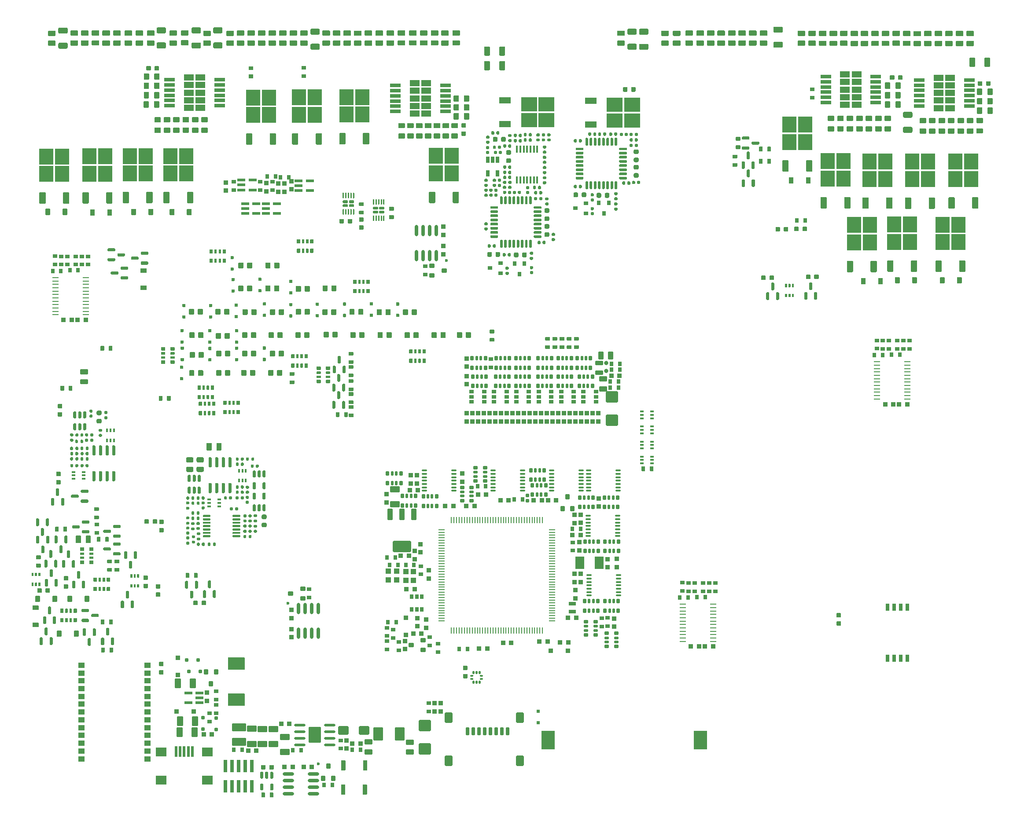
<source format=gtp>
G75*
G70*
%OFA0B0*%
%FSLAX25Y25*%
%IPPOS*%
%LPD*%
%AMOC8*
5,1,8,0,0,1.08239X$1,22.5*
%
%AMM10*
21,1,0.033470,0.026770,0.000000,0.000000,90.000000*
21,1,0.026770,0.033470,0.000000,0.000000,90.000000*
1,1,0.006690,0.013390,0.013390*
1,1,0.006690,0.013390,-0.013390*
1,1,0.006690,-0.013390,-0.013390*
1,1,0.006690,-0.013390,0.013390*
%
%AMM107*
21,1,0.021650,0.052760,0.000000,0.000000,270.000000*
21,1,0.017320,0.057090,0.000000,0.000000,270.000000*
1,1,0.004330,-0.026380,-0.008660*
1,1,0.004330,-0.026380,0.008660*
1,1,0.004330,0.026380,0.008660*
1,1,0.004330,0.026380,-0.008660*
%
%AMM113*
21,1,0.078740,0.045670,0.000000,0.000000,270.000000*
21,1,0.067320,0.057090,0.000000,0.000000,270.000000*
1,1,0.011420,-0.022840,-0.033660*
1,1,0.011420,-0.022840,0.033660*
1,1,0.011420,0.022840,0.033660*
1,1,0.011420,0.022840,-0.033660*
%
%AMM114*
21,1,0.059060,0.020470,0.000000,0.000000,270.000000*
21,1,0.053940,0.025590,0.000000,0.000000,270.000000*
1,1,0.005120,-0.010240,-0.026970*
1,1,0.005120,-0.010240,0.026970*
1,1,0.005120,0.010240,0.026970*
1,1,0.005120,0.010240,-0.026970*
%
%AMM117*
21,1,0.070870,0.036220,-0.000000,0.000000,90.000000*
21,1,0.061810,0.045280,-0.000000,0.000000,90.000000*
1,1,0.009060,0.018110,0.030910*
1,1,0.009060,0.018110,-0.030910*
1,1,0.009060,-0.018110,-0.030910*
1,1,0.009060,-0.018110,0.030910*
%
%AMM118*
21,1,0.033470,0.026770,-0.000000,0.000000,270.000000*
21,1,0.026770,0.033470,-0.000000,0.000000,270.000000*
1,1,0.006690,-0.013390,-0.013390*
1,1,0.006690,-0.013390,0.013390*
1,1,0.006690,0.013390,0.013390*
1,1,0.006690,0.013390,-0.013390*
%
%AMM119*
21,1,0.035430,0.030320,-0.000000,0.000000,180.000000*
21,1,0.028350,0.037400,-0.000000,0.000000,180.000000*
1,1,0.007090,-0.014170,0.015160*
1,1,0.007090,0.014170,0.015160*
1,1,0.007090,0.014170,-0.015160*
1,1,0.007090,-0.014170,-0.015160*
%
%AMM120*
21,1,0.021650,0.052760,-0.000000,0.000000,90.000000*
21,1,0.017320,0.057090,-0.000000,0.000000,90.000000*
1,1,0.004330,0.026380,0.008660*
1,1,0.004330,0.026380,-0.008660*
1,1,0.004330,-0.026380,-0.008660*
1,1,0.004330,-0.026380,0.008660*
%
%AMM121*
21,1,0.094490,0.111020,-0.000000,0.000000,270.000000*
21,1,0.075590,0.129920,-0.000000,0.000000,270.000000*
1,1,0.018900,-0.055510,-0.037800*
1,1,0.018900,-0.055510,0.037800*
1,1,0.018900,0.055510,0.037800*
1,1,0.018900,0.055510,-0.037800*
%
%AMM122*
21,1,0.023620,0.018900,-0.000000,0.000000,0.000000*
21,1,0.018900,0.023620,-0.000000,0.000000,0.000000*
1,1,0.004720,0.009450,-0.009450*
1,1,0.004720,-0.009450,-0.009450*
1,1,0.004720,-0.009450,0.009450*
1,1,0.004720,0.009450,0.009450*
%
%AMM123*
21,1,0.035830,0.026770,-0.000000,0.000000,90.000000*
21,1,0.029130,0.033470,-0.000000,0.000000,90.000000*
1,1,0.006690,0.013390,0.014570*
1,1,0.006690,0.013390,-0.014570*
1,1,0.006690,-0.013390,-0.014570*
1,1,0.006690,-0.013390,0.014570*
%
%AMM124*
21,1,0.023620,0.018900,-0.000000,0.000000,270.000000*
21,1,0.018900,0.023620,-0.000000,0.000000,270.000000*
1,1,0.004720,-0.009450,-0.009450*
1,1,0.004720,-0.009450,0.009450*
1,1,0.004720,0.009450,0.009450*
1,1,0.004720,0.009450,-0.009450*
%
%AMM125*
21,1,0.027560,0.030710,-0.000000,0.000000,90.000000*
21,1,0.022050,0.036220,-0.000000,0.000000,90.000000*
1,1,0.005510,0.015350,0.011020*
1,1,0.005510,0.015350,-0.011020*
1,1,0.005510,-0.015350,-0.011020*
1,1,0.005510,-0.015350,0.011020*
%
%AMM126*
21,1,0.033470,0.026770,-0.000000,0.000000,180.000000*
21,1,0.026770,0.033470,-0.000000,0.000000,180.000000*
1,1,0.006690,-0.013390,0.013390*
1,1,0.006690,0.013390,0.013390*
1,1,0.006690,0.013390,-0.013390*
1,1,0.006690,-0.013390,-0.013390*
%
%AMM127*
21,1,0.035830,0.026770,-0.000000,0.000000,180.000000*
21,1,0.029130,0.033470,-0.000000,0.000000,180.000000*
1,1,0.006690,-0.014570,0.013390*
1,1,0.006690,0.014570,0.013390*
1,1,0.006690,0.014570,-0.013390*
1,1,0.006690,-0.014570,-0.013390*
%
%AMM143*
21,1,0.027560,0.030710,-0.000000,0.000000,270.000000*
21,1,0.022050,0.036220,-0.000000,0.000000,270.000000*
1,1,0.005510,-0.015350,-0.011020*
1,1,0.005510,-0.015350,0.011020*
1,1,0.005510,0.015350,0.011020*
1,1,0.005510,0.015350,-0.011020*
%
%AMM160*
21,1,0.039370,0.049210,-0.000000,-0.000000,270.000000*
21,1,0.031500,0.057090,-0.000000,-0.000000,270.000000*
1,1,0.007870,-0.024610,-0.015750*
1,1,0.007870,-0.024610,0.015750*
1,1,0.007870,0.024610,0.015750*
1,1,0.007870,0.024610,-0.015750*
%
%AMM161*
21,1,0.106300,0.050390,-0.000000,-0.000000,180.000000*
21,1,0.093700,0.062990,-0.000000,-0.000000,180.000000*
1,1,0.012600,-0.046850,0.025200*
1,1,0.012600,0.046850,0.025200*
1,1,0.012600,0.046850,-0.025200*
1,1,0.012600,-0.046850,-0.025200*
%
%AMM162*
21,1,0.074800,0.083460,-0.000000,-0.000000,0.000000*
21,1,0.059840,0.098430,-0.000000,-0.000000,0.000000*
1,1,0.014960,0.029920,-0.041730*
1,1,0.014960,-0.029920,-0.041730*
1,1,0.014960,-0.029920,0.041730*
1,1,0.014960,0.029920,0.041730*
%
%AMM163*
21,1,0.027560,0.030710,-0.000000,-0.000000,0.000000*
21,1,0.022050,0.036220,-0.000000,-0.000000,0.000000*
1,1,0.005510,0.011020,-0.015350*
1,1,0.005510,-0.011020,-0.015350*
1,1,0.005510,-0.011020,0.015350*
1,1,0.005510,0.011020,0.015350*
%
%AMM164*
21,1,0.033470,0.026770,-0.000000,-0.000000,0.000000*
21,1,0.026770,0.033470,-0.000000,-0.000000,0.000000*
1,1,0.006690,0.013390,-0.013390*
1,1,0.006690,-0.013390,-0.013390*
1,1,0.006690,-0.013390,0.013390*
1,1,0.006690,0.013390,0.013390*
%
%AMM165*
21,1,0.033470,0.026770,-0.000000,-0.000000,90.000000*
21,1,0.026770,0.033470,-0.000000,-0.000000,90.000000*
1,1,0.006690,0.013390,0.013390*
1,1,0.006690,0.013390,-0.013390*
1,1,0.006690,-0.013390,-0.013390*
1,1,0.006690,-0.013390,0.013390*
%
%AMM166*
21,1,0.122050,0.075590,-0.000000,-0.000000,90.000000*
21,1,0.103150,0.094490,-0.000000,-0.000000,90.000000*
1,1,0.018900,0.037800,0.051580*
1,1,0.018900,0.037800,-0.051580*
1,1,0.018900,-0.037800,-0.051580*
1,1,0.018900,-0.037800,0.051580*
%
%AMM167*
21,1,0.078740,0.053540,-0.000000,-0.000000,0.000000*
21,1,0.065350,0.066930,-0.000000,-0.000000,0.000000*
1,1,0.013390,0.032680,-0.026770*
1,1,0.013390,-0.032680,-0.026770*
1,1,0.013390,-0.032680,0.026770*
1,1,0.013390,0.032680,0.026770*
%
%AMM168*
21,1,0.070870,0.036220,-0.000000,-0.000000,0.000000*
21,1,0.061810,0.045280,-0.000000,-0.000000,0.000000*
1,1,0.009060,0.030910,-0.018110*
1,1,0.009060,-0.030910,-0.018110*
1,1,0.009060,-0.030910,0.018110*
1,1,0.009060,0.030910,0.018110*
%
%AMM169*
21,1,0.086610,0.073230,-0.000000,-0.000000,270.000000*
21,1,0.069290,0.090550,-0.000000,-0.000000,270.000000*
1,1,0.017320,-0.036610,-0.034650*
1,1,0.017320,-0.036610,0.034650*
1,1,0.017320,0.036610,0.034650*
1,1,0.017320,0.036610,-0.034650*
%
%AMM170*
21,1,0.027560,0.030710,-0.000000,-0.000000,270.000000*
21,1,0.022050,0.036220,-0.000000,-0.000000,270.000000*
1,1,0.005510,-0.015350,-0.011020*
1,1,0.005510,-0.015350,0.011020*
1,1,0.005510,0.015350,0.011020*
1,1,0.005510,0.015350,-0.011020*
%
%AMM182*
21,1,0.033470,0.026770,-0.000000,0.000000,90.000000*
21,1,0.026770,0.033470,-0.000000,0.000000,90.000000*
1,1,0.006690,0.013390,0.013390*
1,1,0.006690,0.013390,-0.013390*
1,1,0.006690,-0.013390,-0.013390*
1,1,0.006690,-0.013390,0.013390*
%
%AMM187*
21,1,0.033470,0.026770,-0.000000,-0.000000,180.000000*
21,1,0.026770,0.033470,-0.000000,-0.000000,180.000000*
1,1,0.006690,-0.013390,0.013390*
1,1,0.006690,0.013390,0.013390*
1,1,0.006690,0.013390,-0.013390*
1,1,0.006690,-0.013390,-0.013390*
%
%AMM188*
21,1,0.027560,0.030710,-0.000000,-0.000000,180.000000*
21,1,0.022050,0.036220,-0.000000,-0.000000,180.000000*
1,1,0.005510,-0.011020,0.015350*
1,1,0.005510,0.011020,0.015350*
1,1,0.005510,0.011020,-0.015350*
1,1,0.005510,-0.011020,-0.015350*
%
%AMM189*
21,1,0.027560,0.030710,-0.000000,-0.000000,90.000000*
21,1,0.022050,0.036220,-0.000000,-0.000000,90.000000*
1,1,0.005510,0.015350,0.011020*
1,1,0.005510,0.015350,-0.011020*
1,1,0.005510,-0.015350,-0.011020*
1,1,0.005510,-0.015350,0.011020*
%
%AMM213*
21,1,0.035430,0.050000,-0.000000,-0.000000,90.000000*
21,1,0.028350,0.057090,-0.000000,-0.000000,90.000000*
1,1,0.007090,0.025000,0.014170*
1,1,0.007090,0.025000,-0.014170*
1,1,0.007090,-0.025000,-0.014170*
1,1,0.007090,-0.025000,0.014170*
%
%AMM214*
21,1,0.086610,0.073230,-0.000000,-0.000000,90.000000*
21,1,0.069290,0.090550,-0.000000,-0.000000,90.000000*
1,1,0.017320,0.036610,0.034650*
1,1,0.017320,0.036610,-0.034650*
1,1,0.017320,-0.036610,-0.034650*
1,1,0.017320,-0.036610,0.034650*
%
%AMM215*
21,1,0.039370,0.049210,-0.000000,-0.000000,0.000000*
21,1,0.031500,0.057090,-0.000000,-0.000000,0.000000*
1,1,0.007870,0.015750,-0.024610*
1,1,0.007870,-0.015750,-0.024610*
1,1,0.007870,-0.015750,0.024610*
1,1,0.007870,0.015750,0.024610*
%
%AMM216*
21,1,0.023620,0.030710,-0.000000,-0.000000,270.000000*
21,1,0.018900,0.035430,-0.000000,-0.000000,270.000000*
1,1,0.004720,-0.015350,-0.009450*
1,1,0.004720,-0.015350,0.009450*
1,1,0.004720,0.015350,0.009450*
1,1,0.004720,0.015350,-0.009450*
%
%AMM217*
21,1,0.025590,0.026380,-0.000000,-0.000000,180.000000*
21,1,0.020470,0.031500,-0.000000,-0.000000,180.000000*
1,1,0.005120,-0.010240,0.013190*
1,1,0.005120,0.010240,0.013190*
1,1,0.005120,0.010240,-0.013190*
1,1,0.005120,-0.010240,-0.013190*
%
%AMM218*
21,1,0.017720,0.027950,-0.000000,-0.000000,180.000000*
21,1,0.014170,0.031500,-0.000000,-0.000000,180.000000*
1,1,0.003540,-0.007090,0.013980*
1,1,0.003540,0.007090,0.013980*
1,1,0.003540,0.007090,-0.013980*
1,1,0.003540,-0.007090,-0.013980*
%
%AMM240*
21,1,0.035430,0.030320,-0.000000,0.000000,270.000000*
21,1,0.028350,0.037400,-0.000000,0.000000,270.000000*
1,1,0.007090,-0.015160,-0.014170*
1,1,0.007090,-0.015160,0.014170*
1,1,0.007090,0.015160,0.014170*
1,1,0.007090,0.015160,-0.014170*
%
%AMM27*
21,1,0.027560,0.030710,0.000000,0.000000,180.000000*
21,1,0.022050,0.036220,0.000000,0.000000,180.000000*
1,1,0.005510,-0.011020,0.015350*
1,1,0.005510,0.011020,0.015350*
1,1,0.005510,0.011020,-0.015350*
1,1,0.005510,-0.011020,-0.015350*
%
%AMM271*
21,1,0.070870,0.036220,-0.000000,-0.000000,180.000000*
21,1,0.061810,0.045280,-0.000000,-0.000000,180.000000*
1,1,0.009060,-0.030910,0.018110*
1,1,0.009060,0.030910,0.018110*
1,1,0.009060,0.030910,-0.018110*
1,1,0.009060,-0.030910,-0.018110*
%
%AMM272*
21,1,0.033470,0.026770,-0.000000,-0.000000,270.000000*
21,1,0.026770,0.033470,-0.000000,-0.000000,270.000000*
1,1,0.006690,-0.013390,-0.013390*
1,1,0.006690,-0.013390,0.013390*
1,1,0.006690,0.013390,0.013390*
1,1,0.006690,0.013390,-0.013390*
%
%AMM273*
21,1,0.023620,0.030710,-0.000000,-0.000000,0.000000*
21,1,0.018900,0.035430,-0.000000,-0.000000,0.000000*
1,1,0.004720,0.009450,-0.015350*
1,1,0.004720,-0.009450,-0.015350*
1,1,0.004720,-0.009450,0.015350*
1,1,0.004720,0.009450,0.015350*
%
%AMM274*
21,1,0.027560,0.018900,-0.000000,-0.000000,0.000000*
21,1,0.022840,0.023620,-0.000000,-0.000000,0.000000*
1,1,0.004720,0.011420,-0.009450*
1,1,0.004720,-0.011420,-0.009450*
1,1,0.004720,-0.011420,0.009450*
1,1,0.004720,0.011420,0.009450*
%
%AMM275*
21,1,0.137800,0.067720,-0.000000,-0.000000,180.000000*
21,1,0.120870,0.084650,-0.000000,-0.000000,180.000000*
1,1,0.016930,-0.060430,0.033860*
1,1,0.016930,0.060430,0.033860*
1,1,0.016930,0.060430,-0.033860*
1,1,0.016930,-0.060430,-0.033860*
%
%AMM276*
21,1,0.043310,0.075980,-0.000000,-0.000000,180.000000*
21,1,0.034650,0.084650,-0.000000,-0.000000,180.000000*
1,1,0.008660,-0.017320,0.037990*
1,1,0.008660,0.017320,0.037990*
1,1,0.008660,0.017320,-0.037990*
1,1,0.008660,-0.017320,-0.037990*
%
%AMM277*
21,1,0.043310,0.075990,-0.000000,-0.000000,180.000000*
21,1,0.034650,0.084650,-0.000000,-0.000000,180.000000*
1,1,0.008660,-0.017320,0.037990*
1,1,0.008660,0.017320,0.037990*
1,1,0.008660,0.017320,-0.037990*
1,1,0.008660,-0.017320,-0.037990*
%
%AMM278*
21,1,0.039370,0.035430,-0.000000,-0.000000,90.000000*
21,1,0.031500,0.043310,-0.000000,-0.000000,90.000000*
1,1,0.007870,0.017720,0.015750*
1,1,0.007870,0.017720,-0.015750*
1,1,0.007870,-0.017720,-0.015750*
1,1,0.007870,-0.017720,0.015750*
%
%AMM279*
21,1,0.035430,0.030320,-0.000000,-0.000000,90.000000*
21,1,0.028350,0.037400,-0.000000,-0.000000,90.000000*
1,1,0.007090,0.015160,0.014170*
1,1,0.007090,0.015160,-0.014170*
1,1,0.007090,-0.015160,-0.014170*
1,1,0.007090,-0.015160,0.014170*
%
%AMM28*
21,1,0.033470,0.026770,0.000000,0.000000,270.000000*
21,1,0.026770,0.033470,0.000000,0.000000,270.000000*
1,1,0.006690,-0.013390,-0.013390*
1,1,0.006690,-0.013390,0.013390*
1,1,0.006690,0.013390,0.013390*
1,1,0.006690,0.013390,-0.013390*
%
%AMM280*
21,1,0.035830,0.026770,-0.000000,-0.000000,90.000000*
21,1,0.029130,0.033470,-0.000000,-0.000000,90.000000*
1,1,0.006690,0.013390,0.014570*
1,1,0.006690,0.013390,-0.014570*
1,1,0.006690,-0.013390,-0.014570*
1,1,0.006690,-0.013390,0.014570*
%
%AMM281*
21,1,0.035430,0.030320,-0.000000,-0.000000,0.000000*
21,1,0.028350,0.037400,-0.000000,-0.000000,0.000000*
1,1,0.007090,0.014170,-0.015160*
1,1,0.007090,-0.014170,-0.015160*
1,1,0.007090,-0.014170,0.015160*
1,1,0.007090,0.014170,0.015160*
%
%AMM282*
21,1,0.025590,0.026380,-0.000000,-0.000000,90.000000*
21,1,0.020470,0.031500,-0.000000,-0.000000,90.000000*
1,1,0.005120,0.013190,0.010240*
1,1,0.005120,0.013190,-0.010240*
1,1,0.005120,-0.013190,-0.010240*
1,1,0.005120,-0.013190,0.010240*
%
%AMM283*
21,1,0.017720,0.027950,-0.000000,-0.000000,90.000000*
21,1,0.014170,0.031500,-0.000000,-0.000000,90.000000*
1,1,0.003540,0.013980,0.007090*
1,1,0.003540,0.013980,-0.007090*
1,1,0.003540,-0.013980,-0.007090*
1,1,0.003540,-0.013980,0.007090*
%
%AMM284*
21,1,0.027560,0.049610,-0.000000,-0.000000,90.000000*
21,1,0.022050,0.055120,-0.000000,-0.000000,90.000000*
1,1,0.005510,0.024800,0.011020*
1,1,0.005510,0.024800,-0.011020*
1,1,0.005510,-0.024800,-0.011020*
1,1,0.005510,-0.024800,0.011020*
%
%AMM285*
21,1,0.035830,0.026770,-0.000000,-0.000000,0.000000*
21,1,0.029130,0.033470,-0.000000,-0.000000,0.000000*
1,1,0.006690,0.014570,-0.013390*
1,1,0.006690,-0.014570,-0.013390*
1,1,0.006690,-0.014570,0.013390*
1,1,0.006690,0.014570,0.013390*
%
%AMM314*
21,1,0.035430,0.030320,0.000000,-0.000000,90.000000*
21,1,0.028350,0.037400,0.000000,-0.000000,90.000000*
1,1,0.007090,0.015160,0.014170*
1,1,0.007090,0.015160,-0.014170*
1,1,0.007090,-0.015160,-0.014170*
1,1,0.007090,-0.015160,0.014170*
%
%AMM315*
21,1,0.033470,0.026770,0.000000,-0.000000,270.000000*
21,1,0.026770,0.033470,0.000000,-0.000000,270.000000*
1,1,0.006690,-0.013390,-0.013390*
1,1,0.006690,-0.013390,0.013390*
1,1,0.006690,0.013390,0.013390*
1,1,0.006690,0.013390,-0.013390*
%
%AMM316*
21,1,0.027560,0.030710,0.000000,-0.000000,90.000000*
21,1,0.022050,0.036220,0.000000,-0.000000,90.000000*
1,1,0.005510,0.015350,0.011020*
1,1,0.005510,0.015350,-0.011020*
1,1,0.005510,-0.015350,-0.011020*
1,1,0.005510,-0.015350,0.011020*
%
%AMM45*
21,1,0.027560,0.030710,0.000000,0.000000,270.000000*
21,1,0.022050,0.036220,0.000000,0.000000,270.000000*
1,1,0.005510,-0.015350,-0.011020*
1,1,0.005510,-0.015350,0.011020*
1,1,0.005510,0.015350,0.011020*
1,1,0.005510,0.015350,-0.011020*
%
%ADD104R,0.07677X0.04567*%
%ADD105R,0.10827X0.12008*%
%ADD106O,0.00000X0.00000*%
%ADD13C,0.02362*%
%ADD133M10*%
%ADD162M27*%
%ADD163M28*%
%ADD164O,0.08661X0.01968*%
%ADD17R,0.02559X0.01575*%
%ADD170O,0.01968X0.03937*%
%ADD173C,0.03150*%
%ADD19R,0.07874X0.02559*%
%ADD192R,0.01575X0.02559*%
%ADD194O,0.04961X0.00984*%
%ADD196M45*%
%ADD225O,0.05118X0.00866*%
%ADD226O,0.00866X0.05118*%
%ADD231O,0.04331X0.01181*%
%ADD234R,0.06693X0.09449*%
%ADD277O,0.08661X0.02362*%
%ADD28R,0.01969X0.07874*%
%ADD288M107*%
%ADD29R,0.07874X0.06693*%
%ADD296R,0.03543X0.03150*%
%ADD299R,0.03150X0.03543*%
%ADD319M113*%
%ADD320M114*%
%ADD327M117*%
%ADD328M118*%
%ADD329M119*%
%ADD330M120*%
%ADD331M121*%
%ADD332M122*%
%ADD333M123*%
%ADD334M124*%
%ADD335M125*%
%ADD336M126*%
%ADD337M127*%
%ADD357M143*%
%ADD382M160*%
%ADD383M161*%
%ADD384M162*%
%ADD385M163*%
%ADD386M164*%
%ADD387M165*%
%ADD388M166*%
%ADD389M167*%
%ADD390M168*%
%ADD391M169*%
%ADD392M170*%
%ADD405M182*%
%ADD415M187*%
%ADD416M188*%
%ADD417M189*%
%ADD441M213*%
%ADD442M214*%
%ADD443M215*%
%ADD444M216*%
%ADD445M217*%
%ADD446M218*%
%ADD470M240*%
%ADD503M271*%
%ADD504M272*%
%ADD505M273*%
%ADD506M274*%
%ADD507M275*%
%ADD508M276*%
%ADD509M277*%
%ADD510M278*%
%ADD511M279*%
%ADD512M280*%
%ADD513M281*%
%ADD514M282*%
%ADD515M283*%
%ADD516M284*%
%ADD517M285*%
%ADD546O,0.02362X0.08661*%
%ADD548R,0.08661X0.04724*%
%ADD552R,0.12008X0.10827*%
%ADD553R,0.01772X0.05709*%
%ADD554R,0.02559X0.04803*%
%ADD555M314*%
%ADD556M315*%
%ADD557M316*%
%ADD57R,0.05118X0.03937*%
%ADD81R,0.10236X0.14173*%
%ADD83R,0.02717X0.05315*%
%ADD90R,0.02913X0.09449*%
X0000000Y0000000D02*
%LPD*%
G01*
G36*
G01*
X0591614Y0470886D02*
X0591614Y0466870D01*
G75*
G02*
X0591260Y0466516I-000354J0000000D01*
G01*
X0588425Y0466516D01*
G75*
G02*
X0588071Y0466870I0000000J0000354D01*
G01*
X0588071Y0470886D01*
G75*
G02*
X0588425Y0471240I0000354J0000000D01*
G01*
X0591260Y0471240D01*
G75*
G02*
X0591614Y0470886I0000000J-000354D01*
G01*
G37*
G36*
G01*
X0578622Y0470886D02*
X0578622Y0466870D01*
G75*
G02*
X0578268Y0466516I-000354J0000000D01*
G01*
X0575433Y0466516D01*
G75*
G02*
X0575079Y0466870I0000000J0000354D01*
G01*
X0575079Y0470886D01*
G75*
G02*
X0575433Y0471240I0000354J0000000D01*
G01*
X0578268Y0471240D01*
G75*
G02*
X0578622Y0470886I0000000J-000354D01*
G01*
G37*
G36*
G01*
X0627264Y0570591D02*
X0622343Y0570591D01*
G75*
G02*
X0621949Y0570984I0000000J0000394D01*
G01*
X0621949Y0574134D01*
G75*
G02*
X0622343Y0574528I0000394J0000000D01*
G01*
X0627264Y0574528D01*
G75*
G02*
X0627657Y0574134I0000000J-000394D01*
G01*
X0627657Y0570984D01*
G75*
G02*
X0627264Y0570591I-000394J0000000D01*
G01*
G37*
G36*
G01*
X0627264Y0578071D02*
X0622343Y0578071D01*
G75*
G02*
X0621949Y0578465I0000000J0000394D01*
G01*
X0621949Y0581614D01*
G75*
G02*
X0622343Y0582008I0000394J0000000D01*
G01*
X0627264Y0582008D01*
G75*
G02*
X0627657Y0581614I0000000J-000394D01*
G01*
X0627657Y0578465D01*
G75*
G02*
X0627264Y0578071I-000394J0000000D01*
G01*
G37*
G36*
G01*
X0277687Y0365518D02*
X0277687Y0367407D01*
G75*
G02*
X0277923Y0367644I0000236J0000000D01*
G01*
X0279813Y0367644D01*
G75*
G02*
X0280049Y0367407I0000000J-000236D01*
G01*
X0280049Y0365518D01*
G75*
G02*
X0279813Y0365281I-000236J0000000D01*
G01*
X0277923Y0365281D01*
G75*
G02*
X0277687Y0365518I0000000J0000236D01*
G01*
G37*
G36*
G01*
X0277687Y0374179D02*
X0277687Y0376069D01*
G75*
G02*
X0277923Y0376305I0000236J0000000D01*
G01*
X0279813Y0376305D01*
G75*
G02*
X0280049Y0376069I0000000J-000236D01*
G01*
X0280049Y0374179D01*
G75*
G02*
X0279813Y0373943I-000236J0000000D01*
G01*
X0277923Y0373943D01*
G75*
G02*
X0277687Y0374179I0000000J0000236D01*
G01*
G37*
G36*
G01*
X0727815Y0543524D02*
X0727815Y0540846D01*
G75*
G02*
X0727480Y0540512I-000335J0000000D01*
G01*
X0724803Y0540512D01*
G75*
G02*
X0724469Y0540846I0000000J0000335D01*
G01*
X0724469Y0543524D01*
G75*
G02*
X0724803Y0543858I0000335J0000000D01*
G01*
X0727480Y0543858D01*
G75*
G02*
X0727815Y0543524I0000000J-000335D01*
G01*
G37*
G36*
G01*
X0721594Y0543524D02*
X0721594Y0540846D01*
G75*
G02*
X0721260Y0540512I-000335J0000000D01*
G01*
X0718583Y0540512D01*
G75*
G02*
X0718248Y0540846I0000000J0000335D01*
G01*
X0718248Y0543524D01*
G75*
G02*
X0718583Y0543858I0000335J0000000D01*
G01*
X0721260Y0543858D01*
G75*
G02*
X0721594Y0543524I0000000J-000335D01*
G01*
G37*
G36*
G01*
X0049646Y0209449D02*
X0052717Y0209449D01*
G75*
G02*
X0052992Y0209173I0000000J-000276D01*
G01*
X0052992Y0206969D01*
G75*
G02*
X0052717Y0206693I-000276J0000000D01*
G01*
X0049646Y0206693D01*
G75*
G02*
X0049370Y0206969I0000000J0000276D01*
G01*
X0049370Y0209173D01*
G75*
G02*
X0049646Y0209449I0000276J0000000D01*
G01*
G37*
G36*
G01*
X0049646Y0203150D02*
X0052717Y0203150D01*
G75*
G02*
X0052992Y0202874I0000000J-000276D01*
G01*
X0052992Y0200669D01*
G75*
G02*
X0052717Y0200394I-000276J0000000D01*
G01*
X0049646Y0200394D01*
G75*
G02*
X0049370Y0200669I0000000J0000276D01*
G01*
X0049370Y0202874D01*
G75*
G02*
X0049646Y0203150I0000276J0000000D01*
G01*
G37*
G36*
G01*
X0472638Y0251929D02*
X0472638Y0248858D01*
G75*
G02*
X0472362Y0248583I-000276J0000000D01*
G01*
X0470157Y0248583D01*
G75*
G02*
X0469882Y0248858I0000000J0000276D01*
G01*
X0469882Y0251929D01*
G75*
G02*
X0470157Y0252205I0000276J0000000D01*
G01*
X0472362Y0252205D01*
G75*
G02*
X0472638Y0251929I0000000J-000276D01*
G01*
G37*
G36*
G01*
X0466339Y0251929D02*
X0466339Y0248858D01*
G75*
G02*
X0466063Y0248583I-000276J0000000D01*
G01*
X0463858Y0248583D01*
G75*
G02*
X0463583Y0248858I0000000J0000276D01*
G01*
X0463583Y0251929D01*
G75*
G02*
X0463858Y0252205I0000276J0000000D01*
G01*
X0466063Y0252205D01*
G75*
G02*
X0466339Y0251929I0000000J-000276D01*
G01*
G37*
G36*
G01*
X0661240Y0547972D02*
X0661240Y0545295D01*
G75*
G02*
X0660906Y0544961I-000335J0000000D01*
G01*
X0658228Y0544961D01*
G75*
G02*
X0657894Y0545295I0000000J0000335D01*
G01*
X0657894Y0547972D01*
G75*
G02*
X0658228Y0548307I0000335J0000000D01*
G01*
X0660906Y0548307D01*
G75*
G02*
X0661240Y0547972I0000000J-000335D01*
G01*
G37*
G36*
G01*
X0655020Y0547972D02*
X0655020Y0545295D01*
G75*
G02*
X0654685Y0544961I-000335J0000000D01*
G01*
X0652008Y0544961D01*
G75*
G02*
X0651673Y0545295I0000000J0000335D01*
G01*
X0651673Y0547972D01*
G75*
G02*
X0652008Y0548307I0000335J0000000D01*
G01*
X0654685Y0548307D01*
G75*
G02*
X0655020Y0547972I0000000J-000335D01*
G01*
G37*
G36*
G01*
X0591299Y0539173D02*
X0594370Y0539173D01*
G75*
G02*
X0594646Y0538898I0000000J-000276D01*
G01*
X0594646Y0536693D01*
G75*
G02*
X0594370Y0536417I-000276J0000000D01*
G01*
X0591299Y0536417D01*
G75*
G02*
X0591024Y0536693I0000000J0000276D01*
G01*
X0591024Y0538898D01*
G75*
G02*
X0591299Y0539173I0000276J0000000D01*
G01*
G37*
G36*
G01*
X0591299Y0532874D02*
X0594370Y0532874D01*
G75*
G02*
X0594646Y0532598I0000000J-000276D01*
G01*
X0594646Y0530394D01*
G75*
G02*
X0594370Y0530118I-000276J0000000D01*
G01*
X0591299Y0530118D01*
G75*
G02*
X0591024Y0530394I0000000J0000276D01*
G01*
X0591024Y0532598D01*
G75*
G02*
X0591299Y0532874I0000276J0000000D01*
G01*
G37*
G36*
G01*
X0123563Y0516693D02*
X0127697Y0516693D01*
G75*
G02*
X0128091Y0516299I0000000J-000394D01*
G01*
X0128091Y0513150D01*
G75*
G02*
X0127697Y0512756I-000394J0000000D01*
G01*
X0123563Y0512756D01*
G75*
G02*
X0123169Y0513150I0000000J0000394D01*
G01*
X0123169Y0516299D01*
G75*
G02*
X0123563Y0516693I0000394J0000000D01*
G01*
G37*
G36*
G01*
X0123563Y0508819D02*
X0127697Y0508819D01*
G75*
G02*
X0128091Y0508425I0000000J-000394D01*
G01*
X0128091Y0505276D01*
G75*
G02*
X0127697Y0504882I-000394J0000000D01*
G01*
X0123563Y0504882D01*
G75*
G02*
X0123169Y0505276I0000000J0000394D01*
G01*
X0123169Y0508425D01*
G75*
G02*
X0123563Y0508819I0000394J0000000D01*
G01*
G37*
G36*
G01*
X0128346Y0291161D02*
X0128346Y0293799D01*
G75*
G02*
X0128602Y0294055I0000256J0000000D01*
G01*
X0130650Y0294055D01*
G75*
G02*
X0130906Y0293799I0000000J-000256D01*
G01*
X0130906Y0291161D01*
G75*
G02*
X0130650Y0290906I-000256J0000000D01*
G01*
X0128602Y0290906D01*
G75*
G02*
X0128346Y0291161I0000000J0000256D01*
G01*
G37*
G36*
G01*
X0132185Y0291083D02*
X0132185Y0293878D01*
G75*
G02*
X0132362Y0294055I0000177J0000000D01*
G01*
X0133780Y0294055D01*
G75*
G02*
X0133957Y0293878I0000000J-000177D01*
G01*
X0133957Y0291083D01*
G75*
G02*
X0133780Y0290906I-000177J0000000D01*
G01*
X0132362Y0290906D01*
G75*
G02*
X0132185Y0291083I0000000J0000177D01*
G01*
G37*
G36*
G01*
X0135335Y0291083D02*
X0135335Y0293878D01*
G75*
G02*
X0135512Y0294055I0000177J0000000D01*
G01*
X0136929Y0294055D01*
G75*
G02*
X0137106Y0293878I0000000J-000177D01*
G01*
X0137106Y0291083D01*
G75*
G02*
X0136929Y0290906I-000177J0000000D01*
G01*
X0135512Y0290906D01*
G75*
G02*
X0135335Y0291083I0000000J0000177D01*
G01*
G37*
G36*
G01*
X0138386Y0291161D02*
X0138386Y0293799D01*
G75*
G02*
X0138642Y0294055I0000256J0000000D01*
G01*
X0140689Y0294055D01*
G75*
G02*
X0140945Y0293799I0000000J-000256D01*
G01*
X0140945Y0291161D01*
G75*
G02*
X0140689Y0290906I-000256J0000000D01*
G01*
X0138642Y0290906D01*
G75*
G02*
X0138386Y0291161I0000000J0000256D01*
G01*
G37*
G36*
G01*
X0138386Y0298248D02*
X0138386Y0300886D01*
G75*
G02*
X0138642Y0301142I0000256J0000000D01*
G01*
X0140689Y0301142D01*
G75*
G02*
X0140945Y0300886I0000000J-000256D01*
G01*
X0140945Y0298248D01*
G75*
G02*
X0140689Y0297992I-000256J0000000D01*
G01*
X0138642Y0297992D01*
G75*
G02*
X0138386Y0298248I0000000J0000256D01*
G01*
G37*
G36*
G01*
X0135335Y0298169D02*
X0135335Y0300965D01*
G75*
G02*
X0135512Y0301142I0000177J0000000D01*
G01*
X0136929Y0301142D01*
G75*
G02*
X0137106Y0300965I0000000J-000177D01*
G01*
X0137106Y0298169D01*
G75*
G02*
X0136929Y0297992I-000177J0000000D01*
G01*
X0135512Y0297992D01*
G75*
G02*
X0135335Y0298169I0000000J0000177D01*
G01*
G37*
G36*
G01*
X0132185Y0298169D02*
X0132185Y0300965D01*
G75*
G02*
X0132362Y0301142I0000177J0000000D01*
G01*
X0133780Y0301142D01*
G75*
G02*
X0133957Y0300965I0000000J-000177D01*
G01*
X0133957Y0298169D01*
G75*
G02*
X0133780Y0297992I-000177J0000000D01*
G01*
X0132362Y0297992D01*
G75*
G02*
X0132185Y0298169I0000000J0000177D01*
G01*
G37*
G36*
G01*
X0128346Y0298248D02*
X0128346Y0300886D01*
G75*
G02*
X0128602Y0301142I0000256J0000000D01*
G01*
X0130650Y0301142D01*
G75*
G02*
X0130906Y0300886I0000000J-000256D01*
G01*
X0130906Y0298248D01*
G75*
G02*
X0130650Y0297992I-000256J0000000D01*
G01*
X0128602Y0297992D01*
G75*
G02*
X0128346Y0298248I0000000J0000256D01*
G01*
G37*
G36*
G01*
X0086732Y0538406D02*
X0086732Y0542539D01*
G75*
G02*
X0087126Y0542933I0000394J0000000D01*
G01*
X0090276Y0542933D01*
G75*
G02*
X0090669Y0542539I0000000J-000394D01*
G01*
X0090669Y0538406D01*
G75*
G02*
X0090276Y0538012I-000394J0000000D01*
G01*
X0087126Y0538012D01*
G75*
G02*
X0086732Y0538406I0000000J0000394D01*
G01*
G37*
G36*
G01*
X0094606Y0538406D02*
X0094606Y0542539D01*
G75*
G02*
X0095000Y0542933I0000394J0000000D01*
G01*
X0098150Y0542933D01*
G75*
G02*
X0098543Y0542539I0000000J-000394D01*
G01*
X0098543Y0538406D01*
G75*
G02*
X0098150Y0538012I-000394J0000000D01*
G01*
X0095000Y0538012D01*
G75*
G02*
X0094606Y0538406I0000000J0000394D01*
G01*
G37*
G36*
G01*
X0191535Y0324803D02*
X0191535Y0321260D01*
G75*
G02*
X0191142Y0320866I-000394J0000000D01*
G01*
X0187992Y0320866D01*
G75*
G02*
X0187598Y0321260I0000000J0000394D01*
G01*
X0187598Y0324803D01*
G75*
G02*
X0187992Y0325197I0000394J0000000D01*
G01*
X0191142Y0325197D01*
G75*
G02*
X0191535Y0324803I0000000J-000394D01*
G01*
G37*
G36*
G01*
X0184843Y0324803D02*
X0184843Y0321260D01*
G75*
G02*
X0184449Y0320866I-000394J0000000D01*
G01*
X0181299Y0320866D01*
G75*
G02*
X0180906Y0321260I0000000J0000394D01*
G01*
X0180906Y0324803D01*
G75*
G02*
X0181299Y0325197I0000394J0000000D01*
G01*
X0184449Y0325197D01*
G75*
G02*
X0184843Y0324803I0000000J-000394D01*
G01*
G37*
G36*
G01*
X0659764Y0528327D02*
X0659764Y0524193D01*
G75*
G02*
X0659370Y0523799I-000394J0000000D01*
G01*
X0656220Y0523799D01*
G75*
G02*
X0655827Y0524193I0000000J0000394D01*
G01*
X0655827Y0528327D01*
G75*
G02*
X0656220Y0528720I0000394J0000000D01*
G01*
X0659370Y0528720D01*
G75*
G02*
X0659764Y0528327I0000000J-000394D01*
G01*
G37*
G36*
G01*
X0651890Y0528327D02*
X0651890Y0524193D01*
G75*
G02*
X0651496Y0523799I-000394J0000000D01*
G01*
X0648346Y0523799D01*
G75*
G02*
X0647953Y0524193I0000000J0000394D01*
G01*
X0647953Y0528327D01*
G75*
G02*
X0648346Y0528720I0000394J0000000D01*
G01*
X0651496Y0528720D01*
G75*
G02*
X0651890Y0528327I0000000J-000394D01*
G01*
G37*
G36*
G01*
X0198346Y0327185D02*
X0198346Y0329823D01*
G75*
G02*
X0198602Y0330079I0000256J0000000D01*
G01*
X0200650Y0330079D01*
G75*
G02*
X0200906Y0329823I0000000J-000256D01*
G01*
X0200906Y0327185D01*
G75*
G02*
X0200650Y0326929I-000256J0000000D01*
G01*
X0198602Y0326929D01*
G75*
G02*
X0198346Y0327185I0000000J0000256D01*
G01*
G37*
G36*
G01*
X0202185Y0327106D02*
X0202185Y0329902D01*
G75*
G02*
X0202362Y0330079I0000177J0000000D01*
G01*
X0203780Y0330079D01*
G75*
G02*
X0203957Y0329902I0000000J-000177D01*
G01*
X0203957Y0327106D01*
G75*
G02*
X0203780Y0326929I-000177J0000000D01*
G01*
X0202362Y0326929D01*
G75*
G02*
X0202185Y0327106I0000000J0000177D01*
G01*
G37*
G36*
G01*
X0205335Y0327106D02*
X0205335Y0329902D01*
G75*
G02*
X0205512Y0330079I0000177J0000000D01*
G01*
X0206929Y0330079D01*
G75*
G02*
X0207106Y0329902I0000000J-000177D01*
G01*
X0207106Y0327106D01*
G75*
G02*
X0206929Y0326929I-000177J0000000D01*
G01*
X0205512Y0326929D01*
G75*
G02*
X0205335Y0327106I0000000J0000177D01*
G01*
G37*
G36*
G01*
X0208386Y0327185D02*
X0208386Y0329823D01*
G75*
G02*
X0208642Y0330079I0000256J0000000D01*
G01*
X0210689Y0330079D01*
G75*
G02*
X0210945Y0329823I0000000J-000256D01*
G01*
X0210945Y0327185D01*
G75*
G02*
X0210689Y0326929I-000256J0000000D01*
G01*
X0208642Y0326929D01*
G75*
G02*
X0208386Y0327185I0000000J0000256D01*
G01*
G37*
G36*
G01*
X0208386Y0334272D02*
X0208386Y0336909D01*
G75*
G02*
X0208642Y0337165I0000256J0000000D01*
G01*
X0210689Y0337165D01*
G75*
G02*
X0210945Y0336909I0000000J-000256D01*
G01*
X0210945Y0334272D01*
G75*
G02*
X0210689Y0334016I-000256J0000000D01*
G01*
X0208642Y0334016D01*
G75*
G02*
X0208386Y0334272I0000000J0000256D01*
G01*
G37*
G36*
G01*
X0205335Y0334193D02*
X0205335Y0336988D01*
G75*
G02*
X0205512Y0337165I0000177J0000000D01*
G01*
X0206929Y0337165D01*
G75*
G02*
X0207106Y0336988I0000000J-000177D01*
G01*
X0207106Y0334193D01*
G75*
G02*
X0206929Y0334016I-000177J0000000D01*
G01*
X0205512Y0334016D01*
G75*
G02*
X0205335Y0334193I0000000J0000177D01*
G01*
G37*
G36*
G01*
X0202185Y0334193D02*
X0202185Y0336988D01*
G75*
G02*
X0202362Y0337165I0000177J0000000D01*
G01*
X0203780Y0337165D01*
G75*
G02*
X0203957Y0336988I0000000J-000177D01*
G01*
X0203957Y0334193D01*
G75*
G02*
X0203780Y0334016I-000177J0000000D01*
G01*
X0202362Y0334016D01*
G75*
G02*
X0202185Y0334193I0000000J0000177D01*
G01*
G37*
G36*
G01*
X0198346Y0334272D02*
X0198346Y0336909D01*
G75*
G02*
X0198602Y0337165I0000256J0000000D01*
G01*
X0200650Y0337165D01*
G75*
G02*
X0200906Y0336909I0000000J-000256D01*
G01*
X0200906Y0334272D01*
G75*
G02*
X0200650Y0334016I-000256J0000000D01*
G01*
X0198602Y0334016D01*
G75*
G02*
X0198346Y0334272I0000000J0000256D01*
G01*
G37*
G36*
G01*
X0152362Y0400675D02*
X0152362Y0402565D01*
G75*
G02*
X0152598Y0402801I0000236J0000000D01*
G01*
X0154488Y0402801D01*
G75*
G02*
X0154724Y0402565I0000000J-000236D01*
G01*
X0154724Y0400675D01*
G75*
G02*
X0154488Y0400439I-000236J0000000D01*
G01*
X0152598Y0400439D01*
G75*
G02*
X0152362Y0400675I0000000J0000236D01*
G01*
G37*
G36*
G01*
X0152362Y0409337D02*
X0152362Y0411226D01*
G75*
G02*
X0152598Y0411463I0000236J0000000D01*
G01*
X0154488Y0411463D01*
G75*
G02*
X0154724Y0411226I0000000J-000236D01*
G01*
X0154724Y0409337D01*
G75*
G02*
X0154488Y0409100I-000236J0000000D01*
G01*
X0152598Y0409100D01*
G75*
G02*
X0152362Y0409337I0000000J0000236D01*
G01*
G37*
D17*
X0463976Y0293701D03*
X0463976Y0291142D03*
X0463976Y0288583D03*
X0471457Y0288583D03*
X0471457Y0291142D03*
X0471457Y0293701D03*
G36*
G01*
X0098661Y0104075D02*
X0101339Y0104075D01*
G75*
G02*
X0101673Y0103740I0000000J-000335D01*
G01*
X0101673Y0101063D01*
G75*
G02*
X0101339Y0100728I-000335J0000000D01*
G01*
X0098661Y0100728D01*
G75*
G02*
X0098327Y0101063I0000000J0000335D01*
G01*
X0098327Y0103740D01*
G75*
G02*
X0098661Y0104075I0000335J0000000D01*
G01*
G37*
G36*
G01*
X0098661Y0097854D02*
X0101339Y0097854D01*
G75*
G02*
X0101673Y0097520I0000000J-000335D01*
G01*
X0101673Y0094843D01*
G75*
G02*
X0101339Y0094508I-000335J0000000D01*
G01*
X0098661Y0094508D01*
G75*
G02*
X0098327Y0094843I0000000J0000335D01*
G01*
X0098327Y0097520D01*
G75*
G02*
X0098661Y0097854I0000335J0000000D01*
G01*
G37*
G36*
G01*
X0173435Y0384258D02*
X0173435Y0386148D01*
G75*
G02*
X0173671Y0386384I0000236J0000000D01*
G01*
X0175561Y0386384D01*
G75*
G02*
X0175797Y0386148I0000000J-000236D01*
G01*
X0175797Y0384258D01*
G75*
G02*
X0175561Y0384022I-000236J0000000D01*
G01*
X0173671Y0384022D01*
G75*
G02*
X0173435Y0384258I0000000J0000236D01*
G01*
G37*
G36*
G01*
X0173435Y0392919D02*
X0173435Y0394809D01*
G75*
G02*
X0173671Y0395045I0000236J0000000D01*
G01*
X0175561Y0395045D01*
G75*
G02*
X0175797Y0394809I0000000J-000236D01*
G01*
X0175797Y0392919D01*
G75*
G02*
X0175561Y0392683I-000236J0000000D01*
G01*
X0173671Y0392683D01*
G75*
G02*
X0173435Y0392919I0000000J0000236D01*
G01*
G37*
G36*
G01*
X0242008Y0318189D02*
X0245079Y0318189D01*
G75*
G02*
X0245354Y0317913I0000000J-000276D01*
G01*
X0245354Y0315709D01*
G75*
G02*
X0245079Y0315433I-000276J0000000D01*
G01*
X0242008Y0315433D01*
G75*
G02*
X0241732Y0315709I0000000J0000276D01*
G01*
X0241732Y0317913D01*
G75*
G02*
X0242008Y0318189I0000276J0000000D01*
G01*
G37*
G36*
G01*
X0242008Y0311890D02*
X0245079Y0311890D01*
G75*
G02*
X0245354Y0311614I0000000J-000276D01*
G01*
X0245354Y0309409D01*
G75*
G02*
X0245079Y0309134I-000276J0000000D01*
G01*
X0242008Y0309134D01*
G75*
G02*
X0241732Y0309409I0000000J0000276D01*
G01*
X0241732Y0311614D01*
G75*
G02*
X0242008Y0311890I0000276J0000000D01*
G01*
G37*
G36*
G01*
X0106469Y0582323D02*
X0111390Y0582323D01*
G75*
G02*
X0111783Y0581929I0000000J-000394D01*
G01*
X0111783Y0578780D01*
G75*
G02*
X0111390Y0578386I-000394J0000000D01*
G01*
X0106469Y0578386D01*
G75*
G02*
X0106075Y0578780I0000000J0000394D01*
G01*
X0106075Y0581929D01*
G75*
G02*
X0106469Y0582323I0000394J0000000D01*
G01*
G37*
G36*
G01*
X0106469Y0574842D02*
X0111390Y0574842D01*
G75*
G02*
X0111783Y0574449I0000000J-000394D01*
G01*
X0111783Y0571299D01*
G75*
G02*
X0111390Y0570905I-000394J0000000D01*
G01*
X0106469Y0570905D01*
G75*
G02*
X0106075Y0571299I0000000J0000394D01*
G01*
X0106075Y0574449D01*
G75*
G02*
X0106469Y0574842I0000394J0000000D01*
G01*
G37*
G36*
G01*
X0399449Y0341102D02*
X0396378Y0341102D01*
G75*
G02*
X0396102Y0341378I0000000J0000276D01*
G01*
X0396102Y0343583D01*
G75*
G02*
X0396378Y0343858I0000276J0000000D01*
G01*
X0399449Y0343858D01*
G75*
G02*
X0399724Y0343583I0000000J-000276D01*
G01*
X0399724Y0341378D01*
G75*
G02*
X0399449Y0341102I-000276J0000000D01*
G01*
G37*
G36*
G01*
X0399449Y0347402D02*
X0396378Y0347402D01*
G75*
G02*
X0396102Y0347677I0000000J0000276D01*
G01*
X0396102Y0349882D01*
G75*
G02*
X0396378Y0350157I0000276J0000000D01*
G01*
X0399449Y0350157D01*
G75*
G02*
X0399724Y0349882I0000000J-000276D01*
G01*
X0399724Y0347677D01*
G75*
G02*
X0399449Y0347402I-000276J0000000D01*
G01*
G37*
G36*
G01*
X0152165Y0324764D02*
X0152165Y0321220D01*
G75*
G02*
X0151772Y0320827I-000394J0000000D01*
G01*
X0148622Y0320827D01*
G75*
G02*
X0148228Y0321220I0000000J0000394D01*
G01*
X0148228Y0324764D01*
G75*
G02*
X0148622Y0325157I0000394J0000000D01*
G01*
X0151772Y0325157D01*
G75*
G02*
X0152165Y0324764I0000000J-000394D01*
G01*
G37*
G36*
G01*
X0145472Y0324764D02*
X0145472Y0321220D01*
G75*
G02*
X0145079Y0320827I-000394J0000000D01*
G01*
X0141929Y0320827D01*
G75*
G02*
X0141535Y0321220I0000000J0000394D01*
G01*
X0141535Y0324764D01*
G75*
G02*
X0141929Y0325157I0000394J0000000D01*
G01*
X0145079Y0325157D01*
G75*
G02*
X0145472Y0324764I0000000J-000394D01*
G01*
G37*
G36*
G01*
X0312303Y0582283D02*
X0317224Y0582283D01*
G75*
G02*
X0317618Y0581890I0000000J-000394D01*
G01*
X0317618Y0578740D01*
G75*
G02*
X0317224Y0578346I-000394J0000000D01*
G01*
X0312303Y0578346D01*
G75*
G02*
X0311909Y0578740I0000000J0000394D01*
G01*
X0311909Y0581890D01*
G75*
G02*
X0312303Y0582283I0000394J0000000D01*
G01*
G37*
G36*
G01*
X0312303Y0574803D02*
X0317224Y0574803D01*
G75*
G02*
X0317618Y0574409I0000000J-000394D01*
G01*
X0317618Y0571260D01*
G75*
G02*
X0317224Y0570866I-000394J0000000D01*
G01*
X0312303Y0570866D01*
G75*
G02*
X0311909Y0571260I0000000J0000394D01*
G01*
X0311909Y0574409D01*
G75*
G02*
X0312303Y0574803I0000394J0000000D01*
G01*
G37*
G36*
G01*
X0611319Y0570669D02*
X0606398Y0570669D01*
G75*
G02*
X0606004Y0571063I0000000J0000394D01*
G01*
X0606004Y0574213D01*
G75*
G02*
X0606398Y0574606I0000394J0000000D01*
G01*
X0611319Y0574606D01*
G75*
G02*
X0611713Y0574213I0000000J-000394D01*
G01*
X0611713Y0571063D01*
G75*
G02*
X0611319Y0570669I-000394J0000000D01*
G01*
G37*
G36*
G01*
X0611319Y0578150D02*
X0606398Y0578150D01*
G75*
G02*
X0606004Y0578543I0000000J0000394D01*
G01*
X0606004Y0581693D01*
G75*
G02*
X0606398Y0582087I0000394J0000000D01*
G01*
X0611319Y0582087D01*
G75*
G02*
X0611713Y0581693I0000000J-000394D01*
G01*
X0611713Y0578543D01*
G75*
G02*
X0611319Y0578150I-000394J0000000D01*
G01*
G37*
G36*
G01*
X0210390Y0570906D02*
X0205469Y0570906D01*
G75*
G02*
X0205075Y0571299I0000000J0000394D01*
G01*
X0205075Y0574449D01*
G75*
G02*
X0205469Y0574843I0000394J0000000D01*
G01*
X0210390Y0574843D01*
G75*
G02*
X0210783Y0574449I0000000J-000394D01*
G01*
X0210783Y0571299D01*
G75*
G02*
X0210390Y0570906I-000394J0000000D01*
G01*
G37*
G36*
G01*
X0210390Y0578386D02*
X0205469Y0578386D01*
G75*
G02*
X0205075Y0578780I0000000J0000394D01*
G01*
X0205075Y0581929D01*
G75*
G02*
X0205469Y0582323I0000394J0000000D01*
G01*
X0210390Y0582323D01*
G75*
G02*
X0210783Y0581929I0000000J-000394D01*
G01*
X0210783Y0578780D01*
G75*
G02*
X0210390Y0578386I-000394J0000000D01*
G01*
G37*
D104*
X0626387Y0531858D03*
X0626387Y0549102D03*
X0617529Y0526110D03*
X0617529Y0537606D03*
X0617529Y0549102D03*
X0626387Y0526110D03*
X0617529Y0543354D03*
X0626387Y0537606D03*
X0626387Y0543354D03*
X0617529Y0531858D03*
D19*
X0640856Y0527764D03*
X0640856Y0531701D03*
X0640856Y0535638D03*
X0640856Y0539575D03*
X0640856Y0543512D03*
X0640856Y0547449D03*
X0603061Y0547449D03*
X0603061Y0543512D03*
X0603061Y0539575D03*
X0603061Y0535638D03*
X0603061Y0531701D03*
X0603061Y0527764D03*
G36*
G01*
X0014665Y0582165D02*
X0019587Y0582165D01*
G75*
G02*
X0019980Y0581772I0000000J-000394D01*
G01*
X0019980Y0578622D01*
G75*
G02*
X0019587Y0578228I-000394J0000000D01*
G01*
X0014665Y0578228D01*
G75*
G02*
X0014272Y0578622I0000000J0000394D01*
G01*
X0014272Y0581772D01*
G75*
G02*
X0014665Y0582165I0000394J0000000D01*
G01*
G37*
G36*
G01*
X0014665Y0574685D02*
X0019587Y0574685D01*
G75*
G02*
X0019980Y0574291I0000000J-000394D01*
G01*
X0019980Y0571142D01*
G75*
G02*
X0019587Y0570748I-000394J0000000D01*
G01*
X0014665Y0570748D01*
G75*
G02*
X0014272Y0571142I0000000J0000394D01*
G01*
X0014272Y0574291D01*
G75*
G02*
X0014665Y0574685I0000394J0000000D01*
G01*
G37*
G36*
G01*
X0059309Y0415553D02*
X0059309Y0416734D01*
G75*
G02*
X0059900Y0417325I0000591J0000000D01*
G01*
X0064526Y0417325D01*
G75*
G02*
X0065116Y0416734I0000000J-000591D01*
G01*
X0065116Y0415553D01*
G75*
G02*
X0064526Y0414963I-000591J0000000D01*
G01*
X0059900Y0414963D01*
G75*
G02*
X0059309Y0415553I0000000J0000591D01*
G01*
G37*
G36*
G01*
X0066691Y0411813D02*
X0066691Y0412994D01*
G75*
G02*
X0067281Y0413585I0000591J0000000D01*
G01*
X0071907Y0413585D01*
G75*
G02*
X0072498Y0412994I0000000J-000591D01*
G01*
X0072498Y0411813D01*
G75*
G02*
X0071907Y0411222I-000591J0000000D01*
G01*
X0067281Y0411222D01*
G75*
G02*
X0066691Y0411813I0000000J0000591D01*
G01*
G37*
G36*
G01*
X0059309Y0408073D02*
X0059309Y0409254D01*
G75*
G02*
X0059900Y0409844I0000591J0000000D01*
G01*
X0064526Y0409844D01*
G75*
G02*
X0065116Y0409254I0000000J-000591D01*
G01*
X0065116Y0408073D01*
G75*
G02*
X0064526Y0407482I-000591J0000000D01*
G01*
X0059900Y0407482D01*
G75*
G02*
X0059309Y0408073I0000000J0000591D01*
G01*
G37*
G36*
G01*
X0356713Y0559252D02*
X0359429Y0559252D01*
G75*
G02*
X0360335Y0558346I0000000J-000906D01*
G01*
X0360335Y0553071D01*
G75*
G02*
X0359429Y0552165I-000906J0000000D01*
G01*
X0356713Y0552165D01*
G75*
G02*
X0355807Y0553071I0000000J0000906D01*
G01*
X0355807Y0558346D01*
G75*
G02*
X0356713Y0559252I0000906J0000000D01*
G01*
G37*
G36*
G01*
X0345295Y0559252D02*
X0348012Y0559252D01*
G75*
G02*
X0348917Y0558346I0000000J-000906D01*
G01*
X0348917Y0553071D01*
G75*
G02*
X0348012Y0552165I-000906J0000000D01*
G01*
X0345295Y0552165D01*
G75*
G02*
X0344390Y0553071I0000000J0000906D01*
G01*
X0344390Y0558346D01*
G75*
G02*
X0345295Y0559252I0000906J0000000D01*
G01*
G37*
G36*
G01*
X0541181Y0477461D02*
X0540000Y0477461D01*
G75*
G02*
X0539409Y0478051I0000000J0000591D01*
G01*
X0539409Y0482677D01*
G75*
G02*
X0540000Y0483268I0000591J0000000D01*
G01*
X0541181Y0483268D01*
G75*
G02*
X0541772Y0482677I0000000J-000591D01*
G01*
X0541772Y0478051D01*
G75*
G02*
X0541181Y0477461I-000591J0000000D01*
G01*
G37*
G36*
G01*
X0544921Y0484843D02*
X0543740Y0484843D01*
G75*
G02*
X0543150Y0485433I0000000J0000591D01*
G01*
X0543150Y0490059D01*
G75*
G02*
X0543740Y0490650I0000591J0000000D01*
G01*
X0544921Y0490650D01*
G75*
G02*
X0545512Y0490059I0000000J-000591D01*
G01*
X0545512Y0485433D01*
G75*
G02*
X0544921Y0484843I-000591J0000000D01*
G01*
G37*
G36*
G01*
X0548661Y0477461D02*
X0547480Y0477461D01*
G75*
G02*
X0546890Y0478051I0000000J0000591D01*
G01*
X0546890Y0482677D01*
G75*
G02*
X0547480Y0483268I0000591J0000000D01*
G01*
X0548661Y0483268D01*
G75*
G02*
X0549252Y0482677I0000000J-000591D01*
G01*
X0549252Y0478051D01*
G75*
G02*
X0548661Y0477461I-000591J0000000D01*
G01*
G37*
G36*
G01*
X0162390Y0570906D02*
X0157469Y0570906D01*
G75*
G02*
X0157075Y0571299I0000000J0000394D01*
G01*
X0157075Y0574449D01*
G75*
G02*
X0157469Y0574843I0000394J0000000D01*
G01*
X0162390Y0574843D01*
G75*
G02*
X0162783Y0574449I0000000J-000394D01*
G01*
X0162783Y0571299D01*
G75*
G02*
X0162390Y0570906I-000394J0000000D01*
G01*
G37*
G36*
G01*
X0162390Y0578386D02*
X0157469Y0578386D01*
G75*
G02*
X0157075Y0578780I0000000J0000394D01*
G01*
X0157075Y0581929D01*
G75*
G02*
X0157469Y0582323I0000394J0000000D01*
G01*
X0162390Y0582323D01*
G75*
G02*
X0162783Y0581929I0000000J-000394D01*
G01*
X0162783Y0578780D01*
G75*
G02*
X0162390Y0578386I-000394J0000000D01*
G01*
G37*
G36*
G01*
X0098386Y0528406D02*
X0098386Y0524272D01*
G75*
G02*
X0097992Y0523878I-000394J0000000D01*
G01*
X0094843Y0523878D01*
G75*
G02*
X0094449Y0524272I0000000J0000394D01*
G01*
X0094449Y0528406D01*
G75*
G02*
X0094843Y0528799I0000394J0000000D01*
G01*
X0097992Y0528799D01*
G75*
G02*
X0098386Y0528406I0000000J-000394D01*
G01*
G37*
G36*
G01*
X0090512Y0528406D02*
X0090512Y0524272D01*
G75*
G02*
X0090118Y0523878I-000394J0000000D01*
G01*
X0086969Y0523878D01*
G75*
G02*
X0086575Y0524272I0000000J0000394D01*
G01*
X0086575Y0528406D01*
G75*
G02*
X0086969Y0528799I0000394J0000000D01*
G01*
X0090118Y0528799D01*
G75*
G02*
X0090512Y0528406I0000000J-000394D01*
G01*
G37*
G36*
G01*
X0155512Y0394685D02*
X0155512Y0392795D01*
G75*
G02*
X0155276Y0392559I-000236J0000000D01*
G01*
X0153386Y0392559D01*
G75*
G02*
X0153150Y0392795I0000000J0000236D01*
G01*
X0153150Y0394685D01*
G75*
G02*
X0153386Y0394921I0000236J0000000D01*
G01*
X0155276Y0394921D01*
G75*
G02*
X0155512Y0394685I0000000J-000236D01*
G01*
G37*
G36*
G01*
X0155512Y0386024D02*
X0155512Y0384134D01*
G75*
G02*
X0155276Y0383898I-000236J0000000D01*
G01*
X0153386Y0383898D01*
G75*
G02*
X0153150Y0384134I0000000J0000236D01*
G01*
X0153150Y0386024D01*
G75*
G02*
X0153386Y0386260I0000236J0000000D01*
G01*
X0155276Y0386260D01*
G75*
G02*
X0155512Y0386024I0000000J-000236D01*
G01*
G37*
G36*
G01*
X0151575Y0371024D02*
X0151575Y0367480D01*
G75*
G02*
X0151181Y0367087I-000394J0000000D01*
G01*
X0148031Y0367087D01*
G75*
G02*
X0147638Y0367480I0000000J0000394D01*
G01*
X0147638Y0371024D01*
G75*
G02*
X0148031Y0371417I0000394J0000000D01*
G01*
X0151181Y0371417D01*
G75*
G02*
X0151575Y0371024I0000000J-000394D01*
G01*
G37*
G36*
G01*
X0144882Y0371024D02*
X0144882Y0367480D01*
G75*
G02*
X0144488Y0367087I-000394J0000000D01*
G01*
X0141339Y0367087D01*
G75*
G02*
X0140945Y0367480I0000000J0000394D01*
G01*
X0140945Y0371024D01*
G75*
G02*
X0141339Y0371417I0000394J0000000D01*
G01*
X0144488Y0371417D01*
G75*
G02*
X0144882Y0371024I0000000J-000394D01*
G01*
G37*
G36*
G01*
X0044783Y0226378D02*
X0044783Y0225197D01*
G75*
G02*
X0044193Y0224606I-000591J0000000D01*
G01*
X0039567Y0224606D01*
G75*
G02*
X0038976Y0225197I0000000J0000591D01*
G01*
X0038976Y0226378D01*
G75*
G02*
X0039567Y0226969I0000591J0000000D01*
G01*
X0044193Y0226969D01*
G75*
G02*
X0044783Y0226378I0000000J-000591D01*
G01*
G37*
G36*
G01*
X0044783Y0233858D02*
X0044783Y0232677D01*
G75*
G02*
X0044193Y0232087I-000591J0000000D01*
G01*
X0039567Y0232087D01*
G75*
G02*
X0038976Y0232677I0000000J0000591D01*
G01*
X0038976Y0233858D01*
G75*
G02*
X0039567Y0234449I0000591J0000000D01*
G01*
X0044193Y0234449D01*
G75*
G02*
X0044783Y0233858I0000000J-000591D01*
G01*
G37*
G36*
G01*
X0037402Y0230118D02*
X0037402Y0228937D01*
G75*
G02*
X0036811Y0228346I-000591J0000000D01*
G01*
X0032185Y0228346D01*
G75*
G02*
X0031594Y0228937I0000000J0000591D01*
G01*
X0031594Y0230118D01*
G75*
G02*
X0032185Y0230709I0000591J0000000D01*
G01*
X0036811Y0230709D01*
G75*
G02*
X0037402Y0230118I0000000J-000591D01*
G01*
G37*
G36*
G01*
X0574665Y0433071D02*
X0574665Y0430394D01*
G75*
G02*
X0574331Y0430059I-000335J0000000D01*
G01*
X0571654Y0430059D01*
G75*
G02*
X0571319Y0430394I0000000J0000335D01*
G01*
X0571319Y0433071D01*
G75*
G02*
X0571654Y0433406I0000335J0000000D01*
G01*
X0574331Y0433406D01*
G75*
G02*
X0574665Y0433071I0000000J-000335D01*
G01*
G37*
G36*
G01*
X0568445Y0433071D02*
X0568445Y0430394D01*
G75*
G02*
X0568110Y0430059I-000335J0000000D01*
G01*
X0565433Y0430059D01*
G75*
G02*
X0565098Y0430394I0000000J0000335D01*
G01*
X0565098Y0433071D01*
G75*
G02*
X0565433Y0433406I0000335J0000000D01*
G01*
X0568110Y0433406D01*
G75*
G02*
X0568445Y0433071I0000000J-000335D01*
G01*
G37*
G36*
G01*
X0250039Y0440886D02*
X0252717Y0440886D01*
G75*
G02*
X0253051Y0440551I0000000J-000335D01*
G01*
X0253051Y0437874D01*
G75*
G02*
X0252717Y0437539I-000335J0000000D01*
G01*
X0250039Y0437539D01*
G75*
G02*
X0249705Y0437874I0000000J0000335D01*
G01*
X0249705Y0440551D01*
G75*
G02*
X0250039Y0440886I0000335J0000000D01*
G01*
G37*
G36*
G01*
X0250039Y0434665D02*
X0252717Y0434665D01*
G75*
G02*
X0253051Y0434331I0000000J-000335D01*
G01*
X0253051Y0431654D01*
G75*
G02*
X0252717Y0431319I-000335J0000000D01*
G01*
X0250039Y0431319D01*
G75*
G02*
X0249705Y0431654I0000000J0000335D01*
G01*
X0249705Y0434331D01*
G75*
G02*
X0250039Y0434665I0000335J0000000D01*
G01*
G37*
D105*
X0636378Y0421811D03*
X0624370Y0421811D03*
X0624370Y0435000D03*
X0636378Y0435000D03*
G36*
G01*
X0623287Y0399272D02*
X0619508Y0399272D01*
G75*
G02*
X0619035Y0399744I0000000J0000472D01*
G01*
X0619035Y0407461D01*
G75*
G02*
X0619508Y0407933I0000472J0000000D01*
G01*
X0623287Y0407933D01*
G75*
G02*
X0623760Y0407461I0000000J-000472D01*
G01*
X0623760Y0399744D01*
G75*
G02*
X0623287Y0399272I-000472J0000000D01*
G01*
G37*
G36*
G01*
X0641240Y0399272D02*
X0637461Y0399272D01*
G75*
G02*
X0636988Y0399744I0000000J0000472D01*
G01*
X0636988Y0407461D01*
G75*
G02*
X0637461Y0407933I0000472J0000000D01*
G01*
X0641240Y0407933D01*
G75*
G02*
X0641713Y0407461I0000000J-000472D01*
G01*
X0641713Y0399744D01*
G75*
G02*
X0641240Y0399272I-000472J0000000D01*
G01*
G37*
G36*
G01*
X0255709Y0010906D02*
X0255709Y0003661D01*
G75*
G02*
X0255394Y0003346I-000315J0000000D01*
G01*
X0252874Y0003346D01*
G75*
G02*
X0252559Y0003661I0000000J0000315D01*
G01*
X0252559Y0010906D01*
G75*
G02*
X0252874Y0011220I0000315J0000000D01*
G01*
X0255394Y0011220D01*
G75*
G02*
X0255709Y0010906I0000000J-000315D01*
G01*
G37*
G36*
G01*
X0239173Y0010906D02*
X0239173Y0003661D01*
G75*
G02*
X0238858Y0003346I-000315J0000000D01*
G01*
X0236339Y0003346D01*
G75*
G02*
X0236024Y0003661I0000000J0000315D01*
G01*
X0236024Y0010906D01*
G75*
G02*
X0236339Y0011220I0000315J0000000D01*
G01*
X0238858Y0011220D01*
G75*
G02*
X0239173Y0010906I0000000J-000315D01*
G01*
G37*
G36*
G01*
X0086693Y0531319D02*
X0086693Y0535453D01*
G75*
G02*
X0087087Y0535846I0000394J0000000D01*
G01*
X0090236Y0535846D01*
G75*
G02*
X0090630Y0535453I0000000J-000394D01*
G01*
X0090630Y0531319D01*
G75*
G02*
X0090236Y0530925I-000394J0000000D01*
G01*
X0087087Y0530925D01*
G75*
G02*
X0086693Y0531319I0000000J0000394D01*
G01*
G37*
G36*
G01*
X0094567Y0531319D02*
X0094567Y0535453D01*
G75*
G02*
X0094961Y0535846I0000394J0000000D01*
G01*
X0098110Y0535846D01*
G75*
G02*
X0098504Y0535453I0000000J-000394D01*
G01*
X0098504Y0531319D01*
G75*
G02*
X0098110Y0530925I-000394J0000000D01*
G01*
X0094961Y0530925D01*
G75*
G02*
X0094567Y0531319I0000000J0000394D01*
G01*
G37*
G36*
G01*
X0137874Y0355945D02*
X0137874Y0354055D01*
G75*
G02*
X0137638Y0353819I-000236J0000000D01*
G01*
X0135748Y0353819D01*
G75*
G02*
X0135512Y0354055I0000000J0000236D01*
G01*
X0135512Y0355945D01*
G75*
G02*
X0135748Y0356181I0000236J0000000D01*
G01*
X0137638Y0356181D01*
G75*
G02*
X0137874Y0355945I0000000J-000236D01*
G01*
G37*
G36*
G01*
X0137874Y0347283D02*
X0137874Y0345394D01*
G75*
G02*
X0137638Y0345157I-000236J0000000D01*
G01*
X0135748Y0345157D01*
G75*
G02*
X0135512Y0345394I0000000J0000236D01*
G01*
X0135512Y0347283D01*
G75*
G02*
X0135748Y0347520I0000236J0000000D01*
G01*
X0137638Y0347520D01*
G75*
G02*
X0137874Y0347283I0000000J-000236D01*
G01*
G37*
D17*
X0464016Y0270866D03*
X0464016Y0268307D03*
X0464016Y0265748D03*
X0471496Y0265748D03*
X0471496Y0268307D03*
X0471496Y0270866D03*
G36*
G01*
X0185098Y0025551D02*
X0185098Y0022874D01*
G75*
G02*
X0184764Y0022539I-000335J0000000D01*
G01*
X0182087Y0022539D01*
G75*
G02*
X0181752Y0022874I0000000J0000335D01*
G01*
X0181752Y0025551D01*
G75*
G02*
X0182087Y0025886I0000335J0000000D01*
G01*
X0184764Y0025886D01*
G75*
G02*
X0185098Y0025551I0000000J-000335D01*
G01*
G37*
G36*
G01*
X0178878Y0025551D02*
X0178878Y0022874D01*
G75*
G02*
X0178543Y0022539I-000335J0000000D01*
G01*
X0175866Y0022539D01*
G75*
G02*
X0175531Y0022874I0000000J0000335D01*
G01*
X0175531Y0025551D01*
G75*
G02*
X0175866Y0025886I0000335J0000000D01*
G01*
X0178543Y0025886D01*
G75*
G02*
X0178878Y0025551I0000000J-000335D01*
G01*
G37*
G36*
G01*
X0009646Y0116831D02*
X0008465Y0116831D01*
G75*
G02*
X0007874Y0117421I0000000J0000591D01*
G01*
X0007874Y0122047D01*
G75*
G02*
X0008465Y0122638I0000591J0000000D01*
G01*
X0009646Y0122638D01*
G75*
G02*
X0010236Y0122047I0000000J-000591D01*
G01*
X0010236Y0117421D01*
G75*
G02*
X0009646Y0116831I-000591J0000000D01*
G01*
G37*
G36*
G01*
X0013386Y0124213D02*
X0012205Y0124213D01*
G75*
G02*
X0011614Y0124803I0000000J0000591D01*
G01*
X0011614Y0129429D01*
G75*
G02*
X0012205Y0130020I0000591J0000000D01*
G01*
X0013386Y0130020D01*
G75*
G02*
X0013976Y0129429I0000000J-000591D01*
G01*
X0013976Y0124803D01*
G75*
G02*
X0013386Y0124213I-000591J0000000D01*
G01*
G37*
G36*
G01*
X0017126Y0116831D02*
X0015945Y0116831D01*
G75*
G02*
X0015354Y0117421I0000000J0000591D01*
G01*
X0015354Y0122047D01*
G75*
G02*
X0015945Y0122638I0000591J0000000D01*
G01*
X0017126Y0122638D01*
G75*
G02*
X0017717Y0122047I0000000J-000591D01*
G01*
X0017717Y0117421D01*
G75*
G02*
X0017126Y0116831I-000591J0000000D01*
G01*
G37*
G36*
G01*
X0127362Y0303366D02*
X0127362Y0306004D01*
G75*
G02*
X0127618Y0306260I0000256J0000000D01*
G01*
X0129665Y0306260D01*
G75*
G02*
X0129921Y0306004I0000000J-000256D01*
G01*
X0129921Y0303366D01*
G75*
G02*
X0129665Y0303110I-000256J0000000D01*
G01*
X0127618Y0303110D01*
G75*
G02*
X0127362Y0303366I0000000J0000256D01*
G01*
G37*
G36*
G01*
X0131201Y0303287D02*
X0131201Y0306083D01*
G75*
G02*
X0131378Y0306260I0000177J0000000D01*
G01*
X0132795Y0306260D01*
G75*
G02*
X0132972Y0306083I0000000J-000177D01*
G01*
X0132972Y0303287D01*
G75*
G02*
X0132795Y0303110I-000177J0000000D01*
G01*
X0131378Y0303110D01*
G75*
G02*
X0131201Y0303287I0000000J0000177D01*
G01*
G37*
G36*
G01*
X0134350Y0303287D02*
X0134350Y0306083D01*
G75*
G02*
X0134528Y0306260I0000177J0000000D01*
G01*
X0135945Y0306260D01*
G75*
G02*
X0136122Y0306083I0000000J-000177D01*
G01*
X0136122Y0303287D01*
G75*
G02*
X0135945Y0303110I-000177J0000000D01*
G01*
X0134528Y0303110D01*
G75*
G02*
X0134350Y0303287I0000000J0000177D01*
G01*
G37*
G36*
G01*
X0137402Y0303366D02*
X0137402Y0306004D01*
G75*
G02*
X0137657Y0306260I0000256J0000000D01*
G01*
X0139705Y0306260D01*
G75*
G02*
X0139961Y0306004I0000000J-000256D01*
G01*
X0139961Y0303366D01*
G75*
G02*
X0139705Y0303110I-000256J0000000D01*
G01*
X0137657Y0303110D01*
G75*
G02*
X0137402Y0303366I0000000J0000256D01*
G01*
G37*
G36*
G01*
X0137402Y0310453D02*
X0137402Y0313091D01*
G75*
G02*
X0137657Y0313346I0000256J0000000D01*
G01*
X0139705Y0313346D01*
G75*
G02*
X0139961Y0313091I0000000J-000256D01*
G01*
X0139961Y0310453D01*
G75*
G02*
X0139705Y0310197I-000256J0000000D01*
G01*
X0137657Y0310197D01*
G75*
G02*
X0137402Y0310453I0000000J0000256D01*
G01*
G37*
G36*
G01*
X0134350Y0310374D02*
X0134350Y0313169D01*
G75*
G02*
X0134528Y0313346I0000177J0000000D01*
G01*
X0135945Y0313346D01*
G75*
G02*
X0136122Y0313169I0000000J-000177D01*
G01*
X0136122Y0310374D01*
G75*
G02*
X0135945Y0310197I-000177J0000000D01*
G01*
X0134528Y0310197D01*
G75*
G02*
X0134350Y0310374I0000000J0000177D01*
G01*
G37*
G36*
G01*
X0131201Y0310374D02*
X0131201Y0313169D01*
G75*
G02*
X0131378Y0313346I0000177J0000000D01*
G01*
X0132795Y0313346D01*
G75*
G02*
X0132972Y0313169I0000000J-000177D01*
G01*
X0132972Y0310374D01*
G75*
G02*
X0132795Y0310197I-000177J0000000D01*
G01*
X0131378Y0310197D01*
G75*
G02*
X0131201Y0310374I0000000J0000177D01*
G01*
G37*
G36*
G01*
X0127362Y0310453D02*
X0127362Y0313091D01*
G75*
G02*
X0127618Y0313346I0000256J0000000D01*
G01*
X0129665Y0313346D01*
G75*
G02*
X0129921Y0313091I0000000J-000256D01*
G01*
X0129921Y0310453D01*
G75*
G02*
X0129665Y0310197I-000256J0000000D01*
G01*
X0127618Y0310197D01*
G75*
G02*
X0127362Y0310453I0000000J0000256D01*
G01*
G37*
G36*
G01*
X0588130Y0394370D02*
X0588130Y0397047D01*
G75*
G02*
X0588465Y0397382I0000335J0000000D01*
G01*
X0591142Y0397382D01*
G75*
G02*
X0591476Y0397047I0000000J-000335D01*
G01*
X0591476Y0394370D01*
G75*
G02*
X0591142Y0394035I-000335J0000000D01*
G01*
X0588465Y0394035D01*
G75*
G02*
X0588130Y0394370I0000000J0000335D01*
G01*
G37*
G36*
G01*
X0594350Y0394370D02*
X0594350Y0397047D01*
G75*
G02*
X0594685Y0397382I0000335J0000000D01*
G01*
X0597362Y0397382D01*
G75*
G02*
X0597697Y0397047I0000000J-000335D01*
G01*
X0597697Y0394370D01*
G75*
G02*
X0597362Y0394035I-000335J0000000D01*
G01*
X0594685Y0394035D01*
G75*
G02*
X0594350Y0394370I0000000J0000335D01*
G01*
G37*
G36*
G01*
X0081811Y0170413D02*
X0083071Y0170413D01*
G75*
G02*
X0083228Y0170256I0000000J-000157D01*
G01*
X0083228Y0168012D01*
G75*
G02*
X0083071Y0167854I-000157J0000000D01*
G01*
X0081811Y0167854D01*
G75*
G02*
X0081654Y0168012I0000000J0000157D01*
G01*
X0081654Y0170256D01*
G75*
G02*
X0081811Y0170413I0000157J0000000D01*
G01*
G37*
G36*
G01*
X0079252Y0170413D02*
X0080512Y0170413D01*
G75*
G02*
X0080669Y0170256I0000000J-000157D01*
G01*
X0080669Y0168012D01*
G75*
G02*
X0080512Y0167854I-000157J0000000D01*
G01*
X0079252Y0167854D01*
G75*
G02*
X0079094Y0168012I0000000J0000157D01*
G01*
X0079094Y0170256D01*
G75*
G02*
X0079252Y0170413I0000157J0000000D01*
G01*
G37*
G36*
G01*
X0076693Y0170413D02*
X0077953Y0170413D01*
G75*
G02*
X0078110Y0170256I0000000J-000157D01*
G01*
X0078110Y0168012D01*
G75*
G02*
X0077953Y0167854I-000157J0000000D01*
G01*
X0076693Y0167854D01*
G75*
G02*
X0076535Y0168012I0000000J0000157D01*
G01*
X0076535Y0170256D01*
G75*
G02*
X0076693Y0170413I0000157J0000000D01*
G01*
G37*
G36*
G01*
X0076693Y0162933D02*
X0077953Y0162933D01*
G75*
G02*
X0078110Y0162776I0000000J-000157D01*
G01*
X0078110Y0160531D01*
G75*
G02*
X0077953Y0160374I-000157J0000000D01*
G01*
X0076693Y0160374D01*
G75*
G02*
X0076535Y0160531I0000000J0000157D01*
G01*
X0076535Y0162776D01*
G75*
G02*
X0076693Y0162933I0000157J0000000D01*
G01*
G37*
G36*
G01*
X0079252Y0162933D02*
X0080512Y0162933D01*
G75*
G02*
X0080669Y0162776I0000000J-000157D01*
G01*
X0080669Y0160531D01*
G75*
G02*
X0080512Y0160374I-000157J0000000D01*
G01*
X0079252Y0160374D01*
G75*
G02*
X0079094Y0160531I0000000J0000157D01*
G01*
X0079094Y0162776D01*
G75*
G02*
X0079252Y0162933I0000157J0000000D01*
G01*
G37*
G36*
G01*
X0081811Y0162933D02*
X0083071Y0162933D01*
G75*
G02*
X0083228Y0162776I0000000J-000157D01*
G01*
X0083228Y0160531D01*
G75*
G02*
X0083071Y0160374I-000157J0000000D01*
G01*
X0081811Y0160374D01*
G75*
G02*
X0081654Y0160531I0000000J0000157D01*
G01*
X0081654Y0162776D01*
G75*
G02*
X0081811Y0162933I0000157J0000000D01*
G01*
G37*
D105*
X0240059Y0518642D03*
X0240059Y0531831D03*
X0252067Y0518642D03*
X0252067Y0531831D03*
G36*
G01*
X0238976Y0496102D02*
X0235197Y0496102D01*
G75*
G02*
X0234724Y0496575I0000000J0000472D01*
G01*
X0234724Y0504291D01*
G75*
G02*
X0235197Y0504764I0000472J0000000D01*
G01*
X0238976Y0504764D01*
G75*
G02*
X0239449Y0504291I0000000J-000472D01*
G01*
X0239449Y0496575D01*
G75*
G02*
X0238976Y0496102I-000472J0000000D01*
G01*
G37*
G36*
G01*
X0256929Y0496102D02*
X0253150Y0496102D01*
G75*
G02*
X0252677Y0496575I0000000J0000472D01*
G01*
X0252677Y0504291D01*
G75*
G02*
X0253150Y0504764I0000472J0000000D01*
G01*
X0256929Y0504764D01*
G75*
G02*
X0257402Y0504291I0000000J-000472D01*
G01*
X0257402Y0496575D01*
G75*
G02*
X0256929Y0496102I-000472J0000000D01*
G01*
G37*
G36*
G01*
X0550295Y0570906D02*
X0545374Y0570906D01*
G75*
G02*
X0544980Y0571299I0000000J0000394D01*
G01*
X0544980Y0574449D01*
G75*
G02*
X0545374Y0574843I0000394J0000000D01*
G01*
X0550295Y0574843D01*
G75*
G02*
X0550689Y0574449I0000000J-000394D01*
G01*
X0550689Y0571299D01*
G75*
G02*
X0550295Y0570906I-000394J0000000D01*
G01*
G37*
G36*
G01*
X0550295Y0578386D02*
X0545374Y0578386D01*
G75*
G02*
X0544980Y0578780I0000000J0000394D01*
G01*
X0544980Y0581929D01*
G75*
G02*
X0545374Y0582323I0000394J0000000D01*
G01*
X0550295Y0582323D01*
G75*
G02*
X0550689Y0581929I0000000J-000394D01*
G01*
X0550689Y0578780D01*
G75*
G02*
X0550295Y0578386I-000394J0000000D01*
G01*
G37*
D106*
X0342904Y0015196D03*
X0370384Y0020216D03*
X0339872Y0073562D03*
G36*
G01*
X0259272Y0570866D02*
X0254350Y0570866D01*
G75*
G02*
X0253957Y0571260I0000000J0000394D01*
G01*
X0253957Y0574409D01*
G75*
G02*
X0254350Y0574803I0000394J0000000D01*
G01*
X0259272Y0574803D01*
G75*
G02*
X0259665Y0574409I0000000J-000394D01*
G01*
X0259665Y0571260D01*
G75*
G02*
X0259272Y0570866I-000394J0000000D01*
G01*
G37*
G36*
G01*
X0259272Y0578346D02*
X0254350Y0578346D01*
G75*
G02*
X0253957Y0578740I0000000J0000394D01*
G01*
X0253957Y0581890D01*
G75*
G02*
X0254350Y0582283I0000394J0000000D01*
G01*
X0259272Y0582283D01*
G75*
G02*
X0259665Y0581890I0000000J-000394D01*
G01*
X0259665Y0578740D01*
G75*
G02*
X0259272Y0578346I-000394J0000000D01*
G01*
G37*
G36*
G01*
X0021063Y0153780D02*
X0021063Y0149764D01*
G75*
G02*
X0020709Y0149409I-000354J0000000D01*
G01*
X0017874Y0149409D01*
G75*
G02*
X0017520Y0149764I0000000J0000354D01*
G01*
X0017520Y0153780D01*
G75*
G02*
X0017874Y0154134I0000354J0000000D01*
G01*
X0020709Y0154134D01*
G75*
G02*
X0021063Y0153780I0000000J-000354D01*
G01*
G37*
G36*
G01*
X0008071Y0153780D02*
X0008071Y0149764D01*
G75*
G02*
X0007717Y0149409I-000354J0000000D01*
G01*
X0004882Y0149409D01*
G75*
G02*
X0004528Y0149764I0000000J0000354D01*
G01*
X0004528Y0153780D01*
G75*
G02*
X0004882Y0154134I0000354J0000000D01*
G01*
X0007717Y0154134D01*
G75*
G02*
X0008071Y0153780I0000000J-000354D01*
G01*
G37*
G36*
G01*
X0086772Y0545413D02*
X0086772Y0549547D01*
G75*
G02*
X0087165Y0549941I0000394J0000000D01*
G01*
X0090315Y0549941D01*
G75*
G02*
X0090709Y0549547I0000000J-000394D01*
G01*
X0090709Y0545413D01*
G75*
G02*
X0090315Y0545020I-000394J0000000D01*
G01*
X0087165Y0545020D01*
G75*
G02*
X0086772Y0545413I0000000J0000394D01*
G01*
G37*
G36*
G01*
X0094646Y0545413D02*
X0094646Y0549547D01*
G75*
G02*
X0095039Y0549941I0000394J0000000D01*
G01*
X0098189Y0549941D01*
G75*
G02*
X0098583Y0549547I0000000J-000394D01*
G01*
X0098583Y0545413D01*
G75*
G02*
X0098189Y0545020I-000394J0000000D01*
G01*
X0095039Y0545020D01*
G75*
G02*
X0094646Y0545413I0000000J0000394D01*
G01*
G37*
G36*
G01*
X0212382Y0388425D02*
X0212382Y0384882D01*
G75*
G02*
X0211988Y0384488I-000394J0000000D01*
G01*
X0208839Y0384488D01*
G75*
G02*
X0208445Y0384882I0000000J0000394D01*
G01*
X0208445Y0388425D01*
G75*
G02*
X0208839Y0388819I0000394J0000000D01*
G01*
X0211988Y0388819D01*
G75*
G02*
X0212382Y0388425I0000000J-000394D01*
G01*
G37*
G36*
G01*
X0205689Y0388425D02*
X0205689Y0384882D01*
G75*
G02*
X0205295Y0384488I-000394J0000000D01*
G01*
X0202146Y0384488D01*
G75*
G02*
X0201752Y0384882I0000000J0000394D01*
G01*
X0201752Y0388425D01*
G75*
G02*
X0202146Y0388819I0000394J0000000D01*
G01*
X0205295Y0388819D01*
G75*
G02*
X0205689Y0388425I0000000J-000394D01*
G01*
G37*
G36*
G01*
X0093780Y0446870D02*
X0093780Y0442854D01*
G75*
G02*
X0093425Y0442500I-000354J0000000D01*
G01*
X0090591Y0442500D01*
G75*
G02*
X0090236Y0442854I0000000J0000354D01*
G01*
X0090236Y0446870D01*
G75*
G02*
X0090591Y0447224I0000354J0000000D01*
G01*
X0093425Y0447224D01*
G75*
G02*
X0093780Y0446870I0000000J-000354D01*
G01*
G37*
G36*
G01*
X0080787Y0446870D02*
X0080787Y0442854D01*
G75*
G02*
X0080433Y0442500I-000354J0000000D01*
G01*
X0077598Y0442500D01*
G75*
G02*
X0077244Y0442854I0000000J0000354D01*
G01*
X0077244Y0446870D01*
G75*
G02*
X0077598Y0447224I0000354J0000000D01*
G01*
X0080433Y0447224D01*
G75*
G02*
X0080787Y0446870I0000000J-000354D01*
G01*
G37*
G36*
G01*
X0054402Y0111512D02*
X0054402Y0114583D01*
G75*
G02*
X0054677Y0114858I0000276J0000000D01*
G01*
X0056882Y0114858D01*
G75*
G02*
X0057157Y0114583I0000000J-000276D01*
G01*
X0057157Y0111512D01*
G75*
G02*
X0056882Y0111236I-000276J0000000D01*
G01*
X0054677Y0111236D01*
G75*
G02*
X0054402Y0111512I0000000J0000276D01*
G01*
G37*
G36*
G01*
X0060701Y0111512D02*
X0060701Y0114583D01*
G75*
G02*
X0060976Y0114858I0000276J0000000D01*
G01*
X0063181Y0114858D01*
G75*
G02*
X0063457Y0114583I0000000J-000276D01*
G01*
X0063457Y0111512D01*
G75*
G02*
X0063181Y0111236I-000276J0000000D01*
G01*
X0060976Y0111236D01*
G75*
G02*
X0060701Y0111512I0000000J0000276D01*
G01*
G37*
G36*
G01*
X0116486Y0328077D02*
X0116486Y0326187D01*
G75*
G02*
X0116250Y0325951I-000236J0000000D01*
G01*
X0114360Y0325951D01*
G75*
G02*
X0114124Y0326187I0000000J0000236D01*
G01*
X0114124Y0328077D01*
G75*
G02*
X0114360Y0328313I0000236J0000000D01*
G01*
X0116250Y0328313D01*
G75*
G02*
X0116486Y0328077I0000000J-000236D01*
G01*
G37*
G36*
G01*
X0116486Y0319415D02*
X0116486Y0317526D01*
G75*
G02*
X0116250Y0317289I-000236J0000000D01*
G01*
X0114360Y0317289D01*
G75*
G02*
X0114124Y0317526I0000000J0000236D01*
G01*
X0114124Y0319415D01*
G75*
G02*
X0114360Y0319652I0000236J0000000D01*
G01*
X0116250Y0319652D01*
G75*
G02*
X0116486Y0319415I0000000J-000236D01*
G01*
G37*
D17*
X0464016Y0282283D03*
X0464016Y0279724D03*
X0464016Y0277165D03*
X0471496Y0277165D03*
X0471496Y0279724D03*
X0471496Y0282283D03*
G36*
G01*
X0640846Y0517717D02*
X0644980Y0517717D01*
G75*
G02*
X0645374Y0517323I0000000J-000394D01*
G01*
X0645374Y0514173D01*
G75*
G02*
X0644980Y0513780I-000394J0000000D01*
G01*
X0640846Y0513780D01*
G75*
G02*
X0640453Y0514173I0000000J0000394D01*
G01*
X0640453Y0517323D01*
G75*
G02*
X0640846Y0517717I0000394J0000000D01*
G01*
G37*
G36*
G01*
X0640846Y0509843D02*
X0644980Y0509843D01*
G75*
G02*
X0645374Y0509449I0000000J-000394D01*
G01*
X0645374Y0506299D01*
G75*
G02*
X0644980Y0505906I-000394J0000000D01*
G01*
X0640846Y0505906D01*
G75*
G02*
X0640453Y0506299I0000000J0000394D01*
G01*
X0640453Y0509449D01*
G75*
G02*
X0640846Y0509843I0000394J0000000D01*
G01*
G37*
G36*
G01*
X0552520Y0481772D02*
X0552520Y0484843D01*
G75*
G02*
X0552795Y0485118I0000276J0000000D01*
G01*
X0555000Y0485118D01*
G75*
G02*
X0555276Y0484843I0000000J-000276D01*
G01*
X0555276Y0481772D01*
G75*
G02*
X0555000Y0481496I-000276J0000000D01*
G01*
X0552795Y0481496D01*
G75*
G02*
X0552520Y0481772I0000000J0000276D01*
G01*
G37*
G36*
G01*
X0558819Y0481772D02*
X0558819Y0484843D01*
G75*
G02*
X0559094Y0485118I0000276J0000000D01*
G01*
X0561299Y0485118D01*
G75*
G02*
X0561575Y0484843I0000000J-000276D01*
G01*
X0561575Y0481772D01*
G75*
G02*
X0561299Y0481496I-000276J0000000D01*
G01*
X0559094Y0481496D01*
G75*
G02*
X0558819Y0481772I0000000J0000276D01*
G01*
G37*
G36*
G01*
X0212874Y0580098D02*
X0212874Y0582815D01*
G75*
G02*
X0213780Y0583721I0000906J0000000D01*
G01*
X0219055Y0583721D01*
G75*
G02*
X0219961Y0582815I0000000J-000906D01*
G01*
X0219961Y0580098D01*
G75*
G02*
X0219055Y0579193I-000906J0000000D01*
G01*
X0213780Y0579193D01*
G75*
G02*
X0212874Y0580098I0000000J0000906D01*
G01*
G37*
G36*
G01*
X0212874Y0568681D02*
X0212874Y0571398D01*
G75*
G02*
X0213780Y0572303I0000906J0000000D01*
G01*
X0219055Y0572303D01*
G75*
G02*
X0219961Y0571398I0000000J-000906D01*
G01*
X0219961Y0568681D01*
G75*
G02*
X0219055Y0567776I-000906J0000000D01*
G01*
X0213780Y0567776D01*
G75*
G02*
X0212874Y0568681I0000000J0000906D01*
G01*
G37*
G36*
G01*
X0118465Y0167992D02*
X0118465Y0171063D01*
G75*
G02*
X0118740Y0171339I0000276J0000000D01*
G01*
X0120945Y0171339D01*
G75*
G02*
X0121220Y0171063I0000000J-000276D01*
G01*
X0121220Y0167992D01*
G75*
G02*
X0120945Y0167717I-000276J0000000D01*
G01*
X0118740Y0167717D01*
G75*
G02*
X0118465Y0167992I0000000J0000276D01*
G01*
G37*
G36*
G01*
X0124764Y0167992D02*
X0124764Y0171063D01*
G75*
G02*
X0125039Y0171339I0000276J0000000D01*
G01*
X0127244Y0171339D01*
G75*
G02*
X0127520Y0171063I0000000J-000276D01*
G01*
X0127520Y0167992D01*
G75*
G02*
X0127244Y0167717I-000276J0000000D01*
G01*
X0125039Y0167717D01*
G75*
G02*
X0124764Y0167992I0000000J0000276D01*
G01*
G37*
G36*
G01*
X0168898Y0406142D02*
X0168898Y0402598D01*
G75*
G02*
X0168504Y0402205I-000394J0000000D01*
G01*
X0165354Y0402205D01*
G75*
G02*
X0164961Y0402598I0000000J0000394D01*
G01*
X0164961Y0406142D01*
G75*
G02*
X0165354Y0406535I0000394J0000000D01*
G01*
X0168504Y0406535D01*
G75*
G02*
X0168898Y0406142I0000000J-000394D01*
G01*
G37*
G36*
G01*
X0162205Y0406142D02*
X0162205Y0402598D01*
G75*
G02*
X0161811Y0402205I-000394J0000000D01*
G01*
X0158661Y0402205D01*
G75*
G02*
X0158268Y0402598I0000000J0000394D01*
G01*
X0158268Y0406142D01*
G75*
G02*
X0158661Y0406535I0000394J0000000D01*
G01*
X0161811Y0406535D01*
G75*
G02*
X0162205Y0406142I0000000J-000394D01*
G01*
G37*
G36*
G01*
X0196850Y0365157D02*
X0196850Y0367047D01*
G75*
G02*
X0197087Y0367283I0000236J0000000D01*
G01*
X0198976Y0367283D01*
G75*
G02*
X0199213Y0367047I0000000J-000236D01*
G01*
X0199213Y0365157D01*
G75*
G02*
X0198976Y0364921I-000236J0000000D01*
G01*
X0197087Y0364921D01*
G75*
G02*
X0196850Y0365157I0000000J0000236D01*
G01*
G37*
G36*
G01*
X0196850Y0373819D02*
X0196850Y0375709D01*
G75*
G02*
X0197087Y0375945I0000236J0000000D01*
G01*
X0198976Y0375945D01*
G75*
G02*
X0199213Y0375709I0000000J-000236D01*
G01*
X0199213Y0373819D01*
G75*
G02*
X0198976Y0373583I-000236J0000000D01*
G01*
X0197087Y0373583D01*
G75*
G02*
X0196850Y0373819I0000000J0000236D01*
G01*
G37*
G36*
G01*
X0130610Y0516693D02*
X0134744Y0516693D01*
G75*
G02*
X0135138Y0516299I0000000J-000394D01*
G01*
X0135138Y0513150D01*
G75*
G02*
X0134744Y0512756I-000394J0000000D01*
G01*
X0130610Y0512756D01*
G75*
G02*
X0130217Y0513150I0000000J0000394D01*
G01*
X0130217Y0516299D01*
G75*
G02*
X0130610Y0516693I0000394J0000000D01*
G01*
G37*
G36*
G01*
X0130610Y0508819D02*
X0134744Y0508819D01*
G75*
G02*
X0135138Y0508425I0000000J-000394D01*
G01*
X0135138Y0505276D01*
G75*
G02*
X0134744Y0504882I-000394J0000000D01*
G01*
X0130610Y0504882D01*
G75*
G02*
X0130217Y0505276I0000000J0000394D01*
G01*
X0130217Y0508425D01*
G75*
G02*
X0130610Y0508819I0000394J0000000D01*
G01*
G37*
G36*
G01*
X0320020Y0512244D02*
X0324154Y0512244D01*
G75*
G02*
X0324547Y0511850I0000000J-000394D01*
G01*
X0324547Y0508701D01*
G75*
G02*
X0324154Y0508307I-000394J0000000D01*
G01*
X0320020Y0508307D01*
G75*
G02*
X0319626Y0508701I0000000J0000394D01*
G01*
X0319626Y0511850D01*
G75*
G02*
X0320020Y0512244I0000394J0000000D01*
G01*
G37*
G36*
G01*
X0320020Y0504370D02*
X0324154Y0504370D01*
G75*
G02*
X0324547Y0503976I0000000J-000394D01*
G01*
X0324547Y0500827D01*
G75*
G02*
X0324154Y0500433I-000394J0000000D01*
G01*
X0320020Y0500433D01*
G75*
G02*
X0319626Y0500827I0000000J0000394D01*
G01*
X0319626Y0503976D01*
G75*
G02*
X0320020Y0504370I0000394J0000000D01*
G01*
G37*
G36*
G01*
X0619232Y0570787D02*
X0614311Y0570787D01*
G75*
G02*
X0613917Y0571181I0000000J0000394D01*
G01*
X0613917Y0574331D01*
G75*
G02*
X0614311Y0574724I0000394J0000000D01*
G01*
X0619232Y0574724D01*
G75*
G02*
X0619626Y0574331I0000000J-000394D01*
G01*
X0619626Y0571181D01*
G75*
G02*
X0619232Y0570787I-000394J0000000D01*
G01*
G37*
G36*
G01*
X0619232Y0578268D02*
X0614311Y0578268D01*
G75*
G02*
X0613917Y0578662I0000000J0000394D01*
G01*
X0613917Y0581811D01*
G75*
G02*
X0614311Y0582205I0000394J0000000D01*
G01*
X0619232Y0582205D01*
G75*
G02*
X0619626Y0581811I0000000J-000394D01*
G01*
X0619626Y0578662D01*
G75*
G02*
X0619232Y0578268I-000394J0000000D01*
G01*
G37*
G36*
G01*
X0706870Y0570551D02*
X0701949Y0570551D01*
G75*
G02*
X0701555Y0570945I0000000J0000394D01*
G01*
X0701555Y0574094D01*
G75*
G02*
X0701949Y0574488I0000394J0000000D01*
G01*
X0706870Y0574488D01*
G75*
G02*
X0707264Y0574094I0000000J-000394D01*
G01*
X0707264Y0570945D01*
G75*
G02*
X0706870Y0570551I-000394J0000000D01*
G01*
G37*
G36*
G01*
X0706870Y0578032D02*
X0701949Y0578032D01*
G75*
G02*
X0701555Y0578425I0000000J0000394D01*
G01*
X0701555Y0581575D01*
G75*
G02*
X0701949Y0581969I0000394J0000000D01*
G01*
X0706870Y0581969D01*
G75*
G02*
X0707264Y0581575I0000000J-000394D01*
G01*
X0707264Y0578425D01*
G75*
G02*
X0706870Y0578032I-000394J0000000D01*
G01*
G37*
G36*
G01*
X0231535Y0322618D02*
X0230354Y0322618D01*
G75*
G02*
X0229764Y0323209I0000000J0000591D01*
G01*
X0229764Y0327835D01*
G75*
G02*
X0230354Y0328425I0000591J0000000D01*
G01*
X0231535Y0328425D01*
G75*
G02*
X0232126Y0327835I0000000J-000591D01*
G01*
X0232126Y0323209D01*
G75*
G02*
X0231535Y0322618I-000591J0000000D01*
G01*
G37*
G36*
G01*
X0235276Y0330000D02*
X0234094Y0330000D01*
G75*
G02*
X0233504Y0330591I0000000J0000591D01*
G01*
X0233504Y0335217D01*
G75*
G02*
X0234094Y0335807I0000591J0000000D01*
G01*
X0235276Y0335807D01*
G75*
G02*
X0235866Y0335217I0000000J-000591D01*
G01*
X0235866Y0330591D01*
G75*
G02*
X0235276Y0330000I-000591J0000000D01*
G01*
G37*
G36*
G01*
X0239016Y0322618D02*
X0237835Y0322618D01*
G75*
G02*
X0237244Y0323209I0000000J0000591D01*
G01*
X0237244Y0327835D01*
G75*
G02*
X0237835Y0328425I0000591J0000000D01*
G01*
X0239016Y0328425D01*
G75*
G02*
X0239606Y0327835I0000000J-000591D01*
G01*
X0239606Y0323209D01*
G75*
G02*
X0239016Y0322618I-000591J0000000D01*
G01*
G37*
G36*
G01*
X0267500Y0570906D02*
X0262579Y0570906D01*
G75*
G02*
X0262185Y0571299I0000000J0000394D01*
G01*
X0262185Y0574449D01*
G75*
G02*
X0262579Y0574843I0000394J0000000D01*
G01*
X0267500Y0574843D01*
G75*
G02*
X0267894Y0574449I0000000J-000394D01*
G01*
X0267894Y0571299D01*
G75*
G02*
X0267500Y0570906I-000394J0000000D01*
G01*
G37*
G36*
G01*
X0267500Y0578386D02*
X0262579Y0578386D01*
G75*
G02*
X0262185Y0578780I0000000J0000394D01*
G01*
X0262185Y0581929D01*
G75*
G02*
X0262579Y0582323I0000394J0000000D01*
G01*
X0267500Y0582323D01*
G75*
G02*
X0267894Y0581929I0000000J-000394D01*
G01*
X0267894Y0578780D01*
G75*
G02*
X0267500Y0578386I-000394J0000000D01*
G01*
G37*
D28*
X0111024Y0036220D03*
X0114173Y0036220D03*
X0117323Y0036220D03*
X0120472Y0036220D03*
X0123622Y0036220D03*
D29*
X0099803Y0035827D03*
X0134843Y0035827D03*
X0099803Y0014370D03*
X0134843Y0014370D03*
G36*
G01*
X0186390Y0570945D02*
X0181469Y0570945D01*
G75*
G02*
X0181075Y0571339I0000000J0000394D01*
G01*
X0181075Y0574488D01*
G75*
G02*
X0181469Y0574882I0000394J0000000D01*
G01*
X0186390Y0574882D01*
G75*
G02*
X0186783Y0574488I0000000J-000394D01*
G01*
X0186783Y0571339D01*
G75*
G02*
X0186390Y0570945I-000394J0000000D01*
G01*
G37*
G36*
G01*
X0186390Y0578425D02*
X0181469Y0578425D01*
G75*
G02*
X0181075Y0578819I0000000J0000394D01*
G01*
X0181075Y0581969D01*
G75*
G02*
X0181469Y0582362I0000394J0000000D01*
G01*
X0186390Y0582362D01*
G75*
G02*
X0186783Y0581969I0000000J-000394D01*
G01*
X0186783Y0578819D01*
G75*
G02*
X0186390Y0578425I-000394J0000000D01*
G01*
G37*
G36*
G01*
X0534350Y0570906D02*
X0529429Y0570906D01*
G75*
G02*
X0529035Y0571299I0000000J0000394D01*
G01*
X0529035Y0574449D01*
G75*
G02*
X0529429Y0574843I0000394J0000000D01*
G01*
X0534350Y0574843D01*
G75*
G02*
X0534744Y0574449I0000000J-000394D01*
G01*
X0534744Y0571299D01*
G75*
G02*
X0534350Y0570906I-000394J0000000D01*
G01*
G37*
G36*
G01*
X0534350Y0578386D02*
X0529429Y0578386D01*
G75*
G02*
X0529035Y0578780I0000000J0000394D01*
G01*
X0529035Y0581929D01*
G75*
G02*
X0529429Y0582323I0000394J0000000D01*
G01*
X0534350Y0582323D01*
G75*
G02*
X0534744Y0581929I0000000J-000394D01*
G01*
X0534744Y0578780D01*
G75*
G02*
X0534350Y0578386I-000394J0000000D01*
G01*
G37*
G36*
G01*
X0404921Y0341102D02*
X0401850Y0341102D01*
G75*
G02*
X0401575Y0341378I0000000J0000276D01*
G01*
X0401575Y0343583D01*
G75*
G02*
X0401850Y0343858I0000276J0000000D01*
G01*
X0404921Y0343858D01*
G75*
G02*
X0405197Y0343583I0000000J-000276D01*
G01*
X0405197Y0341378D01*
G75*
G02*
X0404921Y0341102I-000276J0000000D01*
G01*
G37*
G36*
G01*
X0404921Y0347402D02*
X0401850Y0347402D01*
G75*
G02*
X0401575Y0347677I0000000J0000276D01*
G01*
X0401575Y0349882D01*
G75*
G02*
X0401850Y0350157I0000276J0000000D01*
G01*
X0404921Y0350157D01*
G75*
G02*
X0405197Y0349882I0000000J-000276D01*
G01*
X0405197Y0347677D01*
G75*
G02*
X0404921Y0347402I-000276J0000000D01*
G01*
G37*
G36*
G01*
X0245079Y0319764D02*
X0242008Y0319764D01*
G75*
G02*
X0241732Y0320039I0000000J0000276D01*
G01*
X0241732Y0322244D01*
G75*
G02*
X0242008Y0322520I0000276J0000000D01*
G01*
X0245079Y0322520D01*
G75*
G02*
X0245354Y0322244I0000000J-000276D01*
G01*
X0245354Y0320039D01*
G75*
G02*
X0245079Y0319764I-000276J0000000D01*
G01*
G37*
G36*
G01*
X0245079Y0326063D02*
X0242008Y0326063D01*
G75*
G02*
X0241732Y0326339I0000000J0000276D01*
G01*
X0241732Y0328543D01*
G75*
G02*
X0242008Y0328819I0000276J0000000D01*
G01*
X0245079Y0328819D01*
G75*
G02*
X0245354Y0328543I0000000J-000276D01*
G01*
X0245354Y0326339D01*
G75*
G02*
X0245079Y0326063I-000276J0000000D01*
G01*
G37*
G36*
G01*
X0710374Y0516055D02*
X0714508Y0516055D01*
G75*
G02*
X0714902Y0515661I0000000J-000394D01*
G01*
X0714902Y0512512D01*
G75*
G02*
X0714508Y0512118I-000394J0000000D01*
G01*
X0710374Y0512118D01*
G75*
G02*
X0709980Y0512512I0000000J0000394D01*
G01*
X0709980Y0515661D01*
G75*
G02*
X0710374Y0516055I0000394J0000000D01*
G01*
G37*
G36*
G01*
X0710374Y0508181D02*
X0714508Y0508181D01*
G75*
G02*
X0714902Y0507787I0000000J-000394D01*
G01*
X0714902Y0504638D01*
G75*
G02*
X0714508Y0504244I-000394J0000000D01*
G01*
X0710374Y0504244D01*
G75*
G02*
X0709980Y0504638I0000000J0000394D01*
G01*
X0709980Y0507787D01*
G75*
G02*
X0710374Y0508181I0000394J0000000D01*
G01*
G37*
G36*
G01*
X0245236Y0383602D02*
X0245236Y0386240D01*
G75*
G02*
X0245492Y0386496I0000256J0000000D01*
G01*
X0247539Y0386496D01*
G75*
G02*
X0247795Y0386240I0000000J-000256D01*
G01*
X0247795Y0383602D01*
G75*
G02*
X0247539Y0383346I-000256J0000000D01*
G01*
X0245492Y0383346D01*
G75*
G02*
X0245236Y0383602I0000000J0000256D01*
G01*
G37*
G36*
G01*
X0249075Y0383524D02*
X0249075Y0386319D01*
G75*
G02*
X0249252Y0386496I0000177J0000000D01*
G01*
X0250669Y0386496D01*
G75*
G02*
X0250846Y0386319I0000000J-000177D01*
G01*
X0250846Y0383524D01*
G75*
G02*
X0250669Y0383346I-000177J0000000D01*
G01*
X0249252Y0383346D01*
G75*
G02*
X0249075Y0383524I0000000J0000177D01*
G01*
G37*
G36*
G01*
X0252224Y0383524D02*
X0252224Y0386319D01*
G75*
G02*
X0252402Y0386496I0000177J0000000D01*
G01*
X0253819Y0386496D01*
G75*
G02*
X0253996Y0386319I0000000J-000177D01*
G01*
X0253996Y0383524D01*
G75*
G02*
X0253819Y0383346I-000177J0000000D01*
G01*
X0252402Y0383346D01*
G75*
G02*
X0252224Y0383524I0000000J0000177D01*
G01*
G37*
G36*
G01*
X0255276Y0383602D02*
X0255276Y0386240D01*
G75*
G02*
X0255531Y0386496I0000256J0000000D01*
G01*
X0257579Y0386496D01*
G75*
G02*
X0257835Y0386240I0000000J-000256D01*
G01*
X0257835Y0383602D01*
G75*
G02*
X0257579Y0383346I-000256J0000000D01*
G01*
X0255531Y0383346D01*
G75*
G02*
X0255276Y0383602I0000000J0000256D01*
G01*
G37*
G36*
G01*
X0255276Y0390689D02*
X0255276Y0393327D01*
G75*
G02*
X0255531Y0393583I0000256J0000000D01*
G01*
X0257579Y0393583D01*
G75*
G02*
X0257835Y0393327I0000000J-000256D01*
G01*
X0257835Y0390689D01*
G75*
G02*
X0257579Y0390433I-000256J0000000D01*
G01*
X0255531Y0390433D01*
G75*
G02*
X0255276Y0390689I0000000J0000256D01*
G01*
G37*
G36*
G01*
X0252224Y0390610D02*
X0252224Y0393406D01*
G75*
G02*
X0252402Y0393583I0000177J0000000D01*
G01*
X0253819Y0393583D01*
G75*
G02*
X0253996Y0393406I0000000J-000177D01*
G01*
X0253996Y0390610D01*
G75*
G02*
X0253819Y0390433I-000177J0000000D01*
G01*
X0252402Y0390433D01*
G75*
G02*
X0252224Y0390610I0000000J0000177D01*
G01*
G37*
G36*
G01*
X0249075Y0390610D02*
X0249075Y0393406D01*
G75*
G02*
X0249252Y0393583I0000177J0000000D01*
G01*
X0250669Y0393583D01*
G75*
G02*
X0250846Y0393406I0000000J-000177D01*
G01*
X0250846Y0390610D01*
G75*
G02*
X0250669Y0390433I-000177J0000000D01*
G01*
X0249252Y0390433D01*
G75*
G02*
X0249075Y0390610I0000000J0000177D01*
G01*
G37*
G36*
G01*
X0245236Y0390689D02*
X0245236Y0393327D01*
G75*
G02*
X0245492Y0393583I0000256J0000000D01*
G01*
X0247539Y0393583D01*
G75*
G02*
X0247795Y0393327I0000000J-000256D01*
G01*
X0247795Y0390689D01*
G75*
G02*
X0247539Y0390433I-000256J0000000D01*
G01*
X0245492Y0390433D01*
G75*
G02*
X0245236Y0390689I0000000J0000256D01*
G01*
G37*
D105*
X0118819Y0487205D03*
X0118819Y0474016D03*
X0106811Y0474016D03*
X0106811Y0487205D03*
G36*
G01*
X0105728Y0451476D02*
X0101949Y0451476D01*
G75*
G02*
X0101476Y0451949I0000000J0000472D01*
G01*
X0101476Y0459665D01*
G75*
G02*
X0101949Y0460138I0000472J0000000D01*
G01*
X0105728Y0460138D01*
G75*
G02*
X0106201Y0459665I0000000J-000472D01*
G01*
X0106201Y0451949D01*
G75*
G02*
X0105728Y0451476I-000472J0000000D01*
G01*
G37*
G36*
G01*
X0123681Y0451476D02*
X0119902Y0451476D01*
G75*
G02*
X0119429Y0451949I0000000J0000472D01*
G01*
X0119429Y0459665D01*
G75*
G02*
X0119902Y0460138I0000472J0000000D01*
G01*
X0123681Y0460138D01*
G75*
G02*
X0124154Y0459665I0000000J-000472D01*
G01*
X0124154Y0451949D01*
G75*
G02*
X0123681Y0451476I-000472J0000000D01*
G01*
G37*
D104*
X0120694Y0523716D03*
X0120694Y0535213D03*
X0129552Y0535213D03*
X0129552Y0523716D03*
X0129552Y0546709D03*
X0129552Y0540961D03*
X0120694Y0529465D03*
X0129552Y0529465D03*
X0120694Y0540961D03*
X0120694Y0546709D03*
D19*
X0106226Y0545055D03*
X0106226Y0541118D03*
X0106226Y0537181D03*
X0106226Y0533244D03*
X0106226Y0529307D03*
X0106226Y0525370D03*
X0144021Y0525370D03*
X0144021Y0529307D03*
X0144021Y0533244D03*
X0144021Y0537181D03*
X0144021Y0541118D03*
X0144021Y0545055D03*
G36*
G01*
X0013386Y0199508D02*
X0014567Y0199508D01*
G75*
G02*
X0015157Y0198917I0000000J-000591D01*
G01*
X0015157Y0194291D01*
G75*
G02*
X0014567Y0193701I-000591J0000000D01*
G01*
X0013386Y0193701D01*
G75*
G02*
X0012795Y0194291I0000000J0000591D01*
G01*
X0012795Y0198917D01*
G75*
G02*
X0013386Y0199508I0000591J0000000D01*
G01*
G37*
G36*
G01*
X0009646Y0192126D02*
X0010827Y0192126D01*
G75*
G02*
X0011417Y0191535I0000000J-000591D01*
G01*
X0011417Y0186909D01*
G75*
G02*
X0010827Y0186319I-000591J0000000D01*
G01*
X0009646Y0186319D01*
G75*
G02*
X0009055Y0186909I0000000J0000591D01*
G01*
X0009055Y0191535D01*
G75*
G02*
X0009646Y0192126I0000591J0000000D01*
G01*
G37*
G36*
G01*
X0005906Y0199508D02*
X0007087Y0199508D01*
G75*
G02*
X0007677Y0198917I0000000J-000591D01*
G01*
X0007677Y0194291D01*
G75*
G02*
X0007087Y0193701I-000591J0000000D01*
G01*
X0005906Y0193701D01*
G75*
G02*
X0005315Y0194291I0000000J0000591D01*
G01*
X0005315Y0198917D01*
G75*
G02*
X0005906Y0199508I0000591J0000000D01*
G01*
G37*
G36*
G01*
X0012205Y0132776D02*
X0011024Y0132776D01*
G75*
G02*
X0010433Y0133366I0000000J0000591D01*
G01*
X0010433Y0137992D01*
G75*
G02*
X0011024Y0138583I0000591J0000000D01*
G01*
X0012205Y0138583D01*
G75*
G02*
X0012795Y0137992I0000000J-000591D01*
G01*
X0012795Y0133366D01*
G75*
G02*
X0012205Y0132776I-000591J0000000D01*
G01*
G37*
G36*
G01*
X0015945Y0140157D02*
X0014764Y0140157D01*
G75*
G02*
X0014173Y0140748I0000000J0000591D01*
G01*
X0014173Y0145374D01*
G75*
G02*
X0014764Y0145965I0000591J0000000D01*
G01*
X0015945Y0145965D01*
G75*
G02*
X0016535Y0145374I0000000J-000591D01*
G01*
X0016535Y0140748D01*
G75*
G02*
X0015945Y0140157I-000591J0000000D01*
G01*
G37*
G36*
G01*
X0019685Y0132776D02*
X0018504Y0132776D01*
G75*
G02*
X0017913Y0133366I0000000J0000591D01*
G01*
X0017913Y0137992D01*
G75*
G02*
X0018504Y0138583I0000591J0000000D01*
G01*
X0019685Y0138583D01*
G75*
G02*
X0020276Y0137992I0000000J-000591D01*
G01*
X0020276Y0133366D01*
G75*
G02*
X0019685Y0132776I-000591J0000000D01*
G01*
G37*
D104*
X0291772Y0536614D03*
X0291772Y0519370D03*
X0291772Y0542362D03*
X0300630Y0519370D03*
X0300630Y0525118D03*
X0300630Y0530866D03*
X0300630Y0542362D03*
X0291772Y0530866D03*
X0291772Y0525118D03*
X0300630Y0536614D03*
D19*
X0315098Y0521024D03*
X0315098Y0524961D03*
X0315098Y0528898D03*
X0315098Y0532835D03*
X0315098Y0536772D03*
X0315098Y0540709D03*
X0277303Y0540709D03*
X0277303Y0536772D03*
X0277303Y0532835D03*
X0277303Y0528898D03*
X0277303Y0524961D03*
X0277303Y0521024D03*
G36*
G01*
X0328819Y0101122D02*
X0331496Y0101122D01*
G75*
G02*
X0331831Y0100787I0000000J-000335D01*
G01*
X0331831Y0098110D01*
G75*
G02*
X0331496Y0097776I-000335J0000000D01*
G01*
X0328819Y0097776D01*
G75*
G02*
X0328484Y0098110I0000000J0000335D01*
G01*
X0328484Y0100787D01*
G75*
G02*
X0328819Y0101122I0000335J0000000D01*
G01*
G37*
G36*
G01*
X0328819Y0094902D02*
X0331496Y0094902D01*
G75*
G02*
X0331831Y0094567I0000000J-000335D01*
G01*
X0331831Y0091890D01*
G75*
G02*
X0331496Y0091555I-000335J0000000D01*
G01*
X0328819Y0091555D01*
G75*
G02*
X0328484Y0091890I0000000J0000335D01*
G01*
X0328484Y0094567D01*
G75*
G02*
X0328819Y0094902I0000335J0000000D01*
G01*
G37*
D105*
X0057677Y0473780D03*
X0045669Y0473780D03*
X0057677Y0486969D03*
X0045669Y0486969D03*
G36*
G01*
X0044587Y0451240D02*
X0040807Y0451240D01*
G75*
G02*
X0040335Y0451713I0000000J0000472D01*
G01*
X0040335Y0459429D01*
G75*
G02*
X0040807Y0459902I0000472J0000000D01*
G01*
X0044587Y0459902D01*
G75*
G02*
X0045059Y0459429I0000000J-000472D01*
G01*
X0045059Y0451713D01*
G75*
G02*
X0044587Y0451240I-000472J0000000D01*
G01*
G37*
G36*
G01*
X0062539Y0451240D02*
X0058760Y0451240D01*
G75*
G02*
X0058287Y0451713I0000000J0000472D01*
G01*
X0058287Y0459429D01*
G75*
G02*
X0058760Y0459902I0000472J0000000D01*
G01*
X0062539Y0459902D01*
G75*
G02*
X0063012Y0459429I0000000J-000472D01*
G01*
X0063012Y0451713D01*
G75*
G02*
X0062539Y0451240I-000472J0000000D01*
G01*
G37*
G36*
G01*
X0169370Y0546220D02*
X0166299Y0546220D01*
G75*
G02*
X0166024Y0546496I0000000J0000276D01*
G01*
X0166024Y0548701D01*
G75*
G02*
X0166299Y0548976I0000276J0000000D01*
G01*
X0169370Y0548976D01*
G75*
G02*
X0169646Y0548701I0000000J-000276D01*
G01*
X0169646Y0546496D01*
G75*
G02*
X0169370Y0546220I-000276J0000000D01*
G01*
G37*
G36*
G01*
X0169370Y0552520D02*
X0166299Y0552520D01*
G75*
G02*
X0166024Y0552795I0000000J0000276D01*
G01*
X0166024Y0555000D01*
G75*
G02*
X0166299Y0555276I0000276J0000000D01*
G01*
X0169370Y0555276D01*
G75*
G02*
X0169646Y0555000I0000000J-000276D01*
G01*
X0169646Y0552795D01*
G75*
G02*
X0169370Y0552520I-000276J0000000D01*
G01*
G37*
G36*
G01*
X0209370Y0546339D02*
X0206299Y0546339D01*
G75*
G02*
X0206024Y0546614I0000000J0000276D01*
G01*
X0206024Y0548819D01*
G75*
G02*
X0206299Y0549094I0000276J0000000D01*
G01*
X0209370Y0549094D01*
G75*
G02*
X0209646Y0548819I0000000J-000276D01*
G01*
X0209646Y0546614D01*
G75*
G02*
X0209370Y0546339I-000276J0000000D01*
G01*
G37*
G36*
G01*
X0209370Y0552638D02*
X0206299Y0552638D01*
G75*
G02*
X0206024Y0552913I0000000J0000276D01*
G01*
X0206024Y0555118D01*
G75*
G02*
X0206299Y0555394I0000276J0000000D01*
G01*
X0209370Y0555394D01*
G75*
G02*
X0209646Y0555118I0000000J-000276D01*
G01*
X0209646Y0552913D01*
G75*
G02*
X0209370Y0552638I-000276J0000000D01*
G01*
G37*
G36*
G01*
X0612146Y0517717D02*
X0616280Y0517717D01*
G75*
G02*
X0616673Y0517323I0000000J-000394D01*
G01*
X0616673Y0514173D01*
G75*
G02*
X0616280Y0513780I-000394J0000000D01*
G01*
X0612146Y0513780D01*
G75*
G02*
X0611752Y0514173I0000000J0000394D01*
G01*
X0611752Y0517323D01*
G75*
G02*
X0612146Y0517717I0000394J0000000D01*
G01*
G37*
G36*
G01*
X0612146Y0509843D02*
X0616280Y0509843D01*
G75*
G02*
X0616673Y0509449I0000000J-000394D01*
G01*
X0616673Y0506299D01*
G75*
G02*
X0616280Y0505906I-000394J0000000D01*
G01*
X0612146Y0505906D01*
G75*
G02*
X0611752Y0506299I0000000J0000394D01*
G01*
X0611752Y0509449D01*
G75*
G02*
X0612146Y0509843I0000394J0000000D01*
G01*
G37*
G36*
G01*
X0619350Y0517717D02*
X0623484Y0517717D01*
G75*
G02*
X0623878Y0517323I0000000J-000394D01*
G01*
X0623878Y0514173D01*
G75*
G02*
X0623484Y0513780I-000394J0000000D01*
G01*
X0619350Y0513780D01*
G75*
G02*
X0618957Y0514173I0000000J0000394D01*
G01*
X0618957Y0517323D01*
G75*
G02*
X0619350Y0517717I0000394J0000000D01*
G01*
G37*
G36*
G01*
X0619350Y0509843D02*
X0623484Y0509843D01*
G75*
G02*
X0623878Y0509449I0000000J-000394D01*
G01*
X0623878Y0506299D01*
G75*
G02*
X0623484Y0505906I-000394J0000000D01*
G01*
X0619350Y0505906D01*
G75*
G02*
X0618957Y0506299I0000000J0000394D01*
G01*
X0618957Y0509449D01*
G75*
G02*
X0619350Y0509843I0000394J0000000D01*
G01*
G37*
G36*
G01*
X0333110Y0532854D02*
X0333110Y0528720D01*
G75*
G02*
X0332717Y0528327I-000394J0000000D01*
G01*
X0329567Y0528327D01*
G75*
G02*
X0329173Y0528720I0000000J0000394D01*
G01*
X0329173Y0532854D01*
G75*
G02*
X0329567Y0533248I0000394J0000000D01*
G01*
X0332717Y0533248D01*
G75*
G02*
X0333110Y0532854I0000000J-000394D01*
G01*
G37*
G36*
G01*
X0325236Y0532854D02*
X0325236Y0528720D01*
G75*
G02*
X0324843Y0528327I-000394J0000000D01*
G01*
X0321693Y0528327D01*
G75*
G02*
X0321299Y0528720I0000000J0000394D01*
G01*
X0321299Y0532854D01*
G75*
G02*
X0321693Y0533248I0000394J0000000D01*
G01*
X0324843Y0533248D01*
G75*
G02*
X0325236Y0532854I0000000J-000394D01*
G01*
G37*
G36*
G01*
X0535118Y0501614D02*
X0538189Y0501614D01*
G75*
G02*
X0538465Y0501339I0000000J-000276D01*
G01*
X0538465Y0499134D01*
G75*
G02*
X0538189Y0498858I-000276J0000000D01*
G01*
X0535118Y0498858D01*
G75*
G02*
X0534843Y0499134I0000000J0000276D01*
G01*
X0534843Y0501339D01*
G75*
G02*
X0535118Y0501614I0000276J0000000D01*
G01*
G37*
G36*
G01*
X0535118Y0495315D02*
X0538189Y0495315D01*
G75*
G02*
X0538465Y0495039I0000000J-000276D01*
G01*
X0538465Y0492835D01*
G75*
G02*
X0538189Y0492559I-000276J0000000D01*
G01*
X0535118Y0492559D01*
G75*
G02*
X0534843Y0492835I0000000J0000276D01*
G01*
X0534843Y0495039D01*
G75*
G02*
X0535118Y0495315I0000276J0000000D01*
G01*
G37*
G36*
G01*
X0059291Y0181496D02*
X0062362Y0181496D01*
G75*
G02*
X0062638Y0181220I0000000J-000276D01*
G01*
X0062638Y0179016D01*
G75*
G02*
X0062362Y0178740I-000276J0000000D01*
G01*
X0059291Y0178740D01*
G75*
G02*
X0059016Y0179016I0000000J0000276D01*
G01*
X0059016Y0181220D01*
G75*
G02*
X0059291Y0181496I0000276J0000000D01*
G01*
G37*
G36*
G01*
X0059291Y0175197D02*
X0062362Y0175197D01*
G75*
G02*
X0062638Y0174921I0000000J-000276D01*
G01*
X0062638Y0172717D01*
G75*
G02*
X0062362Y0172441I-000276J0000000D01*
G01*
X0059291Y0172441D01*
G75*
G02*
X0059016Y0172717I0000000J0000276D01*
G01*
X0059016Y0174921D01*
G75*
G02*
X0059291Y0175197I0000276J0000000D01*
G01*
G37*
G36*
G01*
X0253012Y0370945D02*
X0253012Y0367402D01*
G75*
G02*
X0252618Y0367008I-000394J0000000D01*
G01*
X0249469Y0367008D01*
G75*
G02*
X0249075Y0367402I0000000J0000394D01*
G01*
X0249075Y0370945D01*
G75*
G02*
X0249469Y0371339I0000394J0000000D01*
G01*
X0252618Y0371339D01*
G75*
G02*
X0253012Y0370945I0000000J-000394D01*
G01*
G37*
G36*
G01*
X0246319Y0370945D02*
X0246319Y0367402D01*
G75*
G02*
X0245925Y0367008I-000394J0000000D01*
G01*
X0242776Y0367008D01*
G75*
G02*
X0242382Y0367402I0000000J0000394D01*
G01*
X0242382Y0370945D01*
G75*
G02*
X0242776Y0371339I0000394J0000000D01*
G01*
X0245925Y0371339D01*
G75*
G02*
X0246319Y0370945I0000000J-000394D01*
G01*
G37*
G36*
G01*
X0729449Y0537972D02*
X0729449Y0533839D01*
G75*
G02*
X0729055Y0533445I-000394J0000000D01*
G01*
X0725906Y0533445D01*
G75*
G02*
X0725512Y0533839I0000000J0000394D01*
G01*
X0725512Y0537972D01*
G75*
G02*
X0725906Y0538366I0000394J0000000D01*
G01*
X0729055Y0538366D01*
G75*
G02*
X0729449Y0537972I0000000J-000394D01*
G01*
G37*
G36*
G01*
X0721575Y0537972D02*
X0721575Y0533839D01*
G75*
G02*
X0721181Y0533445I-000394J0000000D01*
G01*
X0718031Y0533445D01*
G75*
G02*
X0717638Y0533839I0000000J0000394D01*
G01*
X0717638Y0537972D01*
G75*
G02*
X0718031Y0538366I0000394J0000000D01*
G01*
X0721181Y0538366D01*
G75*
G02*
X0721575Y0537972I0000000J-000394D01*
G01*
G37*
G36*
G01*
X0007008Y0171516D02*
X0008268Y0171516D01*
G75*
G02*
X0008425Y0171358I0000000J-000157D01*
G01*
X0008425Y0169114D01*
G75*
G02*
X0008268Y0168957I-000157J0000000D01*
G01*
X0007008Y0168957D01*
G75*
G02*
X0006850Y0169114I0000000J0000157D01*
G01*
X0006850Y0171358D01*
G75*
G02*
X0007008Y0171516I0000157J0000000D01*
G01*
G37*
G36*
G01*
X0004449Y0171516D02*
X0005709Y0171516D01*
G75*
G02*
X0005866Y0171358I0000000J-000157D01*
G01*
X0005866Y0169114D01*
G75*
G02*
X0005709Y0168957I-000157J0000000D01*
G01*
X0004449Y0168957D01*
G75*
G02*
X0004291Y0169114I0000000J0000157D01*
G01*
X0004291Y0171358D01*
G75*
G02*
X0004449Y0171516I0000157J0000000D01*
G01*
G37*
G36*
G01*
X0001890Y0171516D02*
X0003150Y0171516D01*
G75*
G02*
X0003307Y0171358I0000000J-000157D01*
G01*
X0003307Y0169114D01*
G75*
G02*
X0003150Y0168957I-000157J0000000D01*
G01*
X0001890Y0168957D01*
G75*
G02*
X0001732Y0169114I0000000J0000157D01*
G01*
X0001732Y0171358D01*
G75*
G02*
X0001890Y0171516I0000157J0000000D01*
G01*
G37*
G36*
G01*
X0001890Y0164035D02*
X0003150Y0164035D01*
G75*
G02*
X0003307Y0163878I0000000J-000157D01*
G01*
X0003307Y0161634D01*
G75*
G02*
X0003150Y0161476I-000157J0000000D01*
G01*
X0001890Y0161476D01*
G75*
G02*
X0001732Y0161634I0000000J0000157D01*
G01*
X0001732Y0163878D01*
G75*
G02*
X0001890Y0164035I0000157J0000000D01*
G01*
G37*
G36*
G01*
X0004449Y0164035D02*
X0005709Y0164035D01*
G75*
G02*
X0005866Y0163878I0000000J-000157D01*
G01*
X0005866Y0161634D01*
G75*
G02*
X0005709Y0161476I-000157J0000000D01*
G01*
X0004449Y0161476D01*
G75*
G02*
X0004291Y0161634I0000000J0000157D01*
G01*
X0004291Y0163878D01*
G75*
G02*
X0004449Y0164035I0000157J0000000D01*
G01*
G37*
G36*
G01*
X0007008Y0164035D02*
X0008268Y0164035D01*
G75*
G02*
X0008425Y0163878I0000000J-000157D01*
G01*
X0008425Y0161634D01*
G75*
G02*
X0008268Y0161476I-000157J0000000D01*
G01*
X0007008Y0161476D01*
G75*
G02*
X0006850Y0161634I0000000J0000157D01*
G01*
X0006850Y0163878D01*
G75*
G02*
X0007008Y0164035I0000157J0000000D01*
G01*
G37*
G36*
G01*
X0216860Y0365478D02*
X0216860Y0367368D01*
G75*
G02*
X0217096Y0367604I0000236J0000000D01*
G01*
X0218986Y0367604D01*
G75*
G02*
X0219222Y0367368I0000000J-000236D01*
G01*
X0219222Y0365478D01*
G75*
G02*
X0218986Y0365242I-000236J0000000D01*
G01*
X0217096Y0365242D01*
G75*
G02*
X0216860Y0365478I0000000J0000236D01*
G01*
G37*
G36*
G01*
X0216860Y0374140D02*
X0216860Y0376030D01*
G75*
G02*
X0217096Y0376266I0000236J0000000D01*
G01*
X0218986Y0376266D01*
G75*
G02*
X0219222Y0376030I0000000J-000236D01*
G01*
X0219222Y0374140D01*
G75*
G02*
X0218986Y0373904I-000236J0000000D01*
G01*
X0217096Y0373904D01*
G75*
G02*
X0216860Y0374140I0000000J0000236D01*
G01*
G37*
G36*
G01*
X0393976Y0341102D02*
X0390906Y0341102D01*
G75*
G02*
X0390630Y0341378I0000000J0000276D01*
G01*
X0390630Y0343583D01*
G75*
G02*
X0390906Y0343858I0000276J0000000D01*
G01*
X0393976Y0343858D01*
G75*
G02*
X0394252Y0343583I0000000J-000276D01*
G01*
X0394252Y0341378D01*
G75*
G02*
X0393976Y0341102I-000276J0000000D01*
G01*
G37*
G36*
G01*
X0393976Y0347402D02*
X0390906Y0347402D01*
G75*
G02*
X0390630Y0347677I0000000J0000276D01*
G01*
X0390630Y0349882D01*
G75*
G02*
X0390906Y0350157I0000276J0000000D01*
G01*
X0393976Y0350157D01*
G75*
G02*
X0394252Y0349882I0000000J-000276D01*
G01*
X0394252Y0347677D01*
G75*
G02*
X0393976Y0347402I-000276J0000000D01*
G01*
G37*
G36*
G01*
X0036516Y0570945D02*
X0031594Y0570945D01*
G75*
G02*
X0031201Y0571339I0000000J0000394D01*
G01*
X0031201Y0574488D01*
G75*
G02*
X0031594Y0574882I0000394J0000000D01*
G01*
X0036516Y0574882D01*
G75*
G02*
X0036909Y0574488I0000000J-000394D01*
G01*
X0036909Y0571339D01*
G75*
G02*
X0036516Y0570945I-000394J0000000D01*
G01*
G37*
G36*
G01*
X0036516Y0578425D02*
X0031594Y0578425D01*
G75*
G02*
X0031201Y0578819I0000000J0000394D01*
G01*
X0031201Y0581969D01*
G75*
G02*
X0031594Y0582362I0000394J0000000D01*
G01*
X0036516Y0582362D01*
G75*
G02*
X0036909Y0581969I0000000J-000394D01*
G01*
X0036909Y0578819D01*
G75*
G02*
X0036516Y0578425I-000394J0000000D01*
G01*
G37*
G36*
G01*
X0026575Y0175295D02*
X0025394Y0175295D01*
G75*
G02*
X0024803Y0175886I0000000J0000591D01*
G01*
X0024803Y0180512D01*
G75*
G02*
X0025394Y0181102I0000591J0000000D01*
G01*
X0026575Y0181102D01*
G75*
G02*
X0027165Y0180512I0000000J-000591D01*
G01*
X0027165Y0175886D01*
G75*
G02*
X0026575Y0175295I-000591J0000000D01*
G01*
G37*
G36*
G01*
X0030315Y0182677D02*
X0029134Y0182677D01*
G75*
G02*
X0028543Y0183268I0000000J0000591D01*
G01*
X0028543Y0187894D01*
G75*
G02*
X0029134Y0188484I0000591J0000000D01*
G01*
X0030315Y0188484D01*
G75*
G02*
X0030906Y0187894I0000000J-000591D01*
G01*
X0030906Y0183268D01*
G75*
G02*
X0030315Y0182677I-000591J0000000D01*
G01*
G37*
G36*
G01*
X0034055Y0175295D02*
X0032874Y0175295D01*
G75*
G02*
X0032283Y0175886I0000000J0000591D01*
G01*
X0032283Y0180512D01*
G75*
G02*
X0032874Y0181102I0000591J0000000D01*
G01*
X0034055Y0181102D01*
G75*
G02*
X0034646Y0180512I0000000J-000591D01*
G01*
X0034646Y0175886D01*
G75*
G02*
X0034055Y0175295I-000591J0000000D01*
G01*
G37*
G36*
G01*
X0094429Y0570866D02*
X0089508Y0570866D01*
G75*
G02*
X0089114Y0571260I0000000J0000394D01*
G01*
X0089114Y0574409D01*
G75*
G02*
X0089508Y0574803I0000394J0000000D01*
G01*
X0094429Y0574803D01*
G75*
G02*
X0094823Y0574409I0000000J-000394D01*
G01*
X0094823Y0571260D01*
G75*
G02*
X0094429Y0570866I-000394J0000000D01*
G01*
G37*
G36*
G01*
X0094429Y0578347D02*
X0089508Y0578347D01*
G75*
G02*
X0089114Y0578740I0000000J0000394D01*
G01*
X0089114Y0581890D01*
G75*
G02*
X0089508Y0582284I0000394J0000000D01*
G01*
X0094429Y0582284D01*
G75*
G02*
X0094823Y0581890I0000000J-000394D01*
G01*
X0094823Y0578740D01*
G75*
G02*
X0094429Y0578347I-000394J0000000D01*
G01*
G37*
G36*
G01*
X0019528Y0203031D02*
X0019528Y0206102D01*
G75*
G02*
X0019803Y0206378I0000276J0000000D01*
G01*
X0022008Y0206378D01*
G75*
G02*
X0022283Y0206102I0000000J-000276D01*
G01*
X0022283Y0203031D01*
G75*
G02*
X0022008Y0202756I-000276J0000000D01*
G01*
X0019803Y0202756D01*
G75*
G02*
X0019528Y0203031I0000000J0000276D01*
G01*
G37*
G36*
G01*
X0025827Y0203031D02*
X0025827Y0206102D01*
G75*
G02*
X0026102Y0206378I0000276J0000000D01*
G01*
X0028307Y0206378D01*
G75*
G02*
X0028583Y0206102I0000000J-000276D01*
G01*
X0028583Y0203031D01*
G75*
G02*
X0028307Y0202756I-000276J0000000D01*
G01*
X0026102Y0202756D01*
G75*
G02*
X0025827Y0203031I0000000J0000276D01*
G01*
G37*
G36*
G01*
X0666870Y0570630D02*
X0661949Y0570630D01*
G75*
G02*
X0661555Y0571024I0000000J0000394D01*
G01*
X0661555Y0574173D01*
G75*
G02*
X0661949Y0574567I0000394J0000000D01*
G01*
X0666870Y0574567D01*
G75*
G02*
X0667264Y0574173I0000000J-000394D01*
G01*
X0667264Y0571024D01*
G75*
G02*
X0666870Y0570630I-000394J0000000D01*
G01*
G37*
G36*
G01*
X0666870Y0578110D02*
X0661949Y0578110D01*
G75*
G02*
X0661555Y0578504I0000000J0000394D01*
G01*
X0661555Y0581654D01*
G75*
G02*
X0661949Y0582047I0000394J0000000D01*
G01*
X0666870Y0582047D01*
G75*
G02*
X0667264Y0581654I0000000J-000394D01*
G01*
X0667264Y0578504D01*
G75*
G02*
X0666870Y0578110I-000394J0000000D01*
G01*
G37*
G36*
G01*
X0245276Y0289449D02*
X0242205Y0289449D01*
G75*
G02*
X0241929Y0289724I0000000J0000276D01*
G01*
X0241929Y0291929D01*
G75*
G02*
X0242205Y0292205I0000276J0000000D01*
G01*
X0245276Y0292205D01*
G75*
G02*
X0245551Y0291929I0000000J-000276D01*
G01*
X0245551Y0289724D01*
G75*
G02*
X0245276Y0289449I-000276J0000000D01*
G01*
G37*
G36*
G01*
X0245276Y0295748D02*
X0242205Y0295748D01*
G75*
G02*
X0241929Y0296024I0000000J0000276D01*
G01*
X0241929Y0298228D01*
G75*
G02*
X0242205Y0298504I0000276J0000000D01*
G01*
X0245276Y0298504D01*
G75*
G02*
X0245551Y0298228I0000000J-000276D01*
G01*
X0245551Y0296024D01*
G75*
G02*
X0245276Y0295748I-000276J0000000D01*
G01*
G37*
G36*
G01*
X0257835Y0365630D02*
X0257835Y0367520D01*
G75*
G02*
X0258071Y0367756I0000236J0000000D01*
G01*
X0259961Y0367756D01*
G75*
G02*
X0260197Y0367520I0000000J-000236D01*
G01*
X0260197Y0365630D01*
G75*
G02*
X0259961Y0365394I-000236J0000000D01*
G01*
X0258071Y0365394D01*
G75*
G02*
X0257835Y0365630I0000000J0000236D01*
G01*
G37*
G36*
G01*
X0257835Y0374291D02*
X0257835Y0376181D01*
G75*
G02*
X0258071Y0376417I0000236J0000000D01*
G01*
X0259961Y0376417D01*
G75*
G02*
X0260197Y0376181I0000000J-000236D01*
G01*
X0260197Y0374291D01*
G75*
G02*
X0259961Y0374055I-000236J0000000D01*
G01*
X0258071Y0374055D01*
G75*
G02*
X0257835Y0374291I0000000J0000236D01*
G01*
G37*
G36*
G01*
X0552559Y0490945D02*
X0552559Y0494016D01*
G75*
G02*
X0552835Y0494291I0000276J0000000D01*
G01*
X0555039Y0494291D01*
G75*
G02*
X0555315Y0494016I0000000J-000276D01*
G01*
X0555315Y0490945D01*
G75*
G02*
X0555039Y0490669I-000276J0000000D01*
G01*
X0552835Y0490669D01*
G75*
G02*
X0552559Y0490945I0000000J0000276D01*
G01*
G37*
G36*
G01*
X0558858Y0490945D02*
X0558858Y0494016D01*
G75*
G02*
X0559134Y0494291I0000276J0000000D01*
G01*
X0561339Y0494291D01*
G75*
G02*
X0561614Y0494016I0000000J-000276D01*
G01*
X0561614Y0490945D01*
G75*
G02*
X0561339Y0490669I-000276J0000000D01*
G01*
X0559134Y0490669D01*
G75*
G02*
X0558858Y0490945I0000000J0000276D01*
G01*
G37*
G36*
G01*
X0245079Y0329803D02*
X0242008Y0329803D01*
G75*
G02*
X0241732Y0330079I0000000J0000276D01*
G01*
X0241732Y0332283D01*
G75*
G02*
X0242008Y0332559I0000276J0000000D01*
G01*
X0245079Y0332559D01*
G75*
G02*
X0245354Y0332283I0000000J-000276D01*
G01*
X0245354Y0330079D01*
G75*
G02*
X0245079Y0329803I-000276J0000000D01*
G01*
G37*
G36*
G01*
X0245079Y0336102D02*
X0242008Y0336102D01*
G75*
G02*
X0241732Y0336378I0000000J0000276D01*
G01*
X0241732Y0338583D01*
G75*
G02*
X0242008Y0338858I0000276J0000000D01*
G01*
X0245079Y0338858D01*
G75*
G02*
X0245354Y0338583I0000000J-000276D01*
G01*
X0245354Y0336378D01*
G75*
G02*
X0245079Y0336102I-000276J0000000D01*
G01*
G37*
G36*
G01*
X0231142Y0295846D02*
X0229961Y0295846D01*
G75*
G02*
X0229370Y0296437I0000000J0000591D01*
G01*
X0229370Y0301063D01*
G75*
G02*
X0229961Y0301654I0000591J0000000D01*
G01*
X0231142Y0301654D01*
G75*
G02*
X0231732Y0301063I0000000J-000591D01*
G01*
X0231732Y0296437D01*
G75*
G02*
X0231142Y0295846I-000591J0000000D01*
G01*
G37*
G36*
G01*
X0234882Y0303228D02*
X0233701Y0303228D01*
G75*
G02*
X0233110Y0303819I0000000J0000591D01*
G01*
X0233110Y0308445D01*
G75*
G02*
X0233701Y0309035I0000591J0000000D01*
G01*
X0234882Y0309035D01*
G75*
G02*
X0235472Y0308445I0000000J-000591D01*
G01*
X0235472Y0303819D01*
G75*
G02*
X0234882Y0303228I-000591J0000000D01*
G01*
G37*
G36*
G01*
X0238622Y0295846D02*
X0237441Y0295846D01*
G75*
G02*
X0236850Y0296437I0000000J0000591D01*
G01*
X0236850Y0301063D01*
G75*
G02*
X0237441Y0301654I0000591J0000000D01*
G01*
X0238622Y0301654D01*
G75*
G02*
X0239213Y0301063I0000000J-000591D01*
G01*
X0239213Y0296437D01*
G75*
G02*
X0238622Y0295846I-000591J0000000D01*
G01*
G37*
G36*
G01*
X0056102Y0116634D02*
X0054921Y0116634D01*
G75*
G02*
X0054331Y0117224I0000000J0000591D01*
G01*
X0054331Y0121850D01*
G75*
G02*
X0054921Y0122441I0000591J0000000D01*
G01*
X0056102Y0122441D01*
G75*
G02*
X0056693Y0121850I0000000J-000591D01*
G01*
X0056693Y0117224D01*
G75*
G02*
X0056102Y0116634I-000591J0000000D01*
G01*
G37*
G36*
G01*
X0059843Y0124016D02*
X0058661Y0124016D01*
G75*
G02*
X0058071Y0124606I0000000J0000591D01*
G01*
X0058071Y0129232D01*
G75*
G02*
X0058661Y0129823I0000591J0000000D01*
G01*
X0059843Y0129823D01*
G75*
G02*
X0060433Y0129232I0000000J-000591D01*
G01*
X0060433Y0124606D01*
G75*
G02*
X0059843Y0124016I-000591J0000000D01*
G01*
G37*
G36*
G01*
X0063583Y0116634D02*
X0062402Y0116634D01*
G75*
G02*
X0061811Y0117224I0000000J0000591D01*
G01*
X0061811Y0121850D01*
G75*
G02*
X0062402Y0122441I0000591J0000000D01*
G01*
X0063583Y0122441D01*
G75*
G02*
X0064173Y0121850I0000000J-000591D01*
G01*
X0064173Y0117224D01*
G75*
G02*
X0063583Y0116634I-000591J0000000D01*
G01*
G37*
G36*
G01*
X0255906Y0029213D02*
X0255906Y0021969D01*
G75*
G02*
X0255591Y0021654I-000315J0000000D01*
G01*
X0253071Y0021654D01*
G75*
G02*
X0252756Y0021969I0000000J0000315D01*
G01*
X0252756Y0029213D01*
G75*
G02*
X0253071Y0029528I0000315J0000000D01*
G01*
X0255591Y0029528D01*
G75*
G02*
X0255906Y0029213I0000000J-000315D01*
G01*
G37*
G36*
G01*
X0239370Y0029213D02*
X0239370Y0021969D01*
G75*
G02*
X0239055Y0021654I-000315J0000000D01*
G01*
X0236535Y0021654D01*
G75*
G02*
X0236220Y0021969I0000000J0000315D01*
G01*
X0236220Y0029213D01*
G75*
G02*
X0236535Y0029528I0000315J0000000D01*
G01*
X0239055Y0029528D01*
G75*
G02*
X0239370Y0029213I0000000J-000315D01*
G01*
G37*
G36*
G01*
X0315295Y0353346D02*
X0315295Y0349803D01*
G75*
G02*
X0314902Y0349409I-000394J0000000D01*
G01*
X0311752Y0349409D01*
G75*
G02*
X0311358Y0349803I0000000J0000394D01*
G01*
X0311358Y0353346D01*
G75*
G02*
X0311752Y0353740I0000394J0000000D01*
G01*
X0314902Y0353740D01*
G75*
G02*
X0315295Y0353346I0000000J-000394D01*
G01*
G37*
G36*
G01*
X0308602Y0353346D02*
X0308602Y0349803D01*
G75*
G02*
X0308209Y0349409I-000394J0000000D01*
G01*
X0305059Y0349409D01*
G75*
G02*
X0304665Y0349803I0000000J0000394D01*
G01*
X0304665Y0353346D01*
G75*
G02*
X0305059Y0353740I0000394J0000000D01*
G01*
X0308209Y0353740D01*
G75*
G02*
X0308602Y0353346I0000000J-000394D01*
G01*
G37*
G36*
G01*
X0192913Y0370827D02*
X0192913Y0367283D01*
G75*
G02*
X0192520Y0366890I-000394J0000000D01*
G01*
X0189370Y0366890D01*
G75*
G02*
X0188976Y0367283I0000000J0000394D01*
G01*
X0188976Y0370827D01*
G75*
G02*
X0189370Y0371220I0000394J0000000D01*
G01*
X0192520Y0371220D01*
G75*
G02*
X0192913Y0370827I0000000J-000394D01*
G01*
G37*
G36*
G01*
X0186220Y0370827D02*
X0186220Y0367283D01*
G75*
G02*
X0185827Y0366890I-000394J0000000D01*
G01*
X0182677Y0366890D01*
G75*
G02*
X0182283Y0367283I0000000J0000394D01*
G01*
X0182283Y0370827D01*
G75*
G02*
X0182677Y0371220I0000394J0000000D01*
G01*
X0185827Y0371220D01*
G75*
G02*
X0186220Y0370827I0000000J-000394D01*
G01*
G37*
G36*
G01*
X0274370Y0353425D02*
X0274370Y0349882D01*
G75*
G02*
X0273976Y0349488I-000394J0000000D01*
G01*
X0270827Y0349488D01*
G75*
G02*
X0270433Y0349882I0000000J0000394D01*
G01*
X0270433Y0353425D01*
G75*
G02*
X0270827Y0353819I0000394J0000000D01*
G01*
X0273976Y0353819D01*
G75*
G02*
X0274370Y0353425I0000000J-000394D01*
G01*
G37*
G36*
G01*
X0267677Y0353425D02*
X0267677Y0349882D01*
G75*
G02*
X0267283Y0349488I-000394J0000000D01*
G01*
X0264134Y0349488D01*
G75*
G02*
X0263740Y0349882I0000000J0000394D01*
G01*
X0263740Y0353425D01*
G75*
G02*
X0264134Y0353819I0000394J0000000D01*
G01*
X0267283Y0353819D01*
G75*
G02*
X0267677Y0353425I0000000J-000394D01*
G01*
G37*
G36*
G01*
X0192717Y0339331D02*
X0192717Y0335787D01*
G75*
G02*
X0192323Y0335394I-000394J0000000D01*
G01*
X0189173Y0335394D01*
G75*
G02*
X0188780Y0335787I0000000J0000394D01*
G01*
X0188780Y0339331D01*
G75*
G02*
X0189173Y0339724I0000394J0000000D01*
G01*
X0192323Y0339724D01*
G75*
G02*
X0192717Y0339331I0000000J-000394D01*
G01*
G37*
G36*
G01*
X0186024Y0339331D02*
X0186024Y0335787D01*
G75*
G02*
X0185630Y0335394I-000394J0000000D01*
G01*
X0182480Y0335394D01*
G75*
G02*
X0182087Y0335787I0000000J0000394D01*
G01*
X0182087Y0339331D01*
G75*
G02*
X0182480Y0339724I0000394J0000000D01*
G01*
X0185630Y0339724D01*
G75*
G02*
X0186024Y0339331I0000000J-000394D01*
G01*
G37*
G36*
G01*
X0071102Y0144626D02*
X0069921Y0144626D01*
G75*
G02*
X0069331Y0145217I0000000J0000591D01*
G01*
X0069331Y0149843D01*
G75*
G02*
X0069921Y0150433I0000591J0000000D01*
G01*
X0071102Y0150433D01*
G75*
G02*
X0071693Y0149843I0000000J-000591D01*
G01*
X0071693Y0145217D01*
G75*
G02*
X0071102Y0144626I-000591J0000000D01*
G01*
G37*
G36*
G01*
X0078583Y0144626D02*
X0077402Y0144626D01*
G75*
G02*
X0076811Y0145217I0000000J0000591D01*
G01*
X0076811Y0149843D01*
G75*
G02*
X0077402Y0150433I0000591J0000000D01*
G01*
X0078583Y0150433D01*
G75*
G02*
X0079173Y0149843I0000000J-000591D01*
G01*
X0079173Y0145217D01*
G75*
G02*
X0078583Y0144626I-000591J0000000D01*
G01*
G37*
G36*
G01*
X0074843Y0152008D02*
X0073661Y0152008D01*
G75*
G02*
X0073071Y0152598I0000000J0000591D01*
G01*
X0073071Y0157224D01*
G75*
G02*
X0073661Y0157815I0000591J0000000D01*
G01*
X0074843Y0157815D01*
G75*
G02*
X0075433Y0157224I0000000J-000591D01*
G01*
X0075433Y0152598D01*
G75*
G02*
X0074843Y0152008I-000591J0000000D01*
G01*
G37*
G36*
G01*
X0085846Y0570906D02*
X0080925Y0570906D01*
G75*
G02*
X0080531Y0571299I0000000J0000394D01*
G01*
X0080531Y0574449D01*
G75*
G02*
X0080925Y0574843I0000394J0000000D01*
G01*
X0085846Y0574843D01*
G75*
G02*
X0086240Y0574449I0000000J-000394D01*
G01*
X0086240Y0571299D01*
G75*
G02*
X0085846Y0570906I-000394J0000000D01*
G01*
G37*
G36*
G01*
X0085846Y0578386D02*
X0080925Y0578386D01*
G75*
G02*
X0080531Y0578780I0000000J0000394D01*
G01*
X0080531Y0581929D01*
G75*
G02*
X0080925Y0582323I0000394J0000000D01*
G01*
X0085846Y0582323D01*
G75*
G02*
X0086240Y0581929I0000000J-000394D01*
G01*
X0086240Y0578780D01*
G75*
G02*
X0085846Y0578386I-000394J0000000D01*
G01*
G37*
G36*
G01*
X0048622Y0129429D02*
X0049803Y0129429D01*
G75*
G02*
X0050394Y0128839I0000000J-000591D01*
G01*
X0050394Y0124213D01*
G75*
G02*
X0049803Y0123622I-000591J0000000D01*
G01*
X0048622Y0123622D01*
G75*
G02*
X0048031Y0124213I0000000J0000591D01*
G01*
X0048031Y0128839D01*
G75*
G02*
X0048622Y0129429I0000591J0000000D01*
G01*
G37*
G36*
G01*
X0044882Y0122047D02*
X0046063Y0122047D01*
G75*
G02*
X0046654Y0121457I0000000J-000591D01*
G01*
X0046654Y0116831D01*
G75*
G02*
X0046063Y0116240I-000591J0000000D01*
G01*
X0044882Y0116240D01*
G75*
G02*
X0044291Y0116831I0000000J0000591D01*
G01*
X0044291Y0121457D01*
G75*
G02*
X0044882Y0122047I0000591J0000000D01*
G01*
G37*
G36*
G01*
X0041142Y0129429D02*
X0042323Y0129429D01*
G75*
G02*
X0042913Y0128839I0000000J-000591D01*
G01*
X0042913Y0124213D01*
G75*
G02*
X0042323Y0123622I-000591J0000000D01*
G01*
X0041142Y0123622D01*
G75*
G02*
X0040551Y0124213I0000000J0000591D01*
G01*
X0040551Y0128839D01*
G75*
G02*
X0041142Y0129429I0000591J0000000D01*
G01*
G37*
G36*
G01*
X0178390Y0570906D02*
X0173469Y0570906D01*
G75*
G02*
X0173075Y0571299I0000000J0000394D01*
G01*
X0173075Y0574449D01*
G75*
G02*
X0173469Y0574843I0000394J0000000D01*
G01*
X0178390Y0574843D01*
G75*
G02*
X0178783Y0574449I0000000J-000394D01*
G01*
X0178783Y0571299D01*
G75*
G02*
X0178390Y0570906I-000394J0000000D01*
G01*
G37*
G36*
G01*
X0178390Y0578386D02*
X0173469Y0578386D01*
G75*
G02*
X0173075Y0578780I0000000J0000394D01*
G01*
X0173075Y0581929D01*
G75*
G02*
X0173469Y0582323I0000394J0000000D01*
G01*
X0178390Y0582323D01*
G75*
G02*
X0178783Y0581929I0000000J-000394D01*
G01*
X0178783Y0578780D01*
G75*
G02*
X0178390Y0578386I-000394J0000000D01*
G01*
G37*
G36*
G01*
X0212402Y0371024D02*
X0212402Y0367480D01*
G75*
G02*
X0212008Y0367087I-000394J0000000D01*
G01*
X0208858Y0367087D01*
G75*
G02*
X0208465Y0367480I0000000J0000394D01*
G01*
X0208465Y0371024D01*
G75*
G02*
X0208858Y0371417I0000394J0000000D01*
G01*
X0212008Y0371417D01*
G75*
G02*
X0212402Y0371024I0000000J-000394D01*
G01*
G37*
G36*
G01*
X0205709Y0371024D02*
X0205709Y0367480D01*
G75*
G02*
X0205315Y0367087I-000394J0000000D01*
G01*
X0202165Y0367087D01*
G75*
G02*
X0201772Y0367480I0000000J0000394D01*
G01*
X0201772Y0371024D01*
G75*
G02*
X0202165Y0371417I0000394J0000000D01*
G01*
X0205315Y0371417D01*
G75*
G02*
X0205709Y0371024I0000000J-000394D01*
G01*
G37*
G36*
G01*
X0559724Y0378209D02*
X0558543Y0378209D01*
G75*
G02*
X0557953Y0378799I0000000J0000591D01*
G01*
X0557953Y0383425D01*
G75*
G02*
X0558543Y0384016I0000591J0000000D01*
G01*
X0559724Y0384016D01*
G75*
G02*
X0560315Y0383425I0000000J-000591D01*
G01*
X0560315Y0378799D01*
G75*
G02*
X0559724Y0378209I-000591J0000000D01*
G01*
G37*
G36*
G01*
X0567205Y0378209D02*
X0566024Y0378209D01*
G75*
G02*
X0565433Y0378799I0000000J0000591D01*
G01*
X0565433Y0383425D01*
G75*
G02*
X0566024Y0384016I0000591J0000000D01*
G01*
X0567205Y0384016D01*
G75*
G02*
X0567795Y0383425I0000000J-000591D01*
G01*
X0567795Y0378799D01*
G75*
G02*
X0567205Y0378209I-000591J0000000D01*
G01*
G37*
G36*
G01*
X0563465Y0385591D02*
X0562283Y0385591D01*
G75*
G02*
X0561693Y0386181I0000000J0000591D01*
G01*
X0561693Y0390807D01*
G75*
G02*
X0562283Y0391398I0000591J0000000D01*
G01*
X0563465Y0391398D01*
G75*
G02*
X0564055Y0390807I0000000J-000591D01*
G01*
X0564055Y0386181D01*
G75*
G02*
X0563465Y0385591I-000591J0000000D01*
G01*
G37*
G36*
G01*
X0542264Y0570906D02*
X0537343Y0570906D01*
G75*
G02*
X0536949Y0571299I0000000J0000394D01*
G01*
X0536949Y0574449D01*
G75*
G02*
X0537343Y0574843I0000394J0000000D01*
G01*
X0542264Y0574843D01*
G75*
G02*
X0542657Y0574449I0000000J-000394D01*
G01*
X0542657Y0571299D01*
G75*
G02*
X0542264Y0570906I-000394J0000000D01*
G01*
G37*
G36*
G01*
X0542264Y0578386D02*
X0537343Y0578386D01*
G75*
G02*
X0536949Y0578780I0000000J0000394D01*
G01*
X0536949Y0581929D01*
G75*
G02*
X0537343Y0582323I0000394J0000000D01*
G01*
X0542264Y0582323D01*
G75*
G02*
X0542657Y0581929I0000000J-000394D01*
G01*
X0542657Y0578780D01*
G75*
G02*
X0542264Y0578386I-000394J0000000D01*
G01*
G37*
G36*
G01*
X0672047Y0395177D02*
X0672047Y0391161D01*
G75*
G02*
X0671693Y0390807I-000354J0000000D01*
G01*
X0668858Y0390807D01*
G75*
G02*
X0668504Y0391161I0000000J0000354D01*
G01*
X0668504Y0395177D01*
G75*
G02*
X0668858Y0395531I0000354J0000000D01*
G01*
X0671693Y0395531D01*
G75*
G02*
X0672047Y0395177I0000000J-000354D01*
G01*
G37*
G36*
G01*
X0659055Y0395177D02*
X0659055Y0391161D01*
G75*
G02*
X0658701Y0390807I-000354J0000000D01*
G01*
X0655866Y0390807D01*
G75*
G02*
X0655512Y0391161I0000000J0000354D01*
G01*
X0655512Y0395177D01*
G75*
G02*
X0655866Y0395531I0000354J0000000D01*
G01*
X0658701Y0395531D01*
G75*
G02*
X0659055Y0395177I0000000J-000354D01*
G01*
G37*
G36*
G01*
X0292933Y0571004D02*
X0288012Y0571004D01*
G75*
G02*
X0287618Y0571398I0000000J0000394D01*
G01*
X0287618Y0574547D01*
G75*
G02*
X0288012Y0574941I0000394J0000000D01*
G01*
X0292933Y0574941D01*
G75*
G02*
X0293327Y0574547I0000000J-000394D01*
G01*
X0293327Y0571398D01*
G75*
G02*
X0292933Y0571004I-000394J0000000D01*
G01*
G37*
G36*
G01*
X0292933Y0578484D02*
X0288012Y0578484D01*
G75*
G02*
X0287618Y0578878I0000000J0000394D01*
G01*
X0287618Y0582028D01*
G75*
G02*
X0288012Y0582421I0000394J0000000D01*
G01*
X0292933Y0582421D01*
G75*
G02*
X0293327Y0582028I0000000J-000394D01*
G01*
X0293327Y0578878D01*
G75*
G02*
X0292933Y0578484I-000394J0000000D01*
G01*
G37*
G36*
G01*
X0611575Y0141004D02*
X0614252Y0141004D01*
G75*
G02*
X0614587Y0140669I0000000J-000335D01*
G01*
X0614587Y0137992D01*
G75*
G02*
X0614252Y0137657I-000335J0000000D01*
G01*
X0611575Y0137657D01*
G75*
G02*
X0611240Y0137992I0000000J0000335D01*
G01*
X0611240Y0140669D01*
G75*
G02*
X0611575Y0141004I0000335J0000000D01*
G01*
G37*
G36*
G01*
X0611575Y0134783D02*
X0614252Y0134783D01*
G75*
G02*
X0614587Y0134449I0000000J-000335D01*
G01*
X0614587Y0131772D01*
G75*
G02*
X0614252Y0131437I-000335J0000000D01*
G01*
X0611575Y0131437D01*
G75*
G02*
X0611240Y0131772I0000000J0000335D01*
G01*
X0611240Y0134449D01*
G75*
G02*
X0611575Y0134783I0000335J0000000D01*
G01*
G37*
G36*
G01*
X0194390Y0570906D02*
X0189469Y0570906D01*
G75*
G02*
X0189075Y0571299I0000000J0000394D01*
G01*
X0189075Y0574449D01*
G75*
G02*
X0189469Y0574843I0000394J0000000D01*
G01*
X0194390Y0574843D01*
G75*
G02*
X0194783Y0574449I0000000J-000394D01*
G01*
X0194783Y0571299D01*
G75*
G02*
X0194390Y0570906I-000394J0000000D01*
G01*
G37*
G36*
G01*
X0194390Y0578386D02*
X0189469Y0578386D01*
G75*
G02*
X0189075Y0578780I0000000J0000394D01*
G01*
X0189075Y0581929D01*
G75*
G02*
X0189469Y0582323I0000394J0000000D01*
G01*
X0194390Y0582323D01*
G75*
G02*
X0194783Y0581929I0000000J-000394D01*
G01*
X0194783Y0578780D01*
G75*
G02*
X0194390Y0578386I-000394J0000000D01*
G01*
G37*
G36*
G01*
X0287677Y0330807D02*
X0287677Y0333445D01*
G75*
G02*
X0287933Y0333701I0000256J0000000D01*
G01*
X0289980Y0333701D01*
G75*
G02*
X0290236Y0333445I0000000J-000256D01*
G01*
X0290236Y0330807D01*
G75*
G02*
X0289980Y0330551I-000256J0000000D01*
G01*
X0287933Y0330551D01*
G75*
G02*
X0287677Y0330807I0000000J0000256D01*
G01*
G37*
G36*
G01*
X0291516Y0330728D02*
X0291516Y0333524D01*
G75*
G02*
X0291693Y0333701I0000177J0000000D01*
G01*
X0293110Y0333701D01*
G75*
G02*
X0293287Y0333524I0000000J-000177D01*
G01*
X0293287Y0330728D01*
G75*
G02*
X0293110Y0330551I-000177J0000000D01*
G01*
X0291693Y0330551D01*
G75*
G02*
X0291516Y0330728I0000000J0000177D01*
G01*
G37*
G36*
G01*
X0294665Y0330728D02*
X0294665Y0333524D01*
G75*
G02*
X0294843Y0333701I0000177J0000000D01*
G01*
X0296260Y0333701D01*
G75*
G02*
X0296437Y0333524I0000000J-000177D01*
G01*
X0296437Y0330728D01*
G75*
G02*
X0296260Y0330551I-000177J0000000D01*
G01*
X0294843Y0330551D01*
G75*
G02*
X0294665Y0330728I0000000J0000177D01*
G01*
G37*
G36*
G01*
X0297717Y0330807D02*
X0297717Y0333445D01*
G75*
G02*
X0297972Y0333701I0000256J0000000D01*
G01*
X0300020Y0333701D01*
G75*
G02*
X0300276Y0333445I0000000J-000256D01*
G01*
X0300276Y0330807D01*
G75*
G02*
X0300020Y0330551I-000256J0000000D01*
G01*
X0297972Y0330551D01*
G75*
G02*
X0297717Y0330807I0000000J0000256D01*
G01*
G37*
G36*
G01*
X0297717Y0337894D02*
X0297717Y0340531D01*
G75*
G02*
X0297972Y0340787I0000256J0000000D01*
G01*
X0300020Y0340787D01*
G75*
G02*
X0300276Y0340531I0000000J-000256D01*
G01*
X0300276Y0337894D01*
G75*
G02*
X0300020Y0337638I-000256J0000000D01*
G01*
X0297972Y0337638D01*
G75*
G02*
X0297717Y0337894I0000000J0000256D01*
G01*
G37*
G36*
G01*
X0294665Y0337815D02*
X0294665Y0340610D01*
G75*
G02*
X0294843Y0340787I0000177J0000000D01*
G01*
X0296260Y0340787D01*
G75*
G02*
X0296437Y0340610I0000000J-000177D01*
G01*
X0296437Y0337815D01*
G75*
G02*
X0296260Y0337638I-000177J0000000D01*
G01*
X0294843Y0337638D01*
G75*
G02*
X0294665Y0337815I0000000J0000177D01*
G01*
G37*
G36*
G01*
X0291516Y0337815D02*
X0291516Y0340610D01*
G75*
G02*
X0291693Y0340787I0000177J0000000D01*
G01*
X0293110Y0340787D01*
G75*
G02*
X0293287Y0340610I0000000J-000177D01*
G01*
X0293287Y0337815D01*
G75*
G02*
X0293110Y0337638I-000177J0000000D01*
G01*
X0291693Y0337638D01*
G75*
G02*
X0291516Y0337815I0000000J0000177D01*
G01*
G37*
G36*
G01*
X0287677Y0337894D02*
X0287677Y0340531D01*
G75*
G02*
X0287933Y0340787I0000256J0000000D01*
G01*
X0289980Y0340787D01*
G75*
G02*
X0290236Y0340531I0000000J-000256D01*
G01*
X0290236Y0337894D01*
G75*
G02*
X0289980Y0337638I-000256J0000000D01*
G01*
X0287933Y0337638D01*
G75*
G02*
X0287677Y0337894I0000000J0000256D01*
G01*
G37*
G36*
G01*
X0251122Y0570827D02*
X0246201Y0570827D01*
G75*
G02*
X0245807Y0571220I0000000J0000394D01*
G01*
X0245807Y0574370D01*
G75*
G02*
X0246201Y0574764I0000394J0000000D01*
G01*
X0251122Y0574764D01*
G75*
G02*
X0251516Y0574370I0000000J-000394D01*
G01*
X0251516Y0571220D01*
G75*
G02*
X0251122Y0570827I-000394J0000000D01*
G01*
G37*
G36*
G01*
X0251122Y0578307D02*
X0246201Y0578307D01*
G75*
G02*
X0245807Y0578701I0000000J0000394D01*
G01*
X0245807Y0581850D01*
G75*
G02*
X0246201Y0582244I0000394J0000000D01*
G01*
X0251122Y0582244D01*
G75*
G02*
X0251516Y0581850I0000000J-000394D01*
G01*
X0251516Y0578701D01*
G75*
G02*
X0251122Y0578307I-000394J0000000D01*
G01*
G37*
G36*
G01*
X0189370Y0406142D02*
X0189370Y0402598D01*
G75*
G02*
X0188976Y0402205I-000394J0000000D01*
G01*
X0185827Y0402205D01*
G75*
G02*
X0185433Y0402598I0000000J0000394D01*
G01*
X0185433Y0406142D01*
G75*
G02*
X0185827Y0406535I0000394J0000000D01*
G01*
X0188976Y0406535D01*
G75*
G02*
X0189370Y0406142I0000000J-000394D01*
G01*
G37*
G36*
G01*
X0182677Y0406142D02*
X0182677Y0402598D01*
G75*
G02*
X0182283Y0402205I-000394J0000000D01*
G01*
X0179134Y0402205D01*
G75*
G02*
X0178740Y0402598I0000000J0000394D01*
G01*
X0178740Y0406142D01*
G75*
G02*
X0179134Y0406535I0000394J0000000D01*
G01*
X0182283Y0406535D01*
G75*
G02*
X0182677Y0406142I0000000J-000394D01*
G01*
G37*
G36*
G01*
X0325689Y0571004D02*
X0320768Y0571004D01*
G75*
G02*
X0320374Y0571398I0000000J0000394D01*
G01*
X0320374Y0574547D01*
G75*
G02*
X0320768Y0574941I0000394J0000000D01*
G01*
X0325689Y0574941D01*
G75*
G02*
X0326083Y0574547I0000000J-000394D01*
G01*
X0326083Y0571398D01*
G75*
G02*
X0325689Y0571004I-000394J0000000D01*
G01*
G37*
G36*
G01*
X0325689Y0578484D02*
X0320768Y0578484D01*
G75*
G02*
X0320374Y0578878I0000000J0000394D01*
G01*
X0320374Y0582028D01*
G75*
G02*
X0320768Y0582421I0000394J0000000D01*
G01*
X0325689Y0582421D01*
G75*
G02*
X0326083Y0582028I0000000J-000394D01*
G01*
X0326083Y0578878D01*
G75*
G02*
X0325689Y0578484I-000394J0000000D01*
G01*
G37*
D106*
X0208957Y0027657D03*
G36*
G01*
X0168850Y0388717D02*
X0168850Y0385173D01*
G75*
G02*
X0168457Y0384780I-000394J0000000D01*
G01*
X0165307Y0384780D01*
G75*
G02*
X0164913Y0385173I0000000J0000394D01*
G01*
X0164913Y0388717D01*
G75*
G02*
X0165307Y0389110I0000394J0000000D01*
G01*
X0168457Y0389110D01*
G75*
G02*
X0168850Y0388717I0000000J-000394D01*
G01*
G37*
G36*
G01*
X0162157Y0388717D02*
X0162157Y0385173D01*
G75*
G02*
X0161764Y0384780I-000394J0000000D01*
G01*
X0158614Y0384780D01*
G75*
G02*
X0158220Y0385173I0000000J0000394D01*
G01*
X0158220Y0388717D01*
G75*
G02*
X0158614Y0389110I0000394J0000000D01*
G01*
X0161764Y0389110D01*
G75*
G02*
X0162157Y0388717I0000000J-000394D01*
G01*
G37*
G36*
G01*
X0131496Y0371024D02*
X0131496Y0367480D01*
G75*
G02*
X0131102Y0367087I-000394J0000000D01*
G01*
X0127953Y0367087D01*
G75*
G02*
X0127559Y0367480I0000000J0000394D01*
G01*
X0127559Y0371024D01*
G75*
G02*
X0127953Y0371417I0000394J0000000D01*
G01*
X0131102Y0371417D01*
G75*
G02*
X0131496Y0371024I0000000J-000394D01*
G01*
G37*
G36*
G01*
X0124803Y0371024D02*
X0124803Y0367480D01*
G75*
G02*
X0124409Y0367087I-000394J0000000D01*
G01*
X0121260Y0367087D01*
G75*
G02*
X0120866Y0367480I0000000J0000394D01*
G01*
X0120866Y0371024D01*
G75*
G02*
X0121260Y0371417I0000394J0000000D01*
G01*
X0124409Y0371417D01*
G75*
G02*
X0124803Y0371024I0000000J-000394D01*
G01*
G37*
D105*
X0701319Y0469902D03*
X0713327Y0469902D03*
X0701319Y0483091D03*
X0713327Y0483091D03*
G36*
G01*
X0700236Y0447362D02*
X0696457Y0447362D01*
G75*
G02*
X0695984Y0447835I0000000J0000472D01*
G01*
X0695984Y0455551D01*
G75*
G02*
X0696457Y0456024I0000472J0000000D01*
G01*
X0700236Y0456024D01*
G75*
G02*
X0700709Y0455551I0000000J-000472D01*
G01*
X0700709Y0447835D01*
G75*
G02*
X0700236Y0447362I-000472J0000000D01*
G01*
G37*
G36*
G01*
X0718189Y0447362D02*
X0714409Y0447362D01*
G75*
G02*
X0713937Y0447835I0000000J0000472D01*
G01*
X0713937Y0455551D01*
G75*
G02*
X0714409Y0456024I0000472J0000000D01*
G01*
X0718189Y0456024D01*
G75*
G02*
X0718661Y0455551I0000000J-000472D01*
G01*
X0718661Y0447835D01*
G75*
G02*
X0718189Y0447362I-000472J0000000D01*
G01*
G37*
G36*
G01*
X0032677Y0312953D02*
X0032677Y0309882D01*
G75*
G02*
X0032402Y0309606I-000276J0000000D01*
G01*
X0030197Y0309606D01*
G75*
G02*
X0029921Y0309882I0000000J0000276D01*
G01*
X0029921Y0312953D01*
G75*
G02*
X0030197Y0313228I0000276J0000000D01*
G01*
X0032402Y0313228D01*
G75*
G02*
X0032677Y0312953I0000000J-000276D01*
G01*
G37*
G36*
G01*
X0026378Y0312953D02*
X0026378Y0309882D01*
G75*
G02*
X0026102Y0309606I-000276J0000000D01*
G01*
X0023898Y0309606D01*
G75*
G02*
X0023622Y0309882I0000000J0000276D01*
G01*
X0023622Y0312953D01*
G75*
G02*
X0023898Y0313228I0000276J0000000D01*
G01*
X0026102Y0313228D01*
G75*
G02*
X0026378Y0312953I0000000J-000276D01*
G01*
G37*
G36*
G01*
X0155512Y0364567D02*
X0155512Y0366457D01*
G75*
G02*
X0155748Y0366693I0000236J0000000D01*
G01*
X0157638Y0366693D01*
G75*
G02*
X0157874Y0366457I0000000J-000236D01*
G01*
X0157874Y0364567D01*
G75*
G02*
X0157638Y0364331I-000236J0000000D01*
G01*
X0155748Y0364331D01*
G75*
G02*
X0155512Y0364567I0000000J0000236D01*
G01*
G37*
G36*
G01*
X0155512Y0373228D02*
X0155512Y0375118D01*
G75*
G02*
X0155748Y0375354I0000236J0000000D01*
G01*
X0157638Y0375354D01*
G75*
G02*
X0157874Y0375118I0000000J-000236D01*
G01*
X0157874Y0373228D01*
G75*
G02*
X0157638Y0372992I-000236J0000000D01*
G01*
X0155748Y0372992D01*
G75*
G02*
X0155512Y0373228I0000000J0000236D01*
G01*
G37*
G36*
G01*
X0661614Y0517146D02*
X0661614Y0519862D01*
G75*
G02*
X0662520Y0520768I0000906J0000000D01*
G01*
X0667795Y0520768D01*
G75*
G02*
X0668701Y0519862I0000000J-000906D01*
G01*
X0668701Y0517146D01*
G75*
G02*
X0667795Y0516240I-000906J0000000D01*
G01*
X0662520Y0516240D01*
G75*
G02*
X0661614Y0517146I0000000J0000906D01*
G01*
G37*
G36*
G01*
X0661614Y0505728D02*
X0661614Y0508445D01*
G75*
G02*
X0662520Y0509350I0000906J0000000D01*
G01*
X0667795Y0509350D01*
G75*
G02*
X0668701Y0508445I0000000J-000906D01*
G01*
X0668701Y0505728D01*
G75*
G02*
X0667795Y0504823I-000906J0000000D01*
G01*
X0662520Y0504823D01*
G75*
G02*
X0661614Y0505728I0000000J0000906D01*
G01*
G37*
G36*
G01*
X0146850Y0291949D02*
X0146850Y0294587D01*
G75*
G02*
X0147106Y0294843I0000256J0000000D01*
G01*
X0149154Y0294843D01*
G75*
G02*
X0149409Y0294587I0000000J-000256D01*
G01*
X0149409Y0291949D01*
G75*
G02*
X0149154Y0291693I-000256J0000000D01*
G01*
X0147106Y0291693D01*
G75*
G02*
X0146850Y0291949I0000000J0000256D01*
G01*
G37*
G36*
G01*
X0150689Y0291870D02*
X0150689Y0294665D01*
G75*
G02*
X0150866Y0294843I0000177J0000000D01*
G01*
X0152283Y0294843D01*
G75*
G02*
X0152461Y0294665I0000000J-000177D01*
G01*
X0152461Y0291870D01*
G75*
G02*
X0152283Y0291693I-000177J0000000D01*
G01*
X0150866Y0291693D01*
G75*
G02*
X0150689Y0291870I0000000J0000177D01*
G01*
G37*
G36*
G01*
X0153839Y0291870D02*
X0153839Y0294665D01*
G75*
G02*
X0154016Y0294843I0000177J0000000D01*
G01*
X0155433Y0294843D01*
G75*
G02*
X0155610Y0294665I0000000J-000177D01*
G01*
X0155610Y0291870D01*
G75*
G02*
X0155433Y0291693I-000177J0000000D01*
G01*
X0154016Y0291693D01*
G75*
G02*
X0153839Y0291870I0000000J0000177D01*
G01*
G37*
G36*
G01*
X0156890Y0291949D02*
X0156890Y0294587D01*
G75*
G02*
X0157146Y0294843I0000256J0000000D01*
G01*
X0159193Y0294843D01*
G75*
G02*
X0159449Y0294587I0000000J-000256D01*
G01*
X0159449Y0291949D01*
G75*
G02*
X0159193Y0291693I-000256J0000000D01*
G01*
X0157146Y0291693D01*
G75*
G02*
X0156890Y0291949I0000000J0000256D01*
G01*
G37*
G36*
G01*
X0156890Y0299035D02*
X0156890Y0301673D01*
G75*
G02*
X0157146Y0301929I0000256J0000000D01*
G01*
X0159193Y0301929D01*
G75*
G02*
X0159449Y0301673I0000000J-000256D01*
G01*
X0159449Y0299035D01*
G75*
G02*
X0159193Y0298780I-000256J0000000D01*
G01*
X0157146Y0298780D01*
G75*
G02*
X0156890Y0299035I0000000J0000256D01*
G01*
G37*
G36*
G01*
X0153839Y0298957D02*
X0153839Y0301752D01*
G75*
G02*
X0154016Y0301929I0000177J0000000D01*
G01*
X0155433Y0301929D01*
G75*
G02*
X0155610Y0301752I0000000J-000177D01*
G01*
X0155610Y0298957D01*
G75*
G02*
X0155433Y0298780I-000177J0000000D01*
G01*
X0154016Y0298780D01*
G75*
G02*
X0153839Y0298957I0000000J0000177D01*
G01*
G37*
G36*
G01*
X0150689Y0298957D02*
X0150689Y0301752D01*
G75*
G02*
X0150866Y0301929I0000177J0000000D01*
G01*
X0152283Y0301929D01*
G75*
G02*
X0152461Y0301752I0000000J-000177D01*
G01*
X0152461Y0298957D01*
G75*
G02*
X0152283Y0298780I-000177J0000000D01*
G01*
X0150866Y0298780D01*
G75*
G02*
X0150689Y0298957I0000000J0000177D01*
G01*
G37*
G36*
G01*
X0146850Y0299035D02*
X0146850Y0301673D01*
G75*
G02*
X0147106Y0301929I0000256J0000000D01*
G01*
X0149154Y0301929D01*
G75*
G02*
X0149409Y0301673I0000000J-000256D01*
G01*
X0149409Y0299035D01*
G75*
G02*
X0149154Y0298780I-000256J0000000D01*
G01*
X0147106Y0298780D01*
G75*
G02*
X0146850Y0299035I0000000J0000256D01*
G01*
G37*
G36*
G01*
X0096240Y0162894D02*
X0098917Y0162894D01*
G75*
G02*
X0099252Y0162559I0000000J-000335D01*
G01*
X0099252Y0159882D01*
G75*
G02*
X0098917Y0159547I-000335J0000000D01*
G01*
X0096240Y0159547D01*
G75*
G02*
X0095905Y0159882I0000000J0000335D01*
G01*
X0095905Y0162559D01*
G75*
G02*
X0096240Y0162894I0000335J0000000D01*
G01*
G37*
G36*
G01*
X0096240Y0156673D02*
X0098917Y0156673D01*
G75*
G02*
X0099252Y0156339I0000000J-000335D01*
G01*
X0099252Y0153661D01*
G75*
G02*
X0098917Y0153327I-000335J0000000D01*
G01*
X0096240Y0153327D01*
G75*
G02*
X0095905Y0153661I0000000J0000335D01*
G01*
X0095905Y0156339D01*
G75*
G02*
X0096240Y0156673I0000335J0000000D01*
G01*
G37*
G36*
G01*
X0717500Y0516094D02*
X0721634Y0516094D01*
G75*
G02*
X0722028Y0515701I0000000J-000394D01*
G01*
X0722028Y0512551D01*
G75*
G02*
X0721634Y0512157I-000394J0000000D01*
G01*
X0717500Y0512157D01*
G75*
G02*
X0717106Y0512551I0000000J0000394D01*
G01*
X0717106Y0515701D01*
G75*
G02*
X0717500Y0516094I0000394J0000000D01*
G01*
G37*
G36*
G01*
X0717500Y0508220D02*
X0721634Y0508220D01*
G75*
G02*
X0722028Y0507827I0000000J-000394D01*
G01*
X0722028Y0504677D01*
G75*
G02*
X0721634Y0504283I-000394J0000000D01*
G01*
X0717500Y0504283D01*
G75*
G02*
X0717106Y0504677I0000000J0000394D01*
G01*
X0717106Y0507827D01*
G75*
G02*
X0717500Y0508220I0000394J0000000D01*
G01*
G37*
G36*
G01*
X0151898Y0352819D02*
X0151898Y0349276D01*
G75*
G02*
X0151504Y0348882I-000394J0000000D01*
G01*
X0148354Y0348882D01*
G75*
G02*
X0147961Y0349276I0000000J0000394D01*
G01*
X0147961Y0352819D01*
G75*
G02*
X0148354Y0353213I0000394J0000000D01*
G01*
X0151504Y0353213D01*
G75*
G02*
X0151898Y0352819I0000000J-000394D01*
G01*
G37*
G36*
G01*
X0145205Y0352819D02*
X0145205Y0349276D01*
G75*
G02*
X0144811Y0348882I-000394J0000000D01*
G01*
X0141661Y0348882D01*
G75*
G02*
X0141268Y0349276I0000000J0000394D01*
G01*
X0141268Y0352819D01*
G75*
G02*
X0141661Y0353213I0000394J0000000D01*
G01*
X0144811Y0353213D01*
G75*
G02*
X0145205Y0352819I0000000J-000394D01*
G01*
G37*
D106*
X0127708Y0107319D03*
X0149372Y0106983D03*
G36*
G01*
X0166783Y0072575D02*
X0166783Y0072575D01*
X0166783Y0072575D01*
X0166783Y0072575D01*
X0166783Y0072575D01*
G37*
X0154972Y0070606D03*
G36*
G01*
X0240728Y0448622D02*
X0237854Y0448622D01*
G75*
G02*
X0237323Y0449154I0000000J0000531D01*
G01*
X0237323Y0450217D01*
G75*
G02*
X0237854Y0450748I0000531J0000000D01*
G01*
X0240728Y0450748D01*
G75*
G02*
X0241260Y0450217I0000000J-000531D01*
G01*
X0241260Y0449154D01*
G75*
G02*
X0240728Y0448622I-000531J0000000D01*
G01*
G37*
G36*
G01*
X0240728Y0451535D02*
X0237854Y0451535D01*
G75*
G02*
X0237323Y0452067I0000000J0000531D01*
G01*
X0237323Y0453130D01*
G75*
G02*
X0237854Y0453661I0000531J0000000D01*
G01*
X0240728Y0453661D01*
G75*
G02*
X0241260Y0453130I0000000J-000531D01*
G01*
X0241260Y0452067D01*
G75*
G02*
X0240728Y0451535I-000531J0000000D01*
G01*
G37*
G36*
G01*
X0245453Y0448622D02*
X0242579Y0448622D01*
G75*
G02*
X0242047Y0449154I0000000J0000531D01*
G01*
X0242047Y0450217D01*
G75*
G02*
X0242579Y0450748I0000531J0000000D01*
G01*
X0245453Y0450748D01*
G75*
G02*
X0245984Y0450217I0000000J-000531D01*
G01*
X0245984Y0449154D01*
G75*
G02*
X0245453Y0448622I-000531J0000000D01*
G01*
G37*
G36*
G01*
X0245453Y0451535D02*
X0242579Y0451535D01*
G75*
G02*
X0242047Y0452067I0000000J0000531D01*
G01*
X0242047Y0453130D01*
G75*
G02*
X0242579Y0453661I0000531J0000000D01*
G01*
X0245453Y0453661D01*
G75*
G02*
X0245984Y0453130I0000000J-000531D01*
G01*
X0245984Y0452067D01*
G75*
G02*
X0245453Y0451535I-000531J0000000D01*
G01*
G37*
G36*
G01*
X0237963Y0442874D02*
X0237470Y0442874D01*
G75*
G02*
X0237224Y0443120I0000000J0000246D01*
G01*
X0237224Y0446762D01*
G75*
G02*
X0237470Y0447008I0000246J0000000D01*
G01*
X0237963Y0447008D01*
G75*
G02*
X0238209Y0446762I0000000J-000246D01*
G01*
X0238209Y0443120D01*
G75*
G02*
X0237963Y0442874I-000246J0000000D01*
G01*
G37*
G36*
G01*
X0239931Y0442874D02*
X0239439Y0442874D01*
G75*
G02*
X0239193Y0443120I0000000J0000246D01*
G01*
X0239193Y0446762D01*
G75*
G02*
X0239439Y0447008I0000246J0000000D01*
G01*
X0239931Y0447008D01*
G75*
G02*
X0240177Y0446762I0000000J-000246D01*
G01*
X0240177Y0443120D01*
G75*
G02*
X0239931Y0442874I-000246J0000000D01*
G01*
G37*
G36*
G01*
X0241900Y0442874D02*
X0241407Y0442874D01*
G75*
G02*
X0241161Y0443120I0000000J0000246D01*
G01*
X0241161Y0446762D01*
G75*
G02*
X0241407Y0447008I0000246J0000000D01*
G01*
X0241900Y0447008D01*
G75*
G02*
X0242146Y0446762I0000000J-000246D01*
G01*
X0242146Y0443120D01*
G75*
G02*
X0241900Y0442874I-000246J0000000D01*
G01*
G37*
G36*
G01*
X0243868Y0442874D02*
X0243376Y0442874D01*
G75*
G02*
X0243130Y0443120I0000000J0000246D01*
G01*
X0243130Y0446762D01*
G75*
G02*
X0243376Y0447008I0000246J0000000D01*
G01*
X0243868Y0447008D01*
G75*
G02*
X0244114Y0446762I0000000J-000246D01*
G01*
X0244114Y0443120D01*
G75*
G02*
X0243868Y0442874I-000246J0000000D01*
G01*
G37*
G36*
G01*
X0245837Y0442874D02*
X0245344Y0442874D01*
G75*
G02*
X0245098Y0443120I0000000J0000246D01*
G01*
X0245098Y0446762D01*
G75*
G02*
X0245344Y0447008I0000246J0000000D01*
G01*
X0245837Y0447008D01*
G75*
G02*
X0246083Y0446762I0000000J-000246D01*
G01*
X0246083Y0443120D01*
G75*
G02*
X0245837Y0442874I-000246J0000000D01*
G01*
G37*
G36*
G01*
X0245837Y0455276D02*
X0245344Y0455276D01*
G75*
G02*
X0245098Y0455522I0000000J0000246D01*
G01*
X0245098Y0459163D01*
G75*
G02*
X0245344Y0459409I0000246J0000000D01*
G01*
X0245837Y0459409D01*
G75*
G02*
X0246083Y0459163I0000000J-000246D01*
G01*
X0246083Y0455522D01*
G75*
G02*
X0245837Y0455276I-000246J0000000D01*
G01*
G37*
G36*
G01*
X0243868Y0455276D02*
X0243376Y0455276D01*
G75*
G02*
X0243130Y0455522I0000000J0000246D01*
G01*
X0243130Y0459163D01*
G75*
G02*
X0243376Y0459409I0000246J0000000D01*
G01*
X0243868Y0459409D01*
G75*
G02*
X0244114Y0459163I0000000J-000246D01*
G01*
X0244114Y0455522D01*
G75*
G02*
X0243868Y0455276I-000246J0000000D01*
G01*
G37*
G36*
G01*
X0241900Y0455276D02*
X0241407Y0455276D01*
G75*
G02*
X0241161Y0455522I0000000J0000246D01*
G01*
X0241161Y0459163D01*
G75*
G02*
X0241407Y0459409I0000246J0000000D01*
G01*
X0241900Y0459409D01*
G75*
G02*
X0242146Y0459163I0000000J-000246D01*
G01*
X0242146Y0455522D01*
G75*
G02*
X0241900Y0455276I-000246J0000000D01*
G01*
G37*
G36*
G01*
X0239931Y0455276D02*
X0239439Y0455276D01*
G75*
G02*
X0239193Y0455522I0000000J0000246D01*
G01*
X0239193Y0459163D01*
G75*
G02*
X0239439Y0459409I0000246J0000000D01*
G01*
X0239931Y0459409D01*
G75*
G02*
X0240177Y0459163I0000000J-000246D01*
G01*
X0240177Y0455522D01*
G75*
G02*
X0239931Y0455276I-000246J0000000D01*
G01*
G37*
G36*
G01*
X0237963Y0455276D02*
X0237470Y0455276D01*
G75*
G02*
X0237224Y0455522I0000000J0000246D01*
G01*
X0237224Y0459163D01*
G75*
G02*
X0237470Y0459409I0000246J0000000D01*
G01*
X0237963Y0459409D01*
G75*
G02*
X0238209Y0459163I0000000J-000246D01*
G01*
X0238209Y0455522D01*
G75*
G02*
X0237963Y0455276I-000246J0000000D01*
G01*
G37*
G36*
G01*
X0541299Y0463799D02*
X0540118Y0463799D01*
G75*
G02*
X0539528Y0464390I0000000J0000591D01*
G01*
X0539528Y0469016D01*
G75*
G02*
X0540118Y0469606I0000591J0000000D01*
G01*
X0541299Y0469606D01*
G75*
G02*
X0541890Y0469016I0000000J-000591D01*
G01*
X0541890Y0464390D01*
G75*
G02*
X0541299Y0463799I-000591J0000000D01*
G01*
G37*
G36*
G01*
X0545039Y0471181D02*
X0543858Y0471181D01*
G75*
G02*
X0543268Y0471772I0000000J0000591D01*
G01*
X0543268Y0476398D01*
G75*
G02*
X0543858Y0476988I0000591J0000000D01*
G01*
X0545039Y0476988D01*
G75*
G02*
X0545630Y0476398I0000000J-000591D01*
G01*
X0545630Y0471772D01*
G75*
G02*
X0545039Y0471181I-000591J0000000D01*
G01*
G37*
G36*
G01*
X0548780Y0463799D02*
X0547598Y0463799D01*
G75*
G02*
X0547008Y0464390I0000000J0000591D01*
G01*
X0547008Y0469016D01*
G75*
G02*
X0547598Y0469606I0000591J0000000D01*
G01*
X0548780Y0469606D01*
G75*
G02*
X0549370Y0469016I0000000J-000591D01*
G01*
X0549370Y0464390D01*
G75*
G02*
X0548780Y0463799I-000591J0000000D01*
G01*
G37*
G36*
G01*
X0090215Y0406695D02*
X0090215Y0405514D01*
G75*
G02*
X0089624Y0404923I-000591J0000000D01*
G01*
X0084998Y0404923D01*
G75*
G02*
X0084407Y0405514I0000000J0000591D01*
G01*
X0084407Y0406695D01*
G75*
G02*
X0084998Y0407285I0000591J0000000D01*
G01*
X0089624Y0407285D01*
G75*
G02*
X0090215Y0406695I0000000J-000591D01*
G01*
G37*
G36*
G01*
X0082833Y0410435D02*
X0082833Y0409254D01*
G75*
G02*
X0082242Y0408663I-000591J0000000D01*
G01*
X0077616Y0408663D01*
G75*
G02*
X0077026Y0409254I0000000J0000591D01*
G01*
X0077026Y0410435D01*
G75*
G02*
X0077616Y0411026I0000591J0000000D01*
G01*
X0082242Y0411026D01*
G75*
G02*
X0082833Y0410435I0000000J-000591D01*
G01*
G37*
G36*
G01*
X0090215Y0414175D02*
X0090215Y0412994D01*
G75*
G02*
X0089624Y0412404I-000591J0000000D01*
G01*
X0084998Y0412404D01*
G75*
G02*
X0084407Y0412994I0000000J0000591D01*
G01*
X0084407Y0414175D01*
G75*
G02*
X0084998Y0414766I0000591J0000000D01*
G01*
X0089624Y0414766D01*
G75*
G02*
X0090215Y0414175I0000000J-000591D01*
G01*
G37*
G36*
G01*
X0020866Y0123386D02*
X0020866Y0127402D01*
G75*
G02*
X0021220Y0127756I0000354J0000000D01*
G01*
X0024055Y0127756D01*
G75*
G02*
X0024409Y0127402I0000000J-000354D01*
G01*
X0024409Y0123386D01*
G75*
G02*
X0024055Y0123031I-000354J0000000D01*
G01*
X0021220Y0123031D01*
G75*
G02*
X0020866Y0123386I0000000J0000354D01*
G01*
G37*
G36*
G01*
X0033858Y0123386D02*
X0033858Y0127402D01*
G75*
G02*
X0034213Y0127756I0000354J0000000D01*
G01*
X0037047Y0127756D01*
G75*
G02*
X0037402Y0127402I0000000J-000354D01*
G01*
X0037402Y0123386D01*
G75*
G02*
X0037047Y0123031I-000354J0000000D01*
G01*
X0034213Y0123031D01*
G75*
G02*
X0033858Y0123386I0000000J0000354D01*
G01*
G37*
G36*
G01*
X0415787Y0341102D02*
X0412717Y0341102D01*
G75*
G02*
X0412441Y0341378I0000000J0000276D01*
G01*
X0412441Y0343583D01*
G75*
G02*
X0412717Y0343858I0000276J0000000D01*
G01*
X0415787Y0343858D01*
G75*
G02*
X0416063Y0343583I0000000J-000276D01*
G01*
X0416063Y0341378D01*
G75*
G02*
X0415787Y0341102I-000276J0000000D01*
G01*
G37*
G36*
G01*
X0415787Y0347402D02*
X0412717Y0347402D01*
G75*
G02*
X0412441Y0347677I0000000J0000276D01*
G01*
X0412441Y0349882D01*
G75*
G02*
X0412717Y0350157I0000276J0000000D01*
G01*
X0415787Y0350157D01*
G75*
G02*
X0416063Y0349882I0000000J-000276D01*
G01*
X0416063Y0347677D01*
G75*
G02*
X0415787Y0347402I-000276J0000000D01*
G01*
G37*
G36*
G01*
X0231142Y0308888D02*
X0229961Y0308888D01*
G75*
G02*
X0229370Y0309478I0000000J0000591D01*
G01*
X0229370Y0314104D01*
G75*
G02*
X0229961Y0314695I0000591J0000000D01*
G01*
X0231142Y0314695D01*
G75*
G02*
X0231732Y0314104I0000000J-000591D01*
G01*
X0231732Y0309478D01*
G75*
G02*
X0231142Y0308888I-000591J0000000D01*
G01*
G37*
G36*
G01*
X0234882Y0316270D02*
X0233701Y0316270D01*
G75*
G02*
X0233110Y0316860I0000000J0000591D01*
G01*
X0233110Y0321486D01*
G75*
G02*
X0233701Y0322077I0000591J0000000D01*
G01*
X0234882Y0322077D01*
G75*
G02*
X0235472Y0321486I0000000J-000591D01*
G01*
X0235472Y0316860D01*
G75*
G02*
X0234882Y0316270I-000591J0000000D01*
G01*
G37*
G36*
G01*
X0238622Y0308888D02*
X0237441Y0308888D01*
G75*
G02*
X0236850Y0309478I0000000J0000591D01*
G01*
X0236850Y0314104D01*
G75*
G02*
X0237441Y0314695I0000591J0000000D01*
G01*
X0238622Y0314695D01*
G75*
G02*
X0239213Y0314104I0000000J-000591D01*
G01*
X0239213Y0309478D01*
G75*
G02*
X0238622Y0308888I-000591J0000000D01*
G01*
G37*
G36*
G01*
X0035236Y0194390D02*
X0035236Y0199311D01*
G75*
G02*
X0035630Y0199705I0000394J0000000D01*
G01*
X0038780Y0199705D01*
G75*
G02*
X0039173Y0199311I0000000J-000394D01*
G01*
X0039173Y0194390D01*
G75*
G02*
X0038780Y0193996I-000394J0000000D01*
G01*
X0035630Y0193996D01*
G75*
G02*
X0035236Y0194390I0000000J0000394D01*
G01*
G37*
G36*
G01*
X0042717Y0194390D02*
X0042717Y0199311D01*
G75*
G02*
X0043110Y0199705I0000394J0000000D01*
G01*
X0046260Y0199705D01*
G75*
G02*
X0046654Y0199311I0000000J-000394D01*
G01*
X0046654Y0194390D01*
G75*
G02*
X0046260Y0193996I-000394J0000000D01*
G01*
X0043110Y0193996D01*
G75*
G02*
X0042717Y0194390I0000000J0000394D01*
G01*
G37*
G36*
G01*
X0152165Y0339331D02*
X0152165Y0335787D01*
G75*
G02*
X0151772Y0335394I-000394J0000000D01*
G01*
X0148622Y0335394D01*
G75*
G02*
X0148228Y0335787I0000000J0000394D01*
G01*
X0148228Y0339331D01*
G75*
G02*
X0148622Y0339724I0000394J0000000D01*
G01*
X0151772Y0339724D01*
G75*
G02*
X0152165Y0339331I0000000J-000394D01*
G01*
G37*
G36*
G01*
X0145472Y0339331D02*
X0145472Y0335787D01*
G75*
G02*
X0145079Y0335394I-000394J0000000D01*
G01*
X0141929Y0335394D01*
G75*
G02*
X0141535Y0335787I0000000J0000394D01*
G01*
X0141535Y0339331D01*
G75*
G02*
X0141929Y0339724I0000394J0000000D01*
G01*
X0145079Y0339724D01*
G75*
G02*
X0145472Y0339331I0000000J-000394D01*
G01*
G37*
G36*
G01*
X0633681Y0517677D02*
X0637815Y0517677D01*
G75*
G02*
X0638209Y0517283I0000000J-000394D01*
G01*
X0638209Y0514134D01*
G75*
G02*
X0637815Y0513740I-000394J0000000D01*
G01*
X0633681Y0513740D01*
G75*
G02*
X0633287Y0514134I0000000J0000394D01*
G01*
X0633287Y0517283D01*
G75*
G02*
X0633681Y0517677I0000394J0000000D01*
G01*
G37*
G36*
G01*
X0633681Y0509803D02*
X0637815Y0509803D01*
G75*
G02*
X0638209Y0509409I0000000J-000394D01*
G01*
X0638209Y0506260D01*
G75*
G02*
X0637815Y0505866I-000394J0000000D01*
G01*
X0633681Y0505866D01*
G75*
G02*
X0633287Y0506260I0000000J0000394D01*
G01*
X0633287Y0509409D01*
G75*
G02*
X0633681Y0509803I0000394J0000000D01*
G01*
G37*
G36*
G01*
X0279862Y0512244D02*
X0283996Y0512244D01*
G75*
G02*
X0284390Y0511850I0000000J-000394D01*
G01*
X0284390Y0508701D01*
G75*
G02*
X0283996Y0508307I-000394J0000000D01*
G01*
X0279862Y0508307D01*
G75*
G02*
X0279469Y0508701I0000000J0000394D01*
G01*
X0279469Y0511850D01*
G75*
G02*
X0279862Y0512244I0000394J0000000D01*
G01*
G37*
G36*
G01*
X0279862Y0504370D02*
X0283996Y0504370D01*
G75*
G02*
X0284390Y0503976I0000000J-000394D01*
G01*
X0284390Y0500827D01*
G75*
G02*
X0283996Y0500433I-000394J0000000D01*
G01*
X0279862Y0500433D01*
G75*
G02*
X0279469Y0500827I0000000J0000394D01*
G01*
X0279469Y0503976D01*
G75*
G02*
X0279862Y0504370I0000394J0000000D01*
G01*
G37*
G36*
G01*
X0333957Y0093071D02*
X0333957Y0093858D01*
G75*
G02*
X0334350Y0094252I0000394J0000000D01*
G01*
X0335728Y0094252D01*
G75*
G02*
X0336122Y0093858I0000000J-000394D01*
G01*
X0336122Y0093071D01*
G75*
G02*
X0335728Y0092677I-000394J0000000D01*
G01*
X0334350Y0092677D01*
G75*
G02*
X0333957Y0093071I0000000J0000394D01*
G01*
G37*
G36*
G01*
X0333957Y0090709D02*
X0333957Y0091496D01*
G75*
G02*
X0334350Y0091890I0000394J0000000D01*
G01*
X0335728Y0091890D01*
G75*
G02*
X0336122Y0091496I0000000J-000394D01*
G01*
X0336122Y0090709D01*
G75*
G02*
X0335728Y0090315I-000394J0000000D01*
G01*
X0334350Y0090315D01*
G75*
G02*
X0333957Y0090709I0000000J0000394D01*
G01*
G37*
G36*
G01*
X0335531Y0087953D02*
X0335531Y0089331D01*
G75*
G02*
X0335925Y0089724I0000394J0000000D01*
G01*
X0336713Y0089724D01*
G75*
G02*
X0337106Y0089331I0000000J-000394D01*
G01*
X0337106Y0087953D01*
G75*
G02*
X0336713Y0087559I-000394J0000000D01*
G01*
X0335925Y0087559D01*
G75*
G02*
X0335531Y0087953I0000000J0000394D01*
G01*
G37*
G36*
G01*
X0337894Y0087953D02*
X0337894Y0089331D01*
G75*
G02*
X0338287Y0089724I0000394J0000000D01*
G01*
X0339075Y0089724D01*
G75*
G02*
X0339469Y0089331I0000000J-000394D01*
G01*
X0339469Y0087953D01*
G75*
G02*
X0339075Y0087559I-000394J0000000D01*
G01*
X0338287Y0087559D01*
G75*
G02*
X0337894Y0087953I0000000J0000394D01*
G01*
G37*
G36*
G01*
X0340256Y0087953D02*
X0340256Y0089331D01*
G75*
G02*
X0340650Y0089724I0000394J0000000D01*
G01*
X0341437Y0089724D01*
G75*
G02*
X0341831Y0089331I0000000J-000394D01*
G01*
X0341831Y0087953D01*
G75*
G02*
X0341437Y0087559I-000394J0000000D01*
G01*
X0340650Y0087559D01*
G75*
G02*
X0340256Y0087953I0000000J0000394D01*
G01*
G37*
G36*
G01*
X0341240Y0090709D02*
X0341240Y0091496D01*
G75*
G02*
X0341634Y0091890I0000394J0000000D01*
G01*
X0343012Y0091890D01*
G75*
G02*
X0343406Y0091496I0000000J-000394D01*
G01*
X0343406Y0090709D01*
G75*
G02*
X0343012Y0090315I-000394J0000000D01*
G01*
X0341634Y0090315D01*
G75*
G02*
X0341240Y0090709I0000000J0000394D01*
G01*
G37*
G36*
G01*
X0341240Y0093071D02*
X0341240Y0093858D01*
G75*
G02*
X0341634Y0094252I0000394J0000000D01*
G01*
X0343012Y0094252D01*
G75*
G02*
X0343406Y0093858I0000000J-000394D01*
G01*
X0343406Y0093071D01*
G75*
G02*
X0343012Y0092677I-000394J0000000D01*
G01*
X0341634Y0092677D01*
G75*
G02*
X0341240Y0093071I0000000J0000394D01*
G01*
G37*
G36*
G01*
X0340256Y0095236D02*
X0340256Y0096614D01*
G75*
G02*
X0340650Y0097008I0000394J0000000D01*
G01*
X0341437Y0097008D01*
G75*
G02*
X0341831Y0096614I0000000J-000394D01*
G01*
X0341831Y0095236D01*
G75*
G02*
X0341437Y0094843I-000394J0000000D01*
G01*
X0340650Y0094843D01*
G75*
G02*
X0340256Y0095236I0000000J0000394D01*
G01*
G37*
G36*
G01*
X0337894Y0095236D02*
X0337894Y0096614D01*
G75*
G02*
X0338287Y0097008I0000394J0000000D01*
G01*
X0339075Y0097008D01*
G75*
G02*
X0339469Y0096614I0000000J-000394D01*
G01*
X0339469Y0095236D01*
G75*
G02*
X0339075Y0094843I-000394J0000000D01*
G01*
X0338287Y0094843D01*
G75*
G02*
X0337894Y0095236I0000000J0000394D01*
G01*
G37*
G36*
G01*
X0335531Y0095236D02*
X0335531Y0096614D01*
G75*
G02*
X0335925Y0097008I0000394J0000000D01*
G01*
X0336713Y0097008D01*
G75*
G02*
X0337106Y0096614I0000000J-000394D01*
G01*
X0337106Y0095236D01*
G75*
G02*
X0336713Y0094843I-000394J0000000D01*
G01*
X0335925Y0094843D01*
G75*
G02*
X0335531Y0095236I0000000J0000394D01*
G01*
G37*
G36*
G01*
X0015650Y0159362D02*
X0015650Y0156685D01*
G75*
G02*
X0015315Y0156350I-000335J0000000D01*
G01*
X0012638Y0156350D01*
G75*
G02*
X0012303Y0156685I0000000J0000335D01*
G01*
X0012303Y0159362D01*
G75*
G02*
X0012638Y0159697I0000335J0000000D01*
G01*
X0015315Y0159697D01*
G75*
G02*
X0015650Y0159362I0000000J-000335D01*
G01*
G37*
G36*
G01*
X0009429Y0159362D02*
X0009429Y0156685D01*
G75*
G02*
X0009094Y0156350I-000335J0000000D01*
G01*
X0006417Y0156350D01*
G75*
G02*
X0006083Y0156685I0000000J0000335D01*
G01*
X0006083Y0159362D01*
G75*
G02*
X0006417Y0159697I0000335J0000000D01*
G01*
X0009094Y0159697D01*
G75*
G02*
X0009429Y0159362I0000000J-000335D01*
G01*
G37*
G36*
G01*
X0098031Y0302205D02*
X0098031Y0305276D01*
G75*
G02*
X0098307Y0305551I0000276J0000000D01*
G01*
X0100512Y0305551D01*
G75*
G02*
X0100787Y0305276I0000000J-000276D01*
G01*
X0100787Y0302205D01*
G75*
G02*
X0100512Y0301929I-000276J0000000D01*
G01*
X0098307Y0301929D01*
G75*
G02*
X0098031Y0302205I0000000J0000276D01*
G01*
G37*
G36*
G01*
X0104331Y0302205D02*
X0104331Y0305276D01*
G75*
G02*
X0104606Y0305551I0000276J0000000D01*
G01*
X0106811Y0305551D01*
G75*
G02*
X0107087Y0305276I0000000J-000276D01*
G01*
X0107087Y0302205D01*
G75*
G02*
X0106811Y0301929I-000276J0000000D01*
G01*
X0104606Y0301929D01*
G75*
G02*
X0104331Y0302205I0000000J0000276D01*
G01*
G37*
G36*
G01*
X0172047Y0370827D02*
X0172047Y0367283D01*
G75*
G02*
X0171654Y0366890I-000394J0000000D01*
G01*
X0168504Y0366890D01*
G75*
G02*
X0168110Y0367283I0000000J0000394D01*
G01*
X0168110Y0370827D01*
G75*
G02*
X0168504Y0371220I0000394J0000000D01*
G01*
X0171654Y0371220D01*
G75*
G02*
X0172047Y0370827I0000000J-000394D01*
G01*
G37*
G36*
G01*
X0165354Y0370827D02*
X0165354Y0367283D01*
G75*
G02*
X0164961Y0366890I-000394J0000000D01*
G01*
X0161811Y0366890D01*
G75*
G02*
X0161417Y0367283I0000000J0000394D01*
G01*
X0161417Y0370827D01*
G75*
G02*
X0161811Y0371220I0000394J0000000D01*
G01*
X0164961Y0371220D01*
G75*
G02*
X0165354Y0370827I0000000J-000394D01*
G01*
G37*
G36*
G01*
X0068917Y0570945D02*
X0063996Y0570945D01*
G75*
G02*
X0063602Y0571339I0000000J0000394D01*
G01*
X0063602Y0574488D01*
G75*
G02*
X0063996Y0574882I0000394J0000000D01*
G01*
X0068917Y0574882D01*
G75*
G02*
X0069311Y0574488I0000000J-000394D01*
G01*
X0069311Y0571339D01*
G75*
G02*
X0068917Y0570945I-000394J0000000D01*
G01*
G37*
G36*
G01*
X0068917Y0578425D02*
X0063996Y0578425D01*
G75*
G02*
X0063602Y0578819I0000000J0000394D01*
G01*
X0063602Y0581969D01*
G75*
G02*
X0063996Y0582362I0000394J0000000D01*
G01*
X0068917Y0582362D01*
G75*
G02*
X0069311Y0581969I0000000J-000394D01*
G01*
X0069311Y0578819D01*
G75*
G02*
X0068917Y0578425I-000394J0000000D01*
G01*
G37*
G36*
G01*
X0253740Y0353504D02*
X0253740Y0349961D01*
G75*
G02*
X0253346Y0349567I-000394J0000000D01*
G01*
X0250197Y0349567D01*
G75*
G02*
X0249803Y0349961I0000000J0000394D01*
G01*
X0249803Y0353504D01*
G75*
G02*
X0250197Y0353898I0000394J0000000D01*
G01*
X0253346Y0353898D01*
G75*
G02*
X0253740Y0353504I0000000J-000394D01*
G01*
G37*
G36*
G01*
X0247047Y0353504D02*
X0247047Y0349961D01*
G75*
G02*
X0246654Y0349567I-000394J0000000D01*
G01*
X0243504Y0349567D01*
G75*
G02*
X0243110Y0349961I0000000J0000394D01*
G01*
X0243110Y0353504D01*
G75*
G02*
X0243504Y0353898I0000394J0000000D01*
G01*
X0246654Y0353898D01*
G75*
G02*
X0247047Y0353504I0000000J-000394D01*
G01*
G37*
G36*
G01*
X0272677Y0448622D02*
X0275748Y0448622D01*
G75*
G02*
X0276024Y0448346I0000000J-000276D01*
G01*
X0276024Y0446142D01*
G75*
G02*
X0275748Y0445866I-000276J0000000D01*
G01*
X0272677Y0445866D01*
G75*
G02*
X0272402Y0446142I0000000J0000276D01*
G01*
X0272402Y0448346D01*
G75*
G02*
X0272677Y0448622I0000276J0000000D01*
G01*
G37*
G36*
G01*
X0272677Y0442323D02*
X0275748Y0442323D01*
G75*
G02*
X0276024Y0442047I0000000J-000276D01*
G01*
X0276024Y0439843D01*
G75*
G02*
X0275748Y0439567I-000276J0000000D01*
G01*
X0272677Y0439567D01*
G75*
G02*
X0272402Y0439843I0000000J0000276D01*
G01*
X0272402Y0442047D01*
G75*
G02*
X0272677Y0442323I0000276J0000000D01*
G01*
G37*
G36*
G01*
X0018346Y0222343D02*
X0017165Y0222343D01*
G75*
G02*
X0016575Y0222933I0000000J0000591D01*
G01*
X0016575Y0227559D01*
G75*
G02*
X0017165Y0228150I0000591J0000000D01*
G01*
X0018346Y0228150D01*
G75*
G02*
X0018937Y0227559I0000000J-000591D01*
G01*
X0018937Y0222933D01*
G75*
G02*
X0018346Y0222343I-000591J0000000D01*
G01*
G37*
G36*
G01*
X0025827Y0222343D02*
X0024646Y0222343D01*
G75*
G02*
X0024055Y0222933I0000000J0000591D01*
G01*
X0024055Y0227559D01*
G75*
G02*
X0024646Y0228150I0000591J0000000D01*
G01*
X0025827Y0228150D01*
G75*
G02*
X0026417Y0227559I0000000J-000591D01*
G01*
X0026417Y0222933D01*
G75*
G02*
X0025827Y0222343I-000591J0000000D01*
G01*
G37*
G36*
G01*
X0022087Y0229724D02*
X0020906Y0229724D01*
G75*
G02*
X0020315Y0230315I0000000J0000591D01*
G01*
X0020315Y0234941D01*
G75*
G02*
X0020906Y0235531I0000591J0000000D01*
G01*
X0022087Y0235531D01*
G75*
G02*
X0022677Y0234941I0000000J-000591D01*
G01*
X0022677Y0230315D01*
G75*
G02*
X0022087Y0229724I-000591J0000000D01*
G01*
G37*
G36*
G01*
X0028780Y0446949D02*
X0028780Y0442933D01*
G75*
G02*
X0028425Y0442579I-000354J0000000D01*
G01*
X0025591Y0442579D01*
G75*
G02*
X0025236Y0442933I0000000J0000354D01*
G01*
X0025236Y0446949D01*
G75*
G02*
X0025591Y0447303I0000354J0000000D01*
G01*
X0028425Y0447303D01*
G75*
G02*
X0028780Y0446949I0000000J-000354D01*
G01*
G37*
G36*
G01*
X0015787Y0446949D02*
X0015787Y0442933D01*
G75*
G02*
X0015433Y0442579I-000354J0000000D01*
G01*
X0012598Y0442579D01*
G75*
G02*
X0012244Y0442933I0000000J0000354D01*
G01*
X0012244Y0446949D01*
G75*
G02*
X0012598Y0447303I0000354J0000000D01*
G01*
X0015433Y0447303D01*
G75*
G02*
X0015787Y0446949I0000000J-000354D01*
G01*
G37*
G36*
G01*
X0275846Y0570945D02*
X0270925Y0570945D01*
G75*
G02*
X0270531Y0571339I0000000J0000394D01*
G01*
X0270531Y0574488D01*
G75*
G02*
X0270925Y0574882I0000394J0000000D01*
G01*
X0275846Y0574882D01*
G75*
G02*
X0276240Y0574488I0000000J-000394D01*
G01*
X0276240Y0571339D01*
G75*
G02*
X0275846Y0570945I-000394J0000000D01*
G01*
G37*
G36*
G01*
X0275846Y0578425D02*
X0270925Y0578425D01*
G75*
G02*
X0270531Y0578819I0000000J0000394D01*
G01*
X0270531Y0581969D01*
G75*
G02*
X0270925Y0582362I0000394J0000000D01*
G01*
X0275846Y0582362D01*
G75*
G02*
X0276240Y0581969I0000000J-000394D01*
G01*
X0276240Y0578819D01*
G75*
G02*
X0275846Y0578425I-000394J0000000D01*
G01*
G37*
G36*
G01*
X0650728Y0570630D02*
X0645807Y0570630D01*
G75*
G02*
X0645413Y0571024I0000000J0000394D01*
G01*
X0645413Y0574173D01*
G75*
G02*
X0645807Y0574567I0000394J0000000D01*
G01*
X0650728Y0574567D01*
G75*
G02*
X0651122Y0574173I0000000J-000394D01*
G01*
X0651122Y0571024D01*
G75*
G02*
X0650728Y0570630I-000394J0000000D01*
G01*
G37*
G36*
G01*
X0650728Y0578110D02*
X0645807Y0578110D01*
G75*
G02*
X0645413Y0578504I0000000J0000394D01*
G01*
X0645413Y0581654D01*
G75*
G02*
X0645807Y0582047I0000394J0000000D01*
G01*
X0650728Y0582047D01*
G75*
G02*
X0651122Y0581654I0000000J-000394D01*
G01*
X0651122Y0578504D01*
G75*
G02*
X0650728Y0578110I-000394J0000000D01*
G01*
G37*
G36*
G01*
X0055728Y0582323D02*
X0060650Y0582323D01*
G75*
G02*
X0061043Y0581929I0000000J-000394D01*
G01*
X0061043Y0578780D01*
G75*
G02*
X0060650Y0578386I-000394J0000000D01*
G01*
X0055728Y0578386D01*
G75*
G02*
X0055335Y0578780I0000000J0000394D01*
G01*
X0055335Y0581929D01*
G75*
G02*
X0055728Y0582323I0000394J0000000D01*
G01*
G37*
G36*
G01*
X0055728Y0574842D02*
X0060650Y0574842D01*
G75*
G02*
X0061043Y0574449I0000000J-000394D01*
G01*
X0061043Y0571299D01*
G75*
G02*
X0060650Y0570905I-000394J0000000D01*
G01*
X0055728Y0570905D01*
G75*
G02*
X0055335Y0571299I0000000J0000394D01*
G01*
X0055335Y0574449D01*
G75*
G02*
X0055728Y0574842I0000394J0000000D01*
G01*
G37*
G36*
G01*
X0212157Y0353402D02*
X0212157Y0349858D01*
G75*
G02*
X0211764Y0349465I-000394J0000000D01*
G01*
X0208614Y0349465D01*
G75*
G02*
X0208220Y0349858I0000000J0000394D01*
G01*
X0208220Y0353402D01*
G75*
G02*
X0208614Y0353795I0000394J0000000D01*
G01*
X0211764Y0353795D01*
G75*
G02*
X0212157Y0353402I0000000J-000394D01*
G01*
G37*
G36*
G01*
X0205465Y0353402D02*
X0205465Y0349858D01*
G75*
G02*
X0205071Y0349465I-000394J0000000D01*
G01*
X0201921Y0349465D01*
G75*
G02*
X0201528Y0349858I0000000J0000394D01*
G01*
X0201528Y0353402D01*
G75*
G02*
X0201921Y0353795I0000394J0000000D01*
G01*
X0205071Y0353795D01*
G75*
G02*
X0205465Y0353402I0000000J-000394D01*
G01*
G37*
D105*
X0169469Y0531555D03*
X0181476Y0518366D03*
X0169469Y0518366D03*
X0181476Y0531555D03*
G36*
G01*
X0168386Y0495827D02*
X0164606Y0495827D01*
G75*
G02*
X0164134Y0496299I0000000J0000472D01*
G01*
X0164134Y0504016D01*
G75*
G02*
X0164606Y0504488I0000472J0000000D01*
G01*
X0168386Y0504488D01*
G75*
G02*
X0168858Y0504016I0000000J-000472D01*
G01*
X0168858Y0496299D01*
G75*
G02*
X0168386Y0495827I-000472J0000000D01*
G01*
G37*
G36*
G01*
X0186339Y0495827D02*
X0182559Y0495827D01*
G75*
G02*
X0182087Y0496299I0000000J0000472D01*
G01*
X0182087Y0504016D01*
G75*
G02*
X0182559Y0504488I0000472J0000000D01*
G01*
X0186339Y0504488D01*
G75*
G02*
X0186811Y0504016I0000000J-000472D01*
G01*
X0186811Y0496299D01*
G75*
G02*
X0186339Y0495827I-000472J0000000D01*
G01*
G37*
G36*
G01*
X0158150Y0355787D02*
X0158150Y0353898D01*
G75*
G02*
X0157913Y0353661I-000236J0000000D01*
G01*
X0156024Y0353661D01*
G75*
G02*
X0155787Y0353898I0000000J0000236D01*
G01*
X0155787Y0355787D01*
G75*
G02*
X0156024Y0356024I0000236J0000000D01*
G01*
X0157913Y0356024D01*
G75*
G02*
X0158150Y0355787I0000000J-000236D01*
G01*
G37*
G36*
G01*
X0158150Y0347126D02*
X0158150Y0345236D01*
G75*
G02*
X0157913Y0345000I-000236J0000000D01*
G01*
X0156024Y0345000D01*
G75*
G02*
X0155787Y0345236I0000000J0000236D01*
G01*
X0155787Y0347126D01*
G75*
G02*
X0156024Y0347362I0000236J0000000D01*
G01*
X0157913Y0347362D01*
G75*
G02*
X0158150Y0347126I0000000J-000236D01*
G01*
G37*
G36*
G01*
X0483799Y0570787D02*
X0478878Y0570787D01*
G75*
G02*
X0478484Y0571181I0000000J0000394D01*
G01*
X0478484Y0574331D01*
G75*
G02*
X0478878Y0574724I0000394J0000000D01*
G01*
X0483799Y0574724D01*
G75*
G02*
X0484193Y0574331I0000000J-000394D01*
G01*
X0484193Y0571181D01*
G75*
G02*
X0483799Y0570787I-000394J0000000D01*
G01*
G37*
G36*
G01*
X0483799Y0578268D02*
X0478878Y0578268D01*
G75*
G02*
X0478484Y0578662I0000000J0000394D01*
G01*
X0478484Y0581811D01*
G75*
G02*
X0478878Y0582205I0000394J0000000D01*
G01*
X0483799Y0582205D01*
G75*
G02*
X0484193Y0581811I0000000J-000394D01*
G01*
X0484193Y0578662D01*
G75*
G02*
X0483799Y0578268I-000394J0000000D01*
G01*
G37*
G36*
G01*
X0356713Y0570276D02*
X0359429Y0570276D01*
G75*
G02*
X0360335Y0569370I0000000J-000906D01*
G01*
X0360335Y0564094D01*
G75*
G02*
X0359429Y0563189I-000906J0000000D01*
G01*
X0356713Y0563189D01*
G75*
G02*
X0355807Y0564094I0000000J0000906D01*
G01*
X0355807Y0569370D01*
G75*
G02*
X0356713Y0570276I0000906J0000000D01*
G01*
G37*
G36*
G01*
X0345295Y0570276D02*
X0348012Y0570276D01*
G75*
G02*
X0348917Y0569370I0000000J-000906D01*
G01*
X0348917Y0564094D01*
G75*
G02*
X0348012Y0563189I-000906J0000000D01*
G01*
X0345295Y0563189D01*
G75*
G02*
X0344390Y0564094I0000000J0000906D01*
G01*
X0344390Y0569370D01*
G75*
G02*
X0345295Y0570276I0000906J0000000D01*
G01*
G37*
G36*
G01*
X0334429Y0353504D02*
X0334429Y0349961D01*
G75*
G02*
X0334035Y0349567I-000394J0000000D01*
G01*
X0330886Y0349567D01*
G75*
G02*
X0330492Y0349961I0000000J0000394D01*
G01*
X0330492Y0353504D01*
G75*
G02*
X0330886Y0353898I0000394J0000000D01*
G01*
X0334035Y0353898D01*
G75*
G02*
X0334429Y0353504I0000000J-000394D01*
G01*
G37*
G36*
G01*
X0327736Y0353504D02*
X0327736Y0349961D01*
G75*
G02*
X0327343Y0349567I-000394J0000000D01*
G01*
X0324193Y0349567D01*
G75*
G02*
X0323799Y0349961I0000000J0000394D01*
G01*
X0323799Y0353504D01*
G75*
G02*
X0324193Y0353898I0000394J0000000D01*
G01*
X0327343Y0353898D01*
G75*
G02*
X0327736Y0353504I0000000J-000394D01*
G01*
G37*
G36*
G01*
X0002717Y0146850D02*
X0006732Y0146850D01*
G75*
G02*
X0007087Y0146496I0000000J-000354D01*
G01*
X0007087Y0143661D01*
G75*
G02*
X0006732Y0143307I-000354J0000000D01*
G01*
X0002717Y0143307D01*
G75*
G02*
X0002362Y0143661I0000000J0000354D01*
G01*
X0002362Y0146496D01*
G75*
G02*
X0002717Y0146850I0000354J0000000D01*
G01*
G37*
G36*
G01*
X0002717Y0133858D02*
X0006732Y0133858D01*
G75*
G02*
X0007087Y0133504I0000000J-000354D01*
G01*
X0007087Y0130669D01*
G75*
G02*
X0006732Y0130315I-000354J0000000D01*
G01*
X0002717Y0130315D01*
G75*
G02*
X0002362Y0130669I0000000J0000354D01*
G01*
X0002362Y0133504D01*
G75*
G02*
X0002717Y0133858I0000354J0000000D01*
G01*
G37*
G36*
G01*
X0233465Y0353701D02*
X0233465Y0350157D01*
G75*
G02*
X0233071Y0349764I-000394J0000000D01*
G01*
X0229921Y0349764D01*
G75*
G02*
X0229528Y0350157I0000000J0000394D01*
G01*
X0229528Y0353701D01*
G75*
G02*
X0229921Y0354094I0000394J0000000D01*
G01*
X0233071Y0354094D01*
G75*
G02*
X0233465Y0353701I0000000J-000394D01*
G01*
G37*
G36*
G01*
X0226772Y0353701D02*
X0226772Y0350157D01*
G75*
G02*
X0226378Y0349764I-000394J0000000D01*
G01*
X0223228Y0349764D01*
G75*
G02*
X0222835Y0350157I0000000J0000394D01*
G01*
X0222835Y0353701D01*
G75*
G02*
X0223228Y0354094I0000394J0000000D01*
G01*
X0226378Y0354094D01*
G75*
G02*
X0226772Y0353701I0000000J-000394D01*
G01*
G37*
G36*
G01*
X0044508Y0570945D02*
X0039587Y0570945D01*
G75*
G02*
X0039193Y0571339I0000000J0000394D01*
G01*
X0039193Y0574488D01*
G75*
G02*
X0039587Y0574882I0000394J0000000D01*
G01*
X0044508Y0574882D01*
G75*
G02*
X0044902Y0574488I0000000J-000394D01*
G01*
X0044902Y0571339D01*
G75*
G02*
X0044508Y0570945I-000394J0000000D01*
G01*
G37*
G36*
G01*
X0044508Y0578425D02*
X0039587Y0578425D01*
G75*
G02*
X0039193Y0578819I0000000J0000394D01*
G01*
X0039193Y0581969D01*
G75*
G02*
X0039587Y0582362I0000394J0000000D01*
G01*
X0044508Y0582362D01*
G75*
G02*
X0044902Y0581969I0000000J-000394D01*
G01*
X0044902Y0578819D01*
G75*
G02*
X0044508Y0578425I-000394J0000000D01*
G01*
G37*
G36*
G01*
X0386565Y0067553D02*
X0386565Y0065663D01*
G75*
G02*
X0386329Y0065427I-000236J0000000D01*
G01*
X0384439Y0065427D01*
G75*
G02*
X0384203Y0065663I0000000J0000236D01*
G01*
X0384203Y0067553D01*
G75*
G02*
X0384439Y0067789I0000236J0000000D01*
G01*
X0386329Y0067789D01*
G75*
G02*
X0386565Y0067553I0000000J-000236D01*
G01*
G37*
G36*
G01*
X0386565Y0058892D02*
X0386565Y0057002D01*
G75*
G02*
X0386329Y0056766I-000236J0000000D01*
G01*
X0384439Y0056766D01*
G75*
G02*
X0384203Y0057002I0000000J0000236D01*
G01*
X0384203Y0058892D01*
G75*
G02*
X0384439Y0059128I0000236J0000000D01*
G01*
X0386329Y0059128D01*
G75*
G02*
X0386565Y0058892I0000000J-000236D01*
G01*
G37*
G36*
G01*
X0577520Y0390413D02*
X0578780Y0390413D01*
G75*
G02*
X0578937Y0390256I0000000J-000157D01*
G01*
X0578937Y0388012D01*
G75*
G02*
X0578780Y0387854I-000157J0000000D01*
G01*
X0577520Y0387854D01*
G75*
G02*
X0577362Y0388012I0000000J0000157D01*
G01*
X0577362Y0390256D01*
G75*
G02*
X0577520Y0390413I0000157J0000000D01*
G01*
G37*
G36*
G01*
X0574961Y0390413D02*
X0576220Y0390413D01*
G75*
G02*
X0576378Y0390256I0000000J-000157D01*
G01*
X0576378Y0388012D01*
G75*
G02*
X0576220Y0387854I-000157J0000000D01*
G01*
X0574961Y0387854D01*
G75*
G02*
X0574803Y0388012I0000000J0000157D01*
G01*
X0574803Y0390256D01*
G75*
G02*
X0574961Y0390413I0000157J0000000D01*
G01*
G37*
G36*
G01*
X0572402Y0390413D02*
X0573661Y0390413D01*
G75*
G02*
X0573819Y0390256I0000000J-000157D01*
G01*
X0573819Y0388012D01*
G75*
G02*
X0573661Y0387854I-000157J0000000D01*
G01*
X0572402Y0387854D01*
G75*
G02*
X0572244Y0388012I0000000J0000157D01*
G01*
X0572244Y0390256D01*
G75*
G02*
X0572402Y0390413I0000157J0000000D01*
G01*
G37*
G36*
G01*
X0572402Y0382933D02*
X0573661Y0382933D01*
G75*
G02*
X0573819Y0382776I0000000J-000157D01*
G01*
X0573819Y0380532D01*
G75*
G02*
X0573661Y0380374I-000157J0000000D01*
G01*
X0572402Y0380374D01*
G75*
G02*
X0572244Y0380532I0000000J0000157D01*
G01*
X0572244Y0382776D01*
G75*
G02*
X0572402Y0382933I0000157J0000000D01*
G01*
G37*
G36*
G01*
X0574961Y0382933D02*
X0576220Y0382933D01*
G75*
G02*
X0576378Y0382776I0000000J-000157D01*
G01*
X0576378Y0380532D01*
G75*
G02*
X0576220Y0380374I-000157J0000000D01*
G01*
X0574961Y0380374D01*
G75*
G02*
X0574803Y0380532I0000000J0000157D01*
G01*
X0574803Y0382776D01*
G75*
G02*
X0574961Y0382933I0000157J0000000D01*
G01*
G37*
G36*
G01*
X0577520Y0382933D02*
X0578780Y0382933D01*
G75*
G02*
X0578937Y0382776I0000000J-000157D01*
G01*
X0578937Y0380532D01*
G75*
G02*
X0578780Y0380374I-000157J0000000D01*
G01*
X0577520Y0380374D01*
G75*
G02*
X0577362Y0380532I0000000J0000157D01*
G01*
X0577362Y0382776D01*
G75*
G02*
X0577520Y0382933I0000157J0000000D01*
G01*
G37*
G36*
G01*
X0086772Y0169469D02*
X0089449Y0169469D01*
G75*
G02*
X0089783Y0169134I0000000J-000335D01*
G01*
X0089783Y0166457D01*
G75*
G02*
X0089449Y0166122I-000335J0000000D01*
G01*
X0086772Y0166122D01*
G75*
G02*
X0086437Y0166457I0000000J0000335D01*
G01*
X0086437Y0169134D01*
G75*
G02*
X0086772Y0169469I0000335J0000000D01*
G01*
G37*
G36*
G01*
X0086772Y0163248D02*
X0089449Y0163248D01*
G75*
G02*
X0089783Y0162913I0000000J-000335D01*
G01*
X0089783Y0160236D01*
G75*
G02*
X0089449Y0159902I-000335J0000000D01*
G01*
X0086772Y0159902D01*
G75*
G02*
X0086437Y0160236I0000000J0000335D01*
G01*
X0086437Y0162913D01*
G75*
G02*
X0086772Y0163248I0000335J0000000D01*
G01*
G37*
G36*
G01*
X0659764Y0542618D02*
X0659764Y0538484D01*
G75*
G02*
X0659370Y0538091I-000394J0000000D01*
G01*
X0656220Y0538091D01*
G75*
G02*
X0655827Y0538484I0000000J0000394D01*
G01*
X0655827Y0542618D01*
G75*
G02*
X0656220Y0543012I0000394J0000000D01*
G01*
X0659370Y0543012D01*
G75*
G02*
X0659764Y0542618I0000000J-000394D01*
G01*
G37*
G36*
G01*
X0651890Y0542618D02*
X0651890Y0538484D01*
G75*
G02*
X0651496Y0538091I-000394J0000000D01*
G01*
X0648346Y0538091D01*
G75*
G02*
X0647953Y0538484I0000000J0000394D01*
G01*
X0647953Y0542618D01*
G75*
G02*
X0648346Y0543012I0000394J0000000D01*
G01*
X0651496Y0543012D01*
G75*
G02*
X0651890Y0542618I0000000J-000394D01*
G01*
G37*
G36*
G01*
X0008465Y0175591D02*
X0005394Y0175591D01*
G75*
G02*
X0005118Y0175866I0000000J0000276D01*
G01*
X0005118Y0178071D01*
G75*
G02*
X0005394Y0178346I0000276J0000000D01*
G01*
X0008465Y0178346D01*
G75*
G02*
X0008740Y0178071I0000000J-000276D01*
G01*
X0008740Y0175866D01*
G75*
G02*
X0008465Y0175591I-000276J0000000D01*
G01*
G37*
G36*
G01*
X0008465Y0181890D02*
X0005394Y0181890D01*
G75*
G02*
X0005118Y0182165I0000000J0000276D01*
G01*
X0005118Y0184370D01*
G75*
G02*
X0005394Y0184646I0000276J0000000D01*
G01*
X0008465Y0184646D01*
G75*
G02*
X0008740Y0184370I0000000J-000276D01*
G01*
X0008740Y0182165D01*
G75*
G02*
X0008465Y0181890I-000276J0000000D01*
G01*
G37*
G36*
G01*
X0176969Y0365557D02*
X0176969Y0367447D01*
G75*
G02*
X0177205Y0367683I0000236J0000000D01*
G01*
X0179094Y0367683D01*
G75*
G02*
X0179331Y0367447I0000000J-000236D01*
G01*
X0179331Y0365557D01*
G75*
G02*
X0179094Y0365321I-000236J0000000D01*
G01*
X0177205Y0365321D01*
G75*
G02*
X0176969Y0365557I0000000J0000236D01*
G01*
G37*
G36*
G01*
X0176969Y0374218D02*
X0176969Y0376108D01*
G75*
G02*
X0177205Y0376344I0000236J0000000D01*
G01*
X0179094Y0376344D01*
G75*
G02*
X0179331Y0376108I0000000J-000236D01*
G01*
X0179331Y0374218D01*
G75*
G02*
X0179094Y0373982I-000236J0000000D01*
G01*
X0177205Y0373982D01*
G75*
G02*
X0176969Y0374218I0000000J0000236D01*
G01*
G37*
G36*
G01*
X0532756Y0488189D02*
X0535827Y0488189D01*
G75*
G02*
X0536102Y0487913I0000000J-000276D01*
G01*
X0536102Y0485709D01*
G75*
G02*
X0535827Y0485433I-000276J0000000D01*
G01*
X0532756Y0485433D01*
G75*
G02*
X0532480Y0485709I0000000J0000276D01*
G01*
X0532480Y0487913D01*
G75*
G02*
X0532756Y0488189I0000276J0000000D01*
G01*
G37*
G36*
G01*
X0532756Y0481890D02*
X0535827Y0481890D01*
G75*
G02*
X0536102Y0481614I0000000J-000276D01*
G01*
X0536102Y0479409D01*
G75*
G02*
X0535827Y0479134I-000276J0000000D01*
G01*
X0532756Y0479134D01*
G75*
G02*
X0532480Y0479409I0000000J0000276D01*
G01*
X0532480Y0481614D01*
G75*
G02*
X0532756Y0481890I0000276J0000000D01*
G01*
G37*
X0307972Y0487303D03*
X0307972Y0474114D03*
X0319980Y0487303D03*
X0319980Y0474114D03*
G36*
G01*
X0306890Y0451575D02*
X0303110Y0451575D01*
G75*
G02*
X0302638Y0452047I0000000J0000472D01*
G01*
X0302638Y0459764D01*
G75*
G02*
X0303110Y0460236I0000472J0000000D01*
G01*
X0306890Y0460236D01*
G75*
G02*
X0307362Y0459764I0000000J-000472D01*
G01*
X0307362Y0452047D01*
G75*
G02*
X0306890Y0451575I-000472J0000000D01*
G01*
G37*
G36*
G01*
X0324843Y0451575D02*
X0321063Y0451575D01*
G75*
G02*
X0320591Y0452047I0000000J0000472D01*
G01*
X0320591Y0459764D01*
G75*
G02*
X0321063Y0460236I0000472J0000000D01*
G01*
X0324843Y0460236D01*
G75*
G02*
X0325315Y0459764I0000000J-000472D01*
G01*
X0325315Y0452047D01*
G75*
G02*
X0324843Y0451575I-000472J0000000D01*
G01*
G37*
G36*
G01*
X0452874Y0580098D02*
X0452874Y0582815D01*
G75*
G02*
X0453780Y0583721I0000906J0000000D01*
G01*
X0459055Y0583721D01*
G75*
G02*
X0459961Y0582815I0000000J-000906D01*
G01*
X0459961Y0580098D01*
G75*
G02*
X0459055Y0579193I-000906J0000000D01*
G01*
X0453780Y0579193D01*
G75*
G02*
X0452874Y0580098I0000000J0000906D01*
G01*
G37*
G36*
G01*
X0452874Y0568681D02*
X0452874Y0571398D01*
G75*
G02*
X0453780Y0572303I0000906J0000000D01*
G01*
X0459055Y0572303D01*
G75*
G02*
X0459961Y0571398I0000000J-000906D01*
G01*
X0459961Y0568681D01*
G75*
G02*
X0459055Y0567776I-000906J0000000D01*
G01*
X0453780Y0567776D01*
G75*
G02*
X0452874Y0568681I0000000J0000906D01*
G01*
G37*
G36*
G01*
X0088681Y0552303D02*
X0088681Y0554980D01*
G75*
G02*
X0089016Y0555315I0000335J0000000D01*
G01*
X0091693Y0555315D01*
G75*
G02*
X0092028Y0554980I0000000J-000335D01*
G01*
X0092028Y0552303D01*
G75*
G02*
X0091693Y0551969I-000335J0000000D01*
G01*
X0089016Y0551969D01*
G75*
G02*
X0088681Y0552303I0000000J0000335D01*
G01*
G37*
G36*
G01*
X0094902Y0552303D02*
X0094902Y0554980D01*
G75*
G02*
X0095236Y0555315I0000335J0000000D01*
G01*
X0097913Y0555315D01*
G75*
G02*
X0098248Y0554980I0000000J-000335D01*
G01*
X0098248Y0552303D01*
G75*
G02*
X0097913Y0551969I-000335J0000000D01*
G01*
X0095236Y0551969D01*
G75*
G02*
X0094902Y0552303I0000000J0000335D01*
G01*
G37*
G36*
G01*
X0263642Y0446693D02*
X0260768Y0446693D01*
G75*
G02*
X0260236Y0447224I0000000J0000531D01*
G01*
X0260236Y0448287D01*
G75*
G02*
X0260768Y0448819I0000531J0000000D01*
G01*
X0263642Y0448819D01*
G75*
G02*
X0264173Y0448287I0000000J-000531D01*
G01*
X0264173Y0447224D01*
G75*
G02*
X0263642Y0446693I-000531J0000000D01*
G01*
G37*
G36*
G01*
X0263642Y0443780D02*
X0260768Y0443780D01*
G75*
G02*
X0260236Y0444311I0000000J0000531D01*
G01*
X0260236Y0445374D01*
G75*
G02*
X0260768Y0445906I0000531J0000000D01*
G01*
X0263642Y0445906D01*
G75*
G02*
X0264173Y0445374I0000000J-000531D01*
G01*
X0264173Y0444311D01*
G75*
G02*
X0263642Y0443780I-000531J0000000D01*
G01*
G37*
G36*
G01*
X0268366Y0443780D02*
X0265492Y0443780D01*
G75*
G02*
X0264961Y0444311I0000000J0000531D01*
G01*
X0264961Y0445374D01*
G75*
G02*
X0265492Y0445906I0000531J0000000D01*
G01*
X0268366Y0445906D01*
G75*
G02*
X0268898Y0445374I0000000J-000531D01*
G01*
X0268898Y0444311D01*
G75*
G02*
X0268366Y0443780I-000531J0000000D01*
G01*
G37*
G36*
G01*
X0268366Y0446693D02*
X0265492Y0446693D01*
G75*
G02*
X0264961Y0447224I0000000J0000531D01*
G01*
X0264961Y0448287D01*
G75*
G02*
X0265492Y0448819I0000531J0000000D01*
G01*
X0268366Y0448819D01*
G75*
G02*
X0268898Y0448287I0000000J-000531D01*
G01*
X0268898Y0447224D01*
G75*
G02*
X0268366Y0446693I-000531J0000000D01*
G01*
G37*
G36*
G01*
X0260876Y0438031D02*
X0260384Y0438031D01*
G75*
G02*
X0260138Y0438278I0000000J0000246D01*
G01*
X0260138Y0441919D01*
G75*
G02*
X0260384Y0442165I0000246J0000000D01*
G01*
X0260876Y0442165D01*
G75*
G02*
X0261122Y0441919I0000000J-000246D01*
G01*
X0261122Y0438278D01*
G75*
G02*
X0260876Y0438031I-000246J0000000D01*
G01*
G37*
G36*
G01*
X0262844Y0438031D02*
X0262352Y0438031D01*
G75*
G02*
X0262106Y0438278I0000000J0000246D01*
G01*
X0262106Y0441919D01*
G75*
G02*
X0262352Y0442165I0000246J0000000D01*
G01*
X0262844Y0442165D01*
G75*
G02*
X0263091Y0441919I0000000J-000246D01*
G01*
X0263091Y0438278D01*
G75*
G02*
X0262844Y0438031I-000246J0000000D01*
G01*
G37*
G36*
G01*
X0264813Y0438031D02*
X0264321Y0438031D01*
G75*
G02*
X0264075Y0438278I0000000J0000246D01*
G01*
X0264075Y0441919D01*
G75*
G02*
X0264321Y0442165I0000246J0000000D01*
G01*
X0264813Y0442165D01*
G75*
G02*
X0265059Y0441919I0000000J-000246D01*
G01*
X0265059Y0438278D01*
G75*
G02*
X0264813Y0438031I-000246J0000000D01*
G01*
G37*
G36*
G01*
X0266781Y0438031D02*
X0266289Y0438031D01*
G75*
G02*
X0266043Y0438278I0000000J0000246D01*
G01*
X0266043Y0441919D01*
G75*
G02*
X0266289Y0442165I0000246J0000000D01*
G01*
X0266781Y0442165D01*
G75*
G02*
X0267028Y0441919I0000000J-000246D01*
G01*
X0267028Y0438278D01*
G75*
G02*
X0266781Y0438031I-000246J0000000D01*
G01*
G37*
G36*
G01*
X0268750Y0438031D02*
X0268258Y0438031D01*
G75*
G02*
X0268012Y0438278I0000000J0000246D01*
G01*
X0268012Y0441919D01*
G75*
G02*
X0268258Y0442165I0000246J0000000D01*
G01*
X0268750Y0442165D01*
G75*
G02*
X0268996Y0441919I0000000J-000246D01*
G01*
X0268996Y0438278D01*
G75*
G02*
X0268750Y0438031I-000246J0000000D01*
G01*
G37*
G36*
G01*
X0268750Y0450433D02*
X0268258Y0450433D01*
G75*
G02*
X0268012Y0450679I0000000J0000246D01*
G01*
X0268012Y0454321D01*
G75*
G02*
X0268258Y0454567I0000246J0000000D01*
G01*
X0268750Y0454567D01*
G75*
G02*
X0268996Y0454321I0000000J-000246D01*
G01*
X0268996Y0450679D01*
G75*
G02*
X0268750Y0450433I-000246J0000000D01*
G01*
G37*
G36*
G01*
X0266781Y0450433D02*
X0266289Y0450433D01*
G75*
G02*
X0266043Y0450679I0000000J0000246D01*
G01*
X0266043Y0454321D01*
G75*
G02*
X0266289Y0454567I0000246J0000000D01*
G01*
X0266781Y0454567D01*
G75*
G02*
X0267028Y0454321I0000000J-000246D01*
G01*
X0267028Y0450679D01*
G75*
G02*
X0266781Y0450433I-000246J0000000D01*
G01*
G37*
G36*
G01*
X0264813Y0450433D02*
X0264321Y0450433D01*
G75*
G02*
X0264075Y0450679I0000000J0000246D01*
G01*
X0264075Y0454321D01*
G75*
G02*
X0264321Y0454567I0000246J0000000D01*
G01*
X0264813Y0454567D01*
G75*
G02*
X0265059Y0454321I0000000J-000246D01*
G01*
X0265059Y0450679D01*
G75*
G02*
X0264813Y0450433I-000246J0000000D01*
G01*
G37*
G36*
G01*
X0262844Y0450433D02*
X0262352Y0450433D01*
G75*
G02*
X0262106Y0450679I0000000J0000246D01*
G01*
X0262106Y0454321D01*
G75*
G02*
X0262352Y0454567I0000246J0000000D01*
G01*
X0262844Y0454567D01*
G75*
G02*
X0263091Y0454321I0000000J-000246D01*
G01*
X0263091Y0450679D01*
G75*
G02*
X0262844Y0450433I-000246J0000000D01*
G01*
G37*
G36*
G01*
X0260876Y0450433D02*
X0260384Y0450433D01*
G75*
G02*
X0260138Y0450679I0000000J0000246D01*
G01*
X0260138Y0454321D01*
G75*
G02*
X0260384Y0454567I0000246J0000000D01*
G01*
X0260876Y0454567D01*
G75*
G02*
X0261122Y0454321I0000000J-000246D01*
G01*
X0261122Y0450679D01*
G75*
G02*
X0260876Y0450433I-000246J0000000D01*
G01*
G37*
G36*
G01*
X0126024Y0165295D02*
X0127205Y0165295D01*
G75*
G02*
X0127795Y0164705I0000000J-000591D01*
G01*
X0127795Y0160079D01*
G75*
G02*
X0127205Y0159488I-000591J0000000D01*
G01*
X0126024Y0159488D01*
G75*
G02*
X0125433Y0160079I0000000J0000591D01*
G01*
X0125433Y0164705D01*
G75*
G02*
X0126024Y0165295I0000591J0000000D01*
G01*
G37*
G36*
G01*
X0122283Y0157913D02*
X0123465Y0157913D01*
G75*
G02*
X0124055Y0157323I0000000J-000591D01*
G01*
X0124055Y0152697D01*
G75*
G02*
X0123465Y0152106I-000591J0000000D01*
G01*
X0122283Y0152106D01*
G75*
G02*
X0121693Y0152697I0000000J0000591D01*
G01*
X0121693Y0157323D01*
G75*
G02*
X0122283Y0157913I0000591J0000000D01*
G01*
G37*
G36*
G01*
X0118543Y0165295D02*
X0119724Y0165295D01*
G75*
G02*
X0120315Y0164705I0000000J-000591D01*
G01*
X0120315Y0160079D01*
G75*
G02*
X0119724Y0159488I-000591J0000000D01*
G01*
X0118543Y0159488D01*
G75*
G02*
X0117953Y0160079I0000000J0000591D01*
G01*
X0117953Y0164705D01*
G75*
G02*
X0118543Y0165295I0000591J0000000D01*
G01*
G37*
G36*
G01*
X0100067Y0342480D02*
X0102705Y0342480D01*
G75*
G02*
X0102961Y0342224I0000000J-000256D01*
G01*
X0102961Y0340177D01*
G75*
G02*
X0102705Y0339921I-000256J0000000D01*
G01*
X0100067Y0339921D01*
G75*
G02*
X0099811Y0340177I0000000J0000256D01*
G01*
X0099811Y0342224D01*
G75*
G02*
X0100067Y0342480I0000256J0000000D01*
G01*
G37*
G36*
G01*
X0099988Y0338642D02*
X0102783Y0338642D01*
G75*
G02*
X0102961Y0338465I0000000J-000177D01*
G01*
X0102961Y0337047D01*
G75*
G02*
X0102783Y0336870I-000177J0000000D01*
G01*
X0099988Y0336870D01*
G75*
G02*
X0099811Y0337047I0000000J0000177D01*
G01*
X0099811Y0338465D01*
G75*
G02*
X0099988Y0338642I0000177J0000000D01*
G01*
G37*
G36*
G01*
X0099988Y0335492D02*
X0102783Y0335492D01*
G75*
G02*
X0102961Y0335315I0000000J-000177D01*
G01*
X0102961Y0333898D01*
G75*
G02*
X0102783Y0333720I-000177J0000000D01*
G01*
X0099988Y0333720D01*
G75*
G02*
X0099811Y0333898I0000000J0000177D01*
G01*
X0099811Y0335315D01*
G75*
G02*
X0099988Y0335492I0000177J0000000D01*
G01*
G37*
G36*
G01*
X0100067Y0332441D02*
X0102705Y0332441D01*
G75*
G02*
X0102961Y0332185I0000000J-000256D01*
G01*
X0102961Y0330138D01*
G75*
G02*
X0102705Y0329882I-000256J0000000D01*
G01*
X0100067Y0329882D01*
G75*
G02*
X0099811Y0330138I0000000J0000256D01*
G01*
X0099811Y0332185D01*
G75*
G02*
X0100067Y0332441I0000256J0000000D01*
G01*
G37*
G36*
G01*
X0107154Y0332441D02*
X0109791Y0332441D01*
G75*
G02*
X0110047Y0332185I0000000J-000256D01*
G01*
X0110047Y0330138D01*
G75*
G02*
X0109791Y0329882I-000256J0000000D01*
G01*
X0107154Y0329882D01*
G75*
G02*
X0106898Y0330138I0000000J0000256D01*
G01*
X0106898Y0332185D01*
G75*
G02*
X0107154Y0332441I0000256J0000000D01*
G01*
G37*
G36*
G01*
X0107075Y0335492D02*
X0109870Y0335492D01*
G75*
G02*
X0110047Y0335315I0000000J-000177D01*
G01*
X0110047Y0333898D01*
G75*
G02*
X0109870Y0333720I-000177J0000000D01*
G01*
X0107075Y0333720D01*
G75*
G02*
X0106898Y0333898I0000000J0000177D01*
G01*
X0106898Y0335315D01*
G75*
G02*
X0107075Y0335492I0000177J0000000D01*
G01*
G37*
G36*
G01*
X0107075Y0338642D02*
X0109870Y0338642D01*
G75*
G02*
X0110047Y0338465I0000000J-000177D01*
G01*
X0110047Y0337047D01*
G75*
G02*
X0109870Y0336870I-000177J0000000D01*
G01*
X0107075Y0336870D01*
G75*
G02*
X0106898Y0337047I0000000J0000177D01*
G01*
X0106898Y0338465D01*
G75*
G02*
X0107075Y0338642I0000177J0000000D01*
G01*
G37*
G36*
G01*
X0107154Y0342480D02*
X0109791Y0342480D01*
G75*
G02*
X0110047Y0342224I0000000J-000256D01*
G01*
X0110047Y0340177D01*
G75*
G02*
X0109791Y0339921I-000256J0000000D01*
G01*
X0107154Y0339921D01*
G75*
G02*
X0106898Y0340177I0000000J0000256D01*
G01*
X0106898Y0342224D01*
G75*
G02*
X0107154Y0342480I0000256J0000000D01*
G01*
G37*
X0076024Y0487244D03*
X0076024Y0474055D03*
X0088031Y0487244D03*
X0088031Y0474055D03*
G36*
G01*
X0074941Y0451516D02*
X0071161Y0451516D01*
G75*
G02*
X0070689Y0451988I0000000J0000472D01*
G01*
X0070689Y0459705D01*
G75*
G02*
X0071161Y0460177I0000472J0000000D01*
G01*
X0074941Y0460177D01*
G75*
G02*
X0075413Y0459705I0000000J-000472D01*
G01*
X0075413Y0451988D01*
G75*
G02*
X0074941Y0451516I-000472J0000000D01*
G01*
G37*
G36*
G01*
X0092894Y0451516D02*
X0089114Y0451516D01*
G75*
G02*
X0088642Y0451988I0000000J0000472D01*
G01*
X0088642Y0459705D01*
G75*
G02*
X0089114Y0460177I0000472J0000000D01*
G01*
X0092894Y0460177D01*
G75*
G02*
X0093366Y0459705I0000000J-000472D01*
G01*
X0093366Y0451988D01*
G75*
G02*
X0092894Y0451516I-000472J0000000D01*
G01*
G37*
G36*
G01*
X0117047Y0342638D02*
X0117047Y0340748D01*
G75*
G02*
X0116811Y0340512I-000236J0000000D01*
G01*
X0114921Y0340512D01*
G75*
G02*
X0114685Y0340748I0000000J0000236D01*
G01*
X0114685Y0342638D01*
G75*
G02*
X0114921Y0342874I0000236J0000000D01*
G01*
X0116811Y0342874D01*
G75*
G02*
X0117047Y0342638I0000000J-000236D01*
G01*
G37*
G36*
G01*
X0117047Y0333976D02*
X0117047Y0332087D01*
G75*
G02*
X0116811Y0331850I-000236J0000000D01*
G01*
X0114921Y0331850D01*
G75*
G02*
X0114685Y0332087I0000000J0000236D01*
G01*
X0114685Y0333976D01*
G75*
G02*
X0114921Y0334213I0000236J0000000D01*
G01*
X0116811Y0334213D01*
G75*
G02*
X0117047Y0333976I0000000J-000236D01*
G01*
G37*
G36*
G01*
X0690886Y0570591D02*
X0685965Y0570591D01*
G75*
G02*
X0685571Y0570984I0000000J0000394D01*
G01*
X0685571Y0574134D01*
G75*
G02*
X0685965Y0574528I0000394J0000000D01*
G01*
X0690886Y0574528D01*
G75*
G02*
X0691280Y0574134I0000000J-000394D01*
G01*
X0691280Y0570984D01*
G75*
G02*
X0690886Y0570591I-000394J0000000D01*
G01*
G37*
G36*
G01*
X0690886Y0578071D02*
X0685965Y0578071D01*
G75*
G02*
X0685571Y0578465I0000000J0000394D01*
G01*
X0685571Y0581614D01*
G75*
G02*
X0685965Y0582008I0000394J0000000D01*
G01*
X0690886Y0582008D01*
G75*
G02*
X0691280Y0581614I0000000J-000394D01*
G01*
X0691280Y0578465D01*
G75*
G02*
X0690886Y0578071I-000394J0000000D01*
G01*
G37*
G36*
G01*
X0064803Y0181496D02*
X0067874Y0181496D01*
G75*
G02*
X0068150Y0181220I0000000J-000276D01*
G01*
X0068150Y0179016D01*
G75*
G02*
X0067874Y0178740I-000276J0000000D01*
G01*
X0064803Y0178740D01*
G75*
G02*
X0064528Y0179016I0000000J0000276D01*
G01*
X0064528Y0181220D01*
G75*
G02*
X0064803Y0181496I0000276J0000000D01*
G01*
G37*
G36*
G01*
X0064803Y0175197D02*
X0067874Y0175197D01*
G75*
G02*
X0068150Y0174921I0000000J-000276D01*
G01*
X0068150Y0172717D01*
G75*
G02*
X0067874Y0172441I-000276J0000000D01*
G01*
X0064803Y0172441D01*
G75*
G02*
X0064528Y0172717I0000000J0000276D01*
G01*
X0064528Y0174921D01*
G75*
G02*
X0064803Y0175197I0000276J0000000D01*
G01*
G37*
G36*
G01*
X0284272Y0570965D02*
X0279350Y0570965D01*
G75*
G02*
X0278957Y0571358I0000000J0000394D01*
G01*
X0278957Y0574508D01*
G75*
G02*
X0279350Y0574902I0000394J0000000D01*
G01*
X0284272Y0574902D01*
G75*
G02*
X0284665Y0574508I0000000J-000394D01*
G01*
X0284665Y0571358D01*
G75*
G02*
X0284272Y0570965I-000394J0000000D01*
G01*
G37*
G36*
G01*
X0284272Y0578445D02*
X0279350Y0578445D01*
G75*
G02*
X0278957Y0578839I0000000J0000394D01*
G01*
X0278957Y0581988D01*
G75*
G02*
X0279350Y0582382I0000394J0000000D01*
G01*
X0284272Y0582382D01*
G75*
G02*
X0284665Y0581988I0000000J-000394D01*
G01*
X0284665Y0578839D01*
G75*
G02*
X0284272Y0578445I-000394J0000000D01*
G01*
G37*
G36*
G01*
X0659724Y0535453D02*
X0659724Y0531319D01*
G75*
G02*
X0659331Y0530925I-000394J0000000D01*
G01*
X0656181Y0530925D01*
G75*
G02*
X0655787Y0531319I0000000J0000394D01*
G01*
X0655787Y0535453D01*
G75*
G02*
X0656181Y0535846I0000394J0000000D01*
G01*
X0659331Y0535846D01*
G75*
G02*
X0659724Y0535453I0000000J-000394D01*
G01*
G37*
G36*
G01*
X0651850Y0535453D02*
X0651850Y0531319D01*
G75*
G02*
X0651457Y0530925I-000394J0000000D01*
G01*
X0648307Y0530925D01*
G75*
G02*
X0647913Y0531319I0000000J0000394D01*
G01*
X0647913Y0535453D01*
G75*
G02*
X0648307Y0535846I0000394J0000000D01*
G01*
X0651457Y0535846D01*
G75*
G02*
X0651850Y0535453I0000000J-000394D01*
G01*
G37*
G36*
G01*
X0674547Y0516016D02*
X0678681Y0516016D01*
G75*
G02*
X0679075Y0515622I0000000J-000394D01*
G01*
X0679075Y0512472D01*
G75*
G02*
X0678681Y0512079I-000394J0000000D01*
G01*
X0674547Y0512079D01*
G75*
G02*
X0674154Y0512472I0000000J0000394D01*
G01*
X0674154Y0515622D01*
G75*
G02*
X0674547Y0516016I0000394J0000000D01*
G01*
G37*
G36*
G01*
X0674547Y0508142D02*
X0678681Y0508142D01*
G75*
G02*
X0679075Y0507748I0000000J-000394D01*
G01*
X0679075Y0504598D01*
G75*
G02*
X0678681Y0504205I-000394J0000000D01*
G01*
X0674547Y0504205D01*
G75*
G02*
X0674154Y0504598I0000000J0000394D01*
G01*
X0674154Y0507748D01*
G75*
G02*
X0674547Y0508142I0000394J0000000D01*
G01*
G37*
G36*
G01*
X0171850Y0339331D02*
X0171850Y0335787D01*
G75*
G02*
X0171457Y0335394I-000394J0000000D01*
G01*
X0168307Y0335394D01*
G75*
G02*
X0167913Y0335787I0000000J0000394D01*
G01*
X0167913Y0339331D01*
G75*
G02*
X0168307Y0339724I0000394J0000000D01*
G01*
X0171457Y0339724D01*
G75*
G02*
X0171850Y0339331I0000000J-000394D01*
G01*
G37*
G36*
G01*
X0165157Y0339331D02*
X0165157Y0335787D01*
G75*
G02*
X0164764Y0335394I-000394J0000000D01*
G01*
X0161614Y0335394D01*
G75*
G02*
X0161220Y0335787I0000000J0000394D01*
G01*
X0161220Y0339331D01*
G75*
G02*
X0161614Y0339724I0000394J0000000D01*
G01*
X0164764Y0339724D01*
G75*
G02*
X0165157Y0339331I0000000J-000394D01*
G01*
G37*
G36*
G01*
X0294803Y0353228D02*
X0294803Y0349685D01*
G75*
G02*
X0294409Y0349291I-000394J0000000D01*
G01*
X0291260Y0349291D01*
G75*
G02*
X0290866Y0349685I0000000J0000394D01*
G01*
X0290866Y0353228D01*
G75*
G02*
X0291260Y0353622I0000394J0000000D01*
G01*
X0294409Y0353622D01*
G75*
G02*
X0294803Y0353228I0000000J-000394D01*
G01*
G37*
G36*
G01*
X0288110Y0353228D02*
X0288110Y0349685D01*
G75*
G02*
X0287717Y0349291I-000394J0000000D01*
G01*
X0284567Y0349291D01*
G75*
G02*
X0284173Y0349685I0000000J0000394D01*
G01*
X0284173Y0353228D01*
G75*
G02*
X0284567Y0353622I0000394J0000000D01*
G01*
X0287717Y0353622D01*
G75*
G02*
X0288110Y0353228I0000000J-000394D01*
G01*
G37*
G36*
G01*
X0232657Y0388819D02*
X0232657Y0385276D01*
G75*
G02*
X0232264Y0384882I-000394J0000000D01*
G01*
X0229114Y0384882D01*
G75*
G02*
X0228720Y0385276I0000000J0000394D01*
G01*
X0228720Y0388819D01*
G75*
G02*
X0229114Y0389213I0000394J0000000D01*
G01*
X0232264Y0389213D01*
G75*
G02*
X0232657Y0388819I0000000J-000394D01*
G01*
G37*
G36*
G01*
X0225965Y0388819D02*
X0225965Y0385276D01*
G75*
G02*
X0225571Y0384882I-000394J0000000D01*
G01*
X0222421Y0384882D01*
G75*
G02*
X0222028Y0385276I0000000J0000394D01*
G01*
X0222028Y0388819D01*
G75*
G02*
X0222421Y0389213I0000394J0000000D01*
G01*
X0225571Y0389213D01*
G75*
G02*
X0225965Y0388819I0000000J-000394D01*
G01*
G37*
G36*
G01*
X0674823Y0570512D02*
X0669902Y0570512D01*
G75*
G02*
X0669508Y0570906I0000000J0000394D01*
G01*
X0669508Y0574055D01*
G75*
G02*
X0669902Y0574449I0000394J0000000D01*
G01*
X0674823Y0574449D01*
G75*
G02*
X0675217Y0574055I0000000J-000394D01*
G01*
X0675217Y0570906D01*
G75*
G02*
X0674823Y0570512I-000394J0000000D01*
G01*
G37*
G36*
G01*
X0674823Y0577992D02*
X0669902Y0577992D01*
G75*
G02*
X0669508Y0578386I0000000J0000394D01*
G01*
X0669508Y0581536D01*
G75*
G02*
X0669902Y0581929I0000394J0000000D01*
G01*
X0674823Y0581929D01*
G75*
G02*
X0675217Y0581536I0000000J-000394D01*
G01*
X0675217Y0578386D01*
G75*
G02*
X0674823Y0577992I-000394J0000000D01*
G01*
G37*
G36*
G01*
X0095138Y0516614D02*
X0099272Y0516614D01*
G75*
G02*
X0099665Y0516220I0000000J-000394D01*
G01*
X0099665Y0513071D01*
G75*
G02*
X0099272Y0512677I-000394J0000000D01*
G01*
X0095138Y0512677D01*
G75*
G02*
X0094744Y0513071I0000000J0000394D01*
G01*
X0094744Y0516220D01*
G75*
G02*
X0095138Y0516614I0000394J0000000D01*
G01*
G37*
G36*
G01*
X0095138Y0508740D02*
X0099272Y0508740D01*
G75*
G02*
X0099665Y0508346I0000000J-000394D01*
G01*
X0099665Y0505197D01*
G75*
G02*
X0099272Y0504803I-000394J0000000D01*
G01*
X0095138Y0504803D01*
G75*
G02*
X0094744Y0505197I0000000J0000394D01*
G01*
X0094744Y0508346D01*
G75*
G02*
X0095138Y0508740I0000394J0000000D01*
G01*
G37*
G36*
G01*
X0703209Y0516055D02*
X0707343Y0516055D01*
G75*
G02*
X0707736Y0515661I0000000J-000394D01*
G01*
X0707736Y0512512D01*
G75*
G02*
X0707343Y0512118I-000394J0000000D01*
G01*
X0703209Y0512118D01*
G75*
G02*
X0702815Y0512512I0000000J0000394D01*
G01*
X0702815Y0515661D01*
G75*
G02*
X0703209Y0516055I0000394J0000000D01*
G01*
G37*
G36*
G01*
X0703209Y0508181D02*
X0707343Y0508181D01*
G75*
G02*
X0707736Y0507787I0000000J-000394D01*
G01*
X0707736Y0504638D01*
G75*
G02*
X0707343Y0504244I-000394J0000000D01*
G01*
X0703209Y0504244D01*
G75*
G02*
X0702815Y0504638I0000000J0000394D01*
G01*
X0702815Y0507787D01*
G75*
G02*
X0703209Y0508181I0000394J0000000D01*
G01*
G37*
G36*
G01*
X0069193Y0199803D02*
X0069193Y0198622D01*
G75*
G02*
X0068602Y0198032I-000591J0000000D01*
G01*
X0063976Y0198032D01*
G75*
G02*
X0063386Y0198622I0000000J0000591D01*
G01*
X0063386Y0199803D01*
G75*
G02*
X0063976Y0200394I0000591J0000000D01*
G01*
X0068602Y0200394D01*
G75*
G02*
X0069193Y0199803I0000000J-000591D01*
G01*
G37*
G36*
G01*
X0061811Y0203543D02*
X0061811Y0202362D01*
G75*
G02*
X0061220Y0201772I-000591J0000000D01*
G01*
X0056594Y0201772D01*
G75*
G02*
X0056004Y0202362I0000000J0000591D01*
G01*
X0056004Y0203543D01*
G75*
G02*
X0056594Y0204134I0000591J0000000D01*
G01*
X0061220Y0204134D01*
G75*
G02*
X0061811Y0203543I0000000J-000591D01*
G01*
G37*
G36*
G01*
X0069193Y0207284D02*
X0069193Y0206102D01*
G75*
G02*
X0068602Y0205512I-000591J0000000D01*
G01*
X0063976Y0205512D01*
G75*
G02*
X0063386Y0206102I0000000J0000591D01*
G01*
X0063386Y0207284D01*
G75*
G02*
X0063976Y0207874I0000591J0000000D01*
G01*
X0068602Y0207874D01*
G75*
G02*
X0069193Y0207284I0000000J-000591D01*
G01*
G37*
G36*
G01*
X0227303Y0570906D02*
X0222382Y0570906D01*
G75*
G02*
X0221988Y0571299I0000000J0000394D01*
G01*
X0221988Y0574449D01*
G75*
G02*
X0222382Y0574843I0000394J0000000D01*
G01*
X0227303Y0574843D01*
G75*
G02*
X0227697Y0574449I0000000J-000394D01*
G01*
X0227697Y0571299D01*
G75*
G02*
X0227303Y0570906I-000394J0000000D01*
G01*
G37*
G36*
G01*
X0227303Y0578386D02*
X0222382Y0578386D01*
G75*
G02*
X0221988Y0578780I0000000J0000394D01*
G01*
X0221988Y0581929D01*
G75*
G02*
X0222382Y0582323I0000394J0000000D01*
G01*
X0227303Y0582323D01*
G75*
G02*
X0227697Y0581929I0000000J-000394D01*
G01*
X0227697Y0578780D01*
G75*
G02*
X0227303Y0578386I-000394J0000000D01*
G01*
G37*
X0668425Y0469764D03*
X0668425Y0482953D03*
X0680433Y0469764D03*
X0680433Y0482953D03*
G36*
G01*
X0667343Y0447224D02*
X0663563Y0447224D01*
G75*
G02*
X0663091Y0447697I0000000J0000472D01*
G01*
X0663091Y0455413D01*
G75*
G02*
X0663563Y0455886I0000472J0000000D01*
G01*
X0667343Y0455886D01*
G75*
G02*
X0667815Y0455413I0000000J-000472D01*
G01*
X0667815Y0447697D01*
G75*
G02*
X0667343Y0447224I-000472J0000000D01*
G01*
G37*
G36*
G01*
X0685295Y0447224D02*
X0681516Y0447224D01*
G75*
G02*
X0681043Y0447697I0000000J0000472D01*
G01*
X0681043Y0455413D01*
G75*
G02*
X0681516Y0455886I0000472J0000000D01*
G01*
X0685295Y0455886D01*
G75*
G02*
X0685768Y0455413I0000000J-000472D01*
G01*
X0685768Y0447697D01*
G75*
G02*
X0685295Y0447224I-000472J0000000D01*
G01*
G37*
G36*
G01*
X0306634Y0512244D02*
X0310768Y0512244D01*
G75*
G02*
X0311161Y0511850I0000000J-000394D01*
G01*
X0311161Y0508701D01*
G75*
G02*
X0310768Y0508307I-000394J0000000D01*
G01*
X0306634Y0508307D01*
G75*
G02*
X0306240Y0508701I0000000J0000394D01*
G01*
X0306240Y0511850D01*
G75*
G02*
X0306634Y0512244I0000394J0000000D01*
G01*
G37*
G36*
G01*
X0306634Y0504370D02*
X0310768Y0504370D01*
G75*
G02*
X0311161Y0503976I0000000J-000394D01*
G01*
X0311161Y0500827D01*
G75*
G02*
X0310768Y0500433I-000394J0000000D01*
G01*
X0306634Y0500433D01*
G75*
G02*
X0306240Y0500827I0000000J0000394D01*
G01*
X0306240Y0503976D01*
G75*
G02*
X0306634Y0504370I0000394J0000000D01*
G01*
G37*
G36*
G01*
X0171850Y0353307D02*
X0171850Y0349764D01*
G75*
G02*
X0171457Y0349370I-000394J0000000D01*
G01*
X0168307Y0349370D01*
G75*
G02*
X0167913Y0349764I0000000J0000394D01*
G01*
X0167913Y0353307D01*
G75*
G02*
X0168307Y0353701I0000394J0000000D01*
G01*
X0171457Y0353701D01*
G75*
G02*
X0171850Y0353307I0000000J-000394D01*
G01*
G37*
G36*
G01*
X0165157Y0353307D02*
X0165157Y0349764D01*
G75*
G02*
X0164764Y0349370I-000394J0000000D01*
G01*
X0161614Y0349370D01*
G75*
G02*
X0161220Y0349764I0000000J0000394D01*
G01*
X0161220Y0353307D01*
G75*
G02*
X0161614Y0353701I0000394J0000000D01*
G01*
X0164764Y0353701D01*
G75*
G02*
X0165157Y0353307I0000000J-000394D01*
G01*
G37*
G36*
G01*
X0115293Y0582478D02*
X0120214Y0582478D01*
G75*
G02*
X0120608Y0582084I0000000J-000394D01*
G01*
X0120608Y0578934D01*
G75*
G02*
X0120214Y0578541I-000394J0000000D01*
G01*
X0115293Y0578541D01*
G75*
G02*
X0114899Y0578934I0000000J0000394D01*
G01*
X0114899Y0582084D01*
G75*
G02*
X0115293Y0582478I0000394J0000000D01*
G01*
G37*
G36*
G01*
X0115293Y0574997D02*
X0120214Y0574997D01*
G75*
G02*
X0120608Y0574604I0000000J-000394D01*
G01*
X0120608Y0571454D01*
G75*
G02*
X0120214Y0571060I-000394J0000000D01*
G01*
X0115293Y0571060D01*
G75*
G02*
X0114899Y0571454I0000000J0000394D01*
G01*
X0114899Y0574604D01*
G75*
G02*
X0115293Y0574997I0000394J0000000D01*
G01*
G37*
G36*
G01*
X0029114Y0159429D02*
X0026437Y0159429D01*
G75*
G02*
X0026102Y0159764I0000000J0000335D01*
G01*
X0026102Y0162441D01*
G75*
G02*
X0026437Y0162776I0000335J0000000D01*
G01*
X0029114Y0162776D01*
G75*
G02*
X0029449Y0162441I0000000J-000335D01*
G01*
X0029449Y0159764D01*
G75*
G02*
X0029114Y0159429I-000335J0000000D01*
G01*
G37*
G36*
G01*
X0029114Y0165650D02*
X0026437Y0165650D01*
G75*
G02*
X0026102Y0165984I0000000J0000335D01*
G01*
X0026102Y0168661D01*
G75*
G02*
X0026437Y0168996I0000335J0000000D01*
G01*
X0029114Y0168996D01*
G75*
G02*
X0029449Y0168661I0000000J-000335D01*
G01*
X0029449Y0165984D01*
G75*
G02*
X0029114Y0165650I-000335J0000000D01*
G01*
G37*
G36*
G01*
X0634902Y0570591D02*
X0629980Y0570591D01*
G75*
G02*
X0629587Y0570984I0000000J0000394D01*
G01*
X0629587Y0574134D01*
G75*
G02*
X0629980Y0574528I0000394J0000000D01*
G01*
X0634902Y0574528D01*
G75*
G02*
X0635295Y0574134I0000000J-000394D01*
G01*
X0635295Y0570984D01*
G75*
G02*
X0634902Y0570591I-000394J0000000D01*
G01*
G37*
G36*
G01*
X0634902Y0578071D02*
X0629980Y0578071D01*
G75*
G02*
X0629587Y0578465I0000000J0000394D01*
G01*
X0629587Y0581614D01*
G75*
G02*
X0629980Y0582008I0000394J0000000D01*
G01*
X0634902Y0582008D01*
G75*
G02*
X0635295Y0581614I0000000J-000394D01*
G01*
X0635295Y0578465D01*
G75*
G02*
X0634902Y0578071I-000394J0000000D01*
G01*
G37*
G36*
G01*
X0013150Y0212736D02*
X0014331Y0212736D01*
G75*
G02*
X0014921Y0212146I0000000J-000591D01*
G01*
X0014921Y0207520D01*
G75*
G02*
X0014331Y0206929I-000591J0000000D01*
G01*
X0013150Y0206929D01*
G75*
G02*
X0012559Y0207520I0000000J0000591D01*
G01*
X0012559Y0212146D01*
G75*
G02*
X0013150Y0212736I0000591J0000000D01*
G01*
G37*
G36*
G01*
X0009409Y0205354D02*
X0010591Y0205354D01*
G75*
G02*
X0011181Y0204764I0000000J-000591D01*
G01*
X0011181Y0200138D01*
G75*
G02*
X0010591Y0199547I-000591J0000000D01*
G01*
X0009409Y0199547D01*
G75*
G02*
X0008819Y0200138I0000000J0000591D01*
G01*
X0008819Y0204764D01*
G75*
G02*
X0009409Y0205354I0000591J0000000D01*
G01*
G37*
G36*
G01*
X0005669Y0212736D02*
X0006850Y0212736D01*
G75*
G02*
X0007441Y0212146I0000000J-000591D01*
G01*
X0007441Y0207520D01*
G75*
G02*
X0006850Y0206929I-000591J0000000D01*
G01*
X0005669Y0206929D01*
G75*
G02*
X0005079Y0207520I0000000J0000591D01*
G01*
X0005079Y0212146D01*
G75*
G02*
X0005669Y0212736I0000591J0000000D01*
G01*
G37*
G36*
G01*
X0539508Y0500236D02*
X0539508Y0501417D01*
G75*
G02*
X0540098Y0502008I0000591J0000000D01*
G01*
X0544724Y0502008D01*
G75*
G02*
X0545315Y0501417I0000000J-000591D01*
G01*
X0545315Y0500236D01*
G75*
G02*
X0544724Y0499646I-000591J0000000D01*
G01*
X0540098Y0499646D01*
G75*
G02*
X0539508Y0500236I0000000J0000591D01*
G01*
G37*
G36*
G01*
X0546890Y0496496D02*
X0546890Y0497677D01*
G75*
G02*
X0547480Y0498268I0000591J0000000D01*
G01*
X0552106Y0498268D01*
G75*
G02*
X0552697Y0497677I0000000J-000591D01*
G01*
X0552697Y0496496D01*
G75*
G02*
X0552106Y0495906I-000591J0000000D01*
G01*
X0547480Y0495906D01*
G75*
G02*
X0546890Y0496496I0000000J0000591D01*
G01*
G37*
G36*
G01*
X0539508Y0492756D02*
X0539508Y0493937D01*
G75*
G02*
X0540098Y0494528I0000591J0000000D01*
G01*
X0544724Y0494528D01*
G75*
G02*
X0545315Y0493937I0000000J-000591D01*
G01*
X0545315Y0492756D01*
G75*
G02*
X0544724Y0492165I-000591J0000000D01*
G01*
X0540098Y0492165D01*
G75*
G02*
X0539508Y0492756I0000000J0000591D01*
G01*
G37*
G36*
G01*
X0047697Y0582402D02*
X0052618Y0582402D01*
G75*
G02*
X0053012Y0582008I0000000J-000394D01*
G01*
X0053012Y0578858D01*
G75*
G02*
X0052618Y0578465I-000394J0000000D01*
G01*
X0047697Y0578465D01*
G75*
G02*
X0047303Y0578858I0000000J0000394D01*
G01*
X0047303Y0582008D01*
G75*
G02*
X0047697Y0582402I0000394J0000000D01*
G01*
G37*
G36*
G01*
X0047697Y0574921D02*
X0052618Y0574921D01*
G75*
G02*
X0053012Y0574527I0000000J-000394D01*
G01*
X0053012Y0571378D01*
G75*
G02*
X0052618Y0570984I-000394J0000000D01*
G01*
X0047697Y0570984D01*
G75*
G02*
X0047303Y0571378I0000000J0000394D01*
G01*
X0047303Y0574527D01*
G75*
G02*
X0047697Y0574921I0000394J0000000D01*
G01*
G37*
G36*
G01*
X0626516Y0517717D02*
X0630650Y0517717D01*
G75*
G02*
X0631043Y0517323I0000000J-000394D01*
G01*
X0631043Y0514173D01*
G75*
G02*
X0630650Y0513780I-000394J0000000D01*
G01*
X0626516Y0513780D01*
G75*
G02*
X0626122Y0514173I0000000J0000394D01*
G01*
X0626122Y0517323D01*
G75*
G02*
X0626516Y0517717I0000394J0000000D01*
G01*
G37*
G36*
G01*
X0626516Y0509843D02*
X0630650Y0509843D01*
G75*
G02*
X0631043Y0509449I0000000J-000394D01*
G01*
X0631043Y0506299D01*
G75*
G02*
X0630650Y0505906I-000394J0000000D01*
G01*
X0626516Y0505906D01*
G75*
G02*
X0626122Y0506299I0000000J0000394D01*
G01*
X0626122Y0509449D01*
G75*
G02*
X0626516Y0509843I0000394J0000000D01*
G01*
G37*
G36*
G01*
X0321299Y0515335D02*
X0321299Y0519469D01*
G75*
G02*
X0321693Y0519862I0000394J0000000D01*
G01*
X0324843Y0519862D01*
G75*
G02*
X0325236Y0519469I0000000J-000394D01*
G01*
X0325236Y0515335D01*
G75*
G02*
X0324843Y0514941I-000394J0000000D01*
G01*
X0321693Y0514941D01*
G75*
G02*
X0321299Y0515335I0000000J0000394D01*
G01*
G37*
G36*
G01*
X0329173Y0515335D02*
X0329173Y0519469D01*
G75*
G02*
X0329567Y0519862I0000394J0000000D01*
G01*
X0332717Y0519862D01*
G75*
G02*
X0333110Y0519469I0000000J-000394D01*
G01*
X0333110Y0515335D01*
G75*
G02*
X0332717Y0514941I-000394J0000000D01*
G01*
X0329567Y0514941D01*
G75*
G02*
X0329173Y0515335I0000000J0000394D01*
G01*
G37*
G36*
G01*
X0013189Y0175492D02*
X0012008Y0175492D01*
G75*
G02*
X0011417Y0176083I0000000J0000591D01*
G01*
X0011417Y0180709D01*
G75*
G02*
X0012008Y0181299I0000591J0000000D01*
G01*
X0013189Y0181299D01*
G75*
G02*
X0013780Y0180709I0000000J-000591D01*
G01*
X0013780Y0176083D01*
G75*
G02*
X0013189Y0175492I-000591J0000000D01*
G01*
G37*
G36*
G01*
X0016929Y0182874D02*
X0015748Y0182874D01*
G75*
G02*
X0015157Y0183465I0000000J0000591D01*
G01*
X0015157Y0188091D01*
G75*
G02*
X0015748Y0188681I0000591J0000000D01*
G01*
X0016929Y0188681D01*
G75*
G02*
X0017520Y0188091I0000000J-000591D01*
G01*
X0017520Y0183465D01*
G75*
G02*
X0016929Y0182874I-000591J0000000D01*
G01*
G37*
G36*
G01*
X0020669Y0175492D02*
X0019488Y0175492D01*
G75*
G02*
X0018898Y0176083I0000000J0000591D01*
G01*
X0018898Y0180709D01*
G75*
G02*
X0019488Y0181299I0000591J0000000D01*
G01*
X0020669Y0181299D01*
G75*
G02*
X0021260Y0180709I0000000J-000591D01*
G01*
X0021260Y0176083D01*
G75*
G02*
X0020669Y0175492I-000591J0000000D01*
G01*
G37*
G36*
G01*
X0118346Y0375000D02*
X0118346Y0373110D01*
G75*
G02*
X0118110Y0372874I-000236J0000000D01*
G01*
X0116220Y0372874D01*
G75*
G02*
X0115984Y0373110I0000000J0000236D01*
G01*
X0115984Y0375000D01*
G75*
G02*
X0116220Y0375236I0000236J0000000D01*
G01*
X0118110Y0375236D01*
G75*
G02*
X0118346Y0375000I0000000J-000236D01*
G01*
G37*
G36*
G01*
X0118346Y0366339D02*
X0118346Y0364449D01*
G75*
G02*
X0118110Y0364213I-000236J0000000D01*
G01*
X0116220Y0364213D01*
G75*
G02*
X0115984Y0364449I0000000J0000236D01*
G01*
X0115984Y0366339D01*
G75*
G02*
X0116220Y0366575I0000236J0000000D01*
G01*
X0118110Y0366575D01*
G75*
G02*
X0118346Y0366339I0000000J-000236D01*
G01*
G37*
G36*
G01*
X0137992Y0342402D02*
X0137992Y0340512D01*
G75*
G02*
X0137756Y0340276I-000236J0000000D01*
G01*
X0135866Y0340276D01*
G75*
G02*
X0135630Y0340512I0000000J0000236D01*
G01*
X0135630Y0342402D01*
G75*
G02*
X0135866Y0342638I0000236J0000000D01*
G01*
X0137756Y0342638D01*
G75*
G02*
X0137992Y0342402I0000000J-000236D01*
G01*
G37*
G36*
G01*
X0137992Y0333740D02*
X0137992Y0331850D01*
G75*
G02*
X0137756Y0331614I-000236J0000000D01*
G01*
X0135866Y0331614D01*
G75*
G02*
X0135630Y0331850I0000000J0000236D01*
G01*
X0135630Y0333740D01*
G75*
G02*
X0135866Y0333976I0000236J0000000D01*
G01*
X0137756Y0333976D01*
G75*
G02*
X0137992Y0333740I0000000J-000236D01*
G01*
G37*
G36*
G01*
X0518406Y0570906D02*
X0513484Y0570906D01*
G75*
G02*
X0513091Y0571299I0000000J0000394D01*
G01*
X0513091Y0574449D01*
G75*
G02*
X0513484Y0574843I0000394J0000000D01*
G01*
X0518406Y0574843D01*
G75*
G02*
X0518799Y0574449I0000000J-000394D01*
G01*
X0518799Y0571299D01*
G75*
G02*
X0518406Y0570906I-000394J0000000D01*
G01*
G37*
G36*
G01*
X0518406Y0578386D02*
X0513484Y0578386D01*
G75*
G02*
X0513091Y0578780I0000000J0000394D01*
G01*
X0513091Y0581929D01*
G75*
G02*
X0513484Y0582323I0000394J0000000D01*
G01*
X0518406Y0582323D01*
G75*
G02*
X0518799Y0581929I0000000J-000394D01*
G01*
X0518799Y0578780D01*
G75*
G02*
X0518406Y0578386I-000394J0000000D01*
G01*
G37*
G36*
G01*
X0027165Y0199705D02*
X0028346Y0199705D01*
G75*
G02*
X0028937Y0199114I0000000J-000591D01*
G01*
X0028937Y0194488D01*
G75*
G02*
X0028346Y0193898I-000591J0000000D01*
G01*
X0027165Y0193898D01*
G75*
G02*
X0026575Y0194488I0000000J0000591D01*
G01*
X0026575Y0199114D01*
G75*
G02*
X0027165Y0199705I0000591J0000000D01*
G01*
G37*
G36*
G01*
X0023425Y0192323D02*
X0024606Y0192323D01*
G75*
G02*
X0025197Y0191732I0000000J-000591D01*
G01*
X0025197Y0187106D01*
G75*
G02*
X0024606Y0186516I-000591J0000000D01*
G01*
X0023425Y0186516D01*
G75*
G02*
X0022835Y0187106I0000000J0000591D01*
G01*
X0022835Y0191732D01*
G75*
G02*
X0023425Y0192323I0000591J0000000D01*
G01*
G37*
G36*
G01*
X0019685Y0199705D02*
X0020866Y0199705D01*
G75*
G02*
X0021457Y0199114I0000000J-000591D01*
G01*
X0021457Y0194488D01*
G75*
G02*
X0020866Y0193898I-000591J0000000D01*
G01*
X0019685Y0193898D01*
G75*
G02*
X0019094Y0194488I0000000J0000591D01*
G01*
X0019094Y0199114D01*
G75*
G02*
X0019685Y0199705I0000591J0000000D01*
G01*
G37*
G36*
G01*
X0510453Y0570866D02*
X0505531Y0570866D01*
G75*
G02*
X0505138Y0571260I0000000J0000394D01*
G01*
X0505138Y0574409D01*
G75*
G02*
X0505531Y0574803I0000394J0000000D01*
G01*
X0510453Y0574803D01*
G75*
G02*
X0510846Y0574409I0000000J-000394D01*
G01*
X0510846Y0571260D01*
G75*
G02*
X0510453Y0570866I-000394J0000000D01*
G01*
G37*
G36*
G01*
X0510453Y0578347D02*
X0505531Y0578347D01*
G75*
G02*
X0505138Y0578740I0000000J0000394D01*
G01*
X0505138Y0581890D01*
G75*
G02*
X0505531Y0582284I0000394J0000000D01*
G01*
X0510453Y0582284D01*
G75*
G02*
X0510846Y0581890I0000000J-000394D01*
G01*
X0510846Y0578740D01*
G75*
G02*
X0510453Y0578347I-000394J0000000D01*
G01*
G37*
D57*
X0089370Y0030610D03*
X0089370Y0036516D03*
X0089370Y0042421D03*
X0089370Y0048327D03*
X0089370Y0054232D03*
X0089370Y0060138D03*
X0089370Y0066043D03*
X0089370Y0071949D03*
X0089370Y0077854D03*
X0089370Y0083760D03*
X0089370Y0089665D03*
X0089370Y0095571D03*
X0089370Y0101476D03*
X0039370Y0101476D03*
X0039370Y0095571D03*
X0039370Y0089665D03*
X0039370Y0083760D03*
X0039370Y0077854D03*
X0039370Y0071949D03*
X0039370Y0066043D03*
X0039370Y0060138D03*
X0039370Y0054232D03*
X0039370Y0048327D03*
X0039370Y0042421D03*
X0039370Y0036516D03*
X0039370Y0030610D03*
G36*
G01*
X0706043Y0395098D02*
X0706043Y0391083D01*
G75*
G02*
X0705689Y0390728I-000354J0000000D01*
G01*
X0702854Y0390728D01*
G75*
G02*
X0702500Y0391083I0000000J0000354D01*
G01*
X0702500Y0395098D01*
G75*
G02*
X0702854Y0395453I0000354J0000000D01*
G01*
X0705689Y0395453D01*
G75*
G02*
X0706043Y0395098I0000000J-000354D01*
G01*
G37*
G36*
G01*
X0693051Y0395098D02*
X0693051Y0391083D01*
G75*
G02*
X0692697Y0390728I-000354J0000000D01*
G01*
X0689862Y0390728D01*
G75*
G02*
X0689508Y0391083I0000000J0000354D01*
G01*
X0689508Y0395098D01*
G75*
G02*
X0689862Y0395453I0000354J0000000D01*
G01*
X0692697Y0395453D01*
G75*
G02*
X0693051Y0395098I0000000J-000354D01*
G01*
G37*
G36*
G01*
X0604980Y0517677D02*
X0609114Y0517677D01*
G75*
G02*
X0609508Y0517283I0000000J-000394D01*
G01*
X0609508Y0514134D01*
G75*
G02*
X0609114Y0513740I-000394J0000000D01*
G01*
X0604980Y0513740D01*
G75*
G02*
X0604587Y0514134I0000000J0000394D01*
G01*
X0604587Y0517283D01*
G75*
G02*
X0604980Y0517677I0000394J0000000D01*
G01*
G37*
G36*
G01*
X0604980Y0509803D02*
X0609114Y0509803D01*
G75*
G02*
X0609508Y0509409I0000000J-000394D01*
G01*
X0609508Y0506260D01*
G75*
G02*
X0609114Y0505866I-000394J0000000D01*
G01*
X0604980Y0505866D01*
G75*
G02*
X0604587Y0506260I0000000J0000394D01*
G01*
X0604587Y0509409D01*
G75*
G02*
X0604980Y0509803I0000394J0000000D01*
G01*
G37*
G36*
G01*
X0013543Y0161083D02*
X0012362Y0161083D01*
G75*
G02*
X0011772Y0161673I0000000J0000591D01*
G01*
X0011772Y0166299D01*
G75*
G02*
X0012362Y0166890I0000591J0000000D01*
G01*
X0013543Y0166890D01*
G75*
G02*
X0014134Y0166299I0000000J-000591D01*
G01*
X0014134Y0161673D01*
G75*
G02*
X0013543Y0161083I-000591J0000000D01*
G01*
G37*
G36*
G01*
X0021024Y0161083D02*
X0019843Y0161083D01*
G75*
G02*
X0019252Y0161673I0000000J0000591D01*
G01*
X0019252Y0166299D01*
G75*
G02*
X0019843Y0166890I0000591J0000000D01*
G01*
X0021024Y0166890D01*
G75*
G02*
X0021614Y0166299I0000000J-000591D01*
G01*
X0021614Y0161673D01*
G75*
G02*
X0021024Y0161083I-000591J0000000D01*
G01*
G37*
G36*
G01*
X0017283Y0168465D02*
X0016102Y0168465D01*
G75*
G02*
X0015512Y0169055I0000000J0000591D01*
G01*
X0015512Y0173681D01*
G75*
G02*
X0016102Y0174272I0000591J0000000D01*
G01*
X0017283Y0174272D01*
G75*
G02*
X0017874Y0173681I0000000J-000591D01*
G01*
X0017874Y0169055D01*
G75*
G02*
X0017283Y0168465I-000591J0000000D01*
G01*
G37*
G36*
G01*
X0461732Y0580059D02*
X0461732Y0582776D01*
G75*
G02*
X0462638Y0583681I0000906J0000000D01*
G01*
X0467913Y0583681D01*
G75*
G02*
X0468819Y0582776I0000000J-000906D01*
G01*
X0468819Y0580059D01*
G75*
G02*
X0467913Y0579154I-000906J0000000D01*
G01*
X0462638Y0579154D01*
G75*
G02*
X0461732Y0580059I0000000J0000906D01*
G01*
G37*
G36*
G01*
X0461732Y0568642D02*
X0461732Y0571358D01*
G75*
G02*
X0462638Y0572264I0000906J0000000D01*
G01*
X0467913Y0572264D01*
G75*
G02*
X0468819Y0571358I0000000J-000906D01*
G01*
X0468819Y0568642D01*
G75*
G02*
X0467913Y0567736I-000906J0000000D01*
G01*
X0462638Y0567736D01*
G75*
G02*
X0461732Y0568642I0000000J0000906D01*
G01*
G37*
G36*
G01*
X0487736Y0582205D02*
X0492657Y0582205D01*
G75*
G02*
X0493051Y0581811I0000000J-000394D01*
G01*
X0493051Y0578661D01*
G75*
G02*
X0492657Y0578268I-000394J0000000D01*
G01*
X0487736Y0578268D01*
G75*
G02*
X0487343Y0578661I0000000J0000394D01*
G01*
X0487343Y0581811D01*
G75*
G02*
X0487736Y0582205I0000394J0000000D01*
G01*
G37*
G36*
G01*
X0487736Y0574724D02*
X0492657Y0574724D01*
G75*
G02*
X0493051Y0574331I0000000J-000394D01*
G01*
X0493051Y0571181D01*
G75*
G02*
X0492657Y0570787I-000394J0000000D01*
G01*
X0487736Y0570787D01*
G75*
G02*
X0487343Y0571181I0000000J0000394D01*
G01*
X0487343Y0574331D01*
G75*
G02*
X0487736Y0574724I0000394J0000000D01*
G01*
G37*
G36*
G01*
X0648012Y0517717D02*
X0652146Y0517717D01*
G75*
G02*
X0652539Y0517323I0000000J-000394D01*
G01*
X0652539Y0514173D01*
G75*
G02*
X0652146Y0513780I-000394J0000000D01*
G01*
X0648012Y0513780D01*
G75*
G02*
X0647618Y0514173I0000000J0000394D01*
G01*
X0647618Y0517323D01*
G75*
G02*
X0648012Y0517717I0000394J0000000D01*
G01*
G37*
G36*
G01*
X0648012Y0509843D02*
X0652146Y0509843D01*
G75*
G02*
X0652539Y0509449I0000000J-000394D01*
G01*
X0652539Y0506299D01*
G75*
G02*
X0652146Y0505906I-000394J0000000D01*
G01*
X0648012Y0505906D01*
G75*
G02*
X0647618Y0506299I0000000J0000394D01*
G01*
X0647618Y0509449D01*
G75*
G02*
X0648012Y0509843I0000394J0000000D01*
G01*
G37*
G36*
G01*
X0116801Y0355978D02*
X0116801Y0354089D01*
G75*
G02*
X0116565Y0353852I-000236J0000000D01*
G01*
X0114675Y0353852D01*
G75*
G02*
X0114439Y0354089I0000000J0000236D01*
G01*
X0114439Y0355978D01*
G75*
G02*
X0114675Y0356215I0000236J0000000D01*
G01*
X0116565Y0356215D01*
G75*
G02*
X0116801Y0355978I0000000J-000236D01*
G01*
G37*
G36*
G01*
X0116801Y0347317D02*
X0116801Y0345427D01*
G75*
G02*
X0116565Y0345191I-000236J0000000D01*
G01*
X0114675Y0345191D01*
G75*
G02*
X0114439Y0345427I0000000J0000236D01*
G01*
X0114439Y0347317D01*
G75*
G02*
X0114675Y0347553I0000236J0000000D01*
G01*
X0116565Y0347553D01*
G75*
G02*
X0116801Y0347317I0000000J-000236D01*
G01*
G37*
G36*
G01*
X0579764Y0436929D02*
X0579764Y0440000D01*
G75*
G02*
X0580039Y0440276I0000276J0000000D01*
G01*
X0582244Y0440276D01*
G75*
G02*
X0582520Y0440000I0000000J-000276D01*
G01*
X0582520Y0436929D01*
G75*
G02*
X0582244Y0436654I-000276J0000000D01*
G01*
X0580039Y0436654D01*
G75*
G02*
X0579764Y0436929I0000000J0000276D01*
G01*
G37*
G36*
G01*
X0586063Y0436929D02*
X0586063Y0440000D01*
G75*
G02*
X0586339Y0440276I0000276J0000000D01*
G01*
X0588543Y0440276D01*
G75*
G02*
X0588819Y0440000I0000000J-000276D01*
G01*
X0588819Y0436929D01*
G75*
G02*
X0588543Y0436654I-000276J0000000D01*
G01*
X0586339Y0436654D01*
G75*
G02*
X0586063Y0436929I0000000J0000276D01*
G01*
G37*
G36*
G01*
X0450453Y0570827D02*
X0445531Y0570827D01*
G75*
G02*
X0445138Y0571220I0000000J0000394D01*
G01*
X0445138Y0574370D01*
G75*
G02*
X0445531Y0574764I0000394J0000000D01*
G01*
X0450453Y0574764D01*
G75*
G02*
X0450846Y0574370I0000000J-000394D01*
G01*
X0450846Y0571220D01*
G75*
G02*
X0450453Y0570827I-000394J0000000D01*
G01*
G37*
G36*
G01*
X0450453Y0578307D02*
X0445531Y0578307D01*
G75*
G02*
X0445138Y0578701I0000000J0000394D01*
G01*
X0445138Y0581850D01*
G75*
G02*
X0445531Y0582244I0000394J0000000D01*
G01*
X0450453Y0582244D01*
G75*
G02*
X0450846Y0581850I0000000J-000394D01*
G01*
X0450846Y0578701D01*
G75*
G02*
X0450453Y0578307I-000394J0000000D01*
G01*
G37*
G36*
G01*
X0045571Y0203150D02*
X0045571Y0201969D01*
G75*
G02*
X0044980Y0201378I-000591J0000000D01*
G01*
X0040354Y0201378D01*
G75*
G02*
X0039764Y0201969I0000000J0000591D01*
G01*
X0039764Y0203150D01*
G75*
G02*
X0040354Y0203740I0000591J0000000D01*
G01*
X0044980Y0203740D01*
G75*
G02*
X0045571Y0203150I0000000J-000591D01*
G01*
G37*
G36*
G01*
X0038189Y0206890D02*
X0038189Y0205709D01*
G75*
G02*
X0037598Y0205118I-000591J0000000D01*
G01*
X0032972Y0205118D01*
G75*
G02*
X0032382Y0205709I0000000J0000591D01*
G01*
X0032382Y0206890D01*
G75*
G02*
X0032972Y0207480I0000591J0000000D01*
G01*
X0037598Y0207480D01*
G75*
G02*
X0038189Y0206890I0000000J-000591D01*
G01*
G37*
G36*
G01*
X0045571Y0210630D02*
X0045571Y0209449D01*
G75*
G02*
X0044980Y0208858I-000591J0000000D01*
G01*
X0040354Y0208858D01*
G75*
G02*
X0039764Y0209449I0000000J0000591D01*
G01*
X0039764Y0210630D01*
G75*
G02*
X0040354Y0211220I0000591J0000000D01*
G01*
X0044980Y0211220D01*
G75*
G02*
X0045571Y0210630I0000000J-000591D01*
G01*
G37*
G36*
G01*
X0077421Y0570866D02*
X0072500Y0570866D01*
G75*
G02*
X0072106Y0571260I0000000J0000394D01*
G01*
X0072106Y0574409D01*
G75*
G02*
X0072500Y0574803I0000394J0000000D01*
G01*
X0077421Y0574803D01*
G75*
G02*
X0077815Y0574409I0000000J-000394D01*
G01*
X0077815Y0571260D01*
G75*
G02*
X0077421Y0570866I-000394J0000000D01*
G01*
G37*
G36*
G01*
X0077421Y0578347D02*
X0072500Y0578347D01*
G75*
G02*
X0072106Y0578740I0000000J0000394D01*
G01*
X0072106Y0581890D01*
G75*
G02*
X0072500Y0582284I0000394J0000000D01*
G01*
X0077421Y0582284D01*
G75*
G02*
X0077815Y0581890I0000000J-000394D01*
G01*
X0077815Y0578740D01*
G75*
G02*
X0077421Y0578347I-000394J0000000D01*
G01*
G37*
G36*
G01*
X0132047Y0338341D02*
X0132047Y0334797D01*
G75*
G02*
X0131654Y0334404I-000394J0000000D01*
G01*
X0128504Y0334404D01*
G75*
G02*
X0128110Y0334797I0000000J0000394D01*
G01*
X0128110Y0338341D01*
G75*
G02*
X0128504Y0338734I0000394J0000000D01*
G01*
X0131654Y0338734D01*
G75*
G02*
X0132047Y0338341I0000000J-000394D01*
G01*
G37*
G36*
G01*
X0125354Y0338341D02*
X0125354Y0334797D01*
G75*
G02*
X0124961Y0334404I-000394J0000000D01*
G01*
X0121811Y0334404D01*
G75*
G02*
X0121417Y0334797I0000000J0000394D01*
G01*
X0121417Y0338341D01*
G75*
G02*
X0121811Y0338734I0000394J0000000D01*
G01*
X0124961Y0338734D01*
G75*
G02*
X0125354Y0338341I0000000J-000394D01*
G01*
G37*
G36*
G01*
X0062598Y0446437D02*
X0062598Y0442421D01*
G75*
G02*
X0062244Y0442067I-000354J0000000D01*
G01*
X0059409Y0442067D01*
G75*
G02*
X0059055Y0442421I0000000J0000354D01*
G01*
X0059055Y0446437D01*
G75*
G02*
X0059409Y0446791I0000354J0000000D01*
G01*
X0062244Y0446791D01*
G75*
G02*
X0062598Y0446437I0000000J-000354D01*
G01*
G37*
G36*
G01*
X0049606Y0446437D02*
X0049606Y0442421D01*
G75*
G02*
X0049252Y0442067I-000354J0000000D01*
G01*
X0046417Y0442067D01*
G75*
G02*
X0046063Y0442421I0000000J0000354D01*
G01*
X0046063Y0446437D01*
G75*
G02*
X0046417Y0446791I0000354J0000000D01*
G01*
X0049252Y0446791D01*
G75*
G02*
X0049606Y0446437I0000000J-000354D01*
G01*
G37*
G36*
G01*
X0122907Y0581061D02*
X0122907Y0583778D01*
G75*
G02*
X0123813Y0584683I0000906J0000000D01*
G01*
X0129088Y0584683D01*
G75*
G02*
X0129994Y0583778I0000000J-000906D01*
G01*
X0129994Y0581061D01*
G75*
G02*
X0129088Y0580156I-000906J0000000D01*
G01*
X0123813Y0580156D01*
G75*
G02*
X0122907Y0581061I0000000J0000906D01*
G01*
G37*
G36*
G01*
X0122907Y0569644D02*
X0122907Y0572360D01*
G75*
G02*
X0123813Y0573266I0000906J0000000D01*
G01*
X0129088Y0573266D01*
G75*
G02*
X01
... [229450 chars truncated]
</source>
